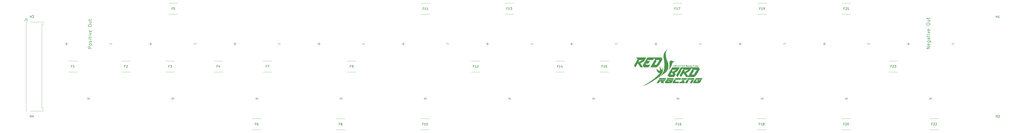
<source format=gbr>
%TF.GenerationSoftware,KiCad,Pcbnew,9.0.2*%
%TF.CreationDate,2025-07-25T15:15:28+08:00*%
%TF.ProjectId,accum_pcb_up,61636375-6d5f-4706-9362-5f75702e6b69,rev?*%
%TF.SameCoordinates,Original*%
%TF.FileFunction,Legend,Top*%
%TF.FilePolarity,Positive*%
%FSLAX46Y46*%
G04 Gerber Fmt 4.6, Leading zero omitted, Abs format (unit mm)*
G04 Created by KiCad (PCBNEW 9.0.2) date 2025-07-25 15:15:28*
%MOMM*%
%LPD*%
G01*
G04 APERTURE LIST*
%ADD10C,0.200000*%
%ADD11C,0.150000*%
%ADD12C,0.120000*%
%ADD13C,0.000000*%
G04 APERTURE END LIST*
D10*
X501259054Y-183920600D02*
X502401912Y-183920600D01*
X405119720Y-183917600D02*
X406262578Y-183917600D01*
X405691149Y-184489028D02*
X405691149Y-183346171D01*
X415064345Y-208510814D02*
X416207203Y-208510814D01*
X416207203Y-208939385D02*
X415064345Y-208939385D01*
X214886068Y-183910100D02*
X216028926Y-183910100D01*
X215457497Y-184481528D02*
X215457497Y-183338671D01*
X481213387Y-183920600D02*
X482356245Y-183920600D01*
X481784816Y-184492028D02*
X481784816Y-183349171D01*
X148737330Y-208502314D02*
X149880188Y-208502314D01*
X149880188Y-208930885D02*
X148737330Y-208930885D01*
X491157649Y-208510814D02*
X492300507Y-208510814D01*
X492300507Y-208939385D02*
X491157649Y-208939385D01*
X453110997Y-208512314D02*
X454253855Y-208512314D01*
X454253855Y-208940885D02*
X453110997Y-208940885D01*
X463212039Y-183919100D02*
X464354897Y-183919100D01*
X120792039Y-183908100D02*
X121934897Y-183908100D01*
X234931735Y-183910100D02*
X236074593Y-183910100D01*
X349072024Y-183914600D02*
X350214882Y-183914600D01*
X196884720Y-183908600D02*
X198027578Y-183908600D01*
X387118372Y-183916100D02*
X388261230Y-183916100D01*
X377017330Y-208511314D02*
X378160188Y-208511314D01*
X378160188Y-208939885D02*
X377017330Y-208939885D01*
X367072705Y-183916100D02*
X368215563Y-183916100D01*
X367644134Y-184487528D02*
X367644134Y-183344671D01*
X110690997Y-208503314D02*
X111833855Y-208503314D01*
X111833855Y-208931885D02*
X110690997Y-208931885D01*
X491426028Y-186066279D02*
X489926028Y-186066279D01*
X489926028Y-186066279D02*
X491426028Y-185209136D01*
X491426028Y-185209136D02*
X489926028Y-185209136D01*
X491354600Y-183923421D02*
X491426028Y-184066278D01*
X491426028Y-184066278D02*
X491426028Y-184351993D01*
X491426028Y-184351993D02*
X491354600Y-184494850D01*
X491354600Y-184494850D02*
X491211742Y-184566278D01*
X491211742Y-184566278D02*
X490640314Y-184566278D01*
X490640314Y-184566278D02*
X490497457Y-184494850D01*
X490497457Y-184494850D02*
X490426028Y-184351993D01*
X490426028Y-184351993D02*
X490426028Y-184066278D01*
X490426028Y-184066278D02*
X490497457Y-183923421D01*
X490497457Y-183923421D02*
X490640314Y-183851993D01*
X490640314Y-183851993D02*
X490783171Y-183851993D01*
X490783171Y-183851993D02*
X490926028Y-184566278D01*
X490426028Y-182566279D02*
X491640314Y-182566279D01*
X491640314Y-182566279D02*
X491783171Y-182637707D01*
X491783171Y-182637707D02*
X491854600Y-182709136D01*
X491854600Y-182709136D02*
X491926028Y-182851993D01*
X491926028Y-182851993D02*
X491926028Y-183066279D01*
X491926028Y-183066279D02*
X491854600Y-183209136D01*
X491354600Y-182566279D02*
X491426028Y-182709136D01*
X491426028Y-182709136D02*
X491426028Y-182994850D01*
X491426028Y-182994850D02*
X491354600Y-183137707D01*
X491354600Y-183137707D02*
X491283171Y-183209136D01*
X491283171Y-183209136D02*
X491140314Y-183280564D01*
X491140314Y-183280564D02*
X490711742Y-183280564D01*
X490711742Y-183280564D02*
X490568885Y-183209136D01*
X490568885Y-183209136D02*
X490497457Y-183137707D01*
X490497457Y-183137707D02*
X490426028Y-182994850D01*
X490426028Y-182994850D02*
X490426028Y-182709136D01*
X490426028Y-182709136D02*
X490497457Y-182566279D01*
X491426028Y-181209136D02*
X490640314Y-181209136D01*
X490640314Y-181209136D02*
X490497457Y-181280564D01*
X490497457Y-181280564D02*
X490426028Y-181423421D01*
X490426028Y-181423421D02*
X490426028Y-181709136D01*
X490426028Y-181709136D02*
X490497457Y-181851993D01*
X491354600Y-181209136D02*
X491426028Y-181351993D01*
X491426028Y-181351993D02*
X491426028Y-181709136D01*
X491426028Y-181709136D02*
X491354600Y-181851993D01*
X491354600Y-181851993D02*
X491211742Y-181923421D01*
X491211742Y-181923421D02*
X491068885Y-181923421D01*
X491068885Y-181923421D02*
X490926028Y-181851993D01*
X490926028Y-181851993D02*
X490854600Y-181709136D01*
X490854600Y-181709136D02*
X490854600Y-181351993D01*
X490854600Y-181351993D02*
X490783171Y-181209136D01*
X490426028Y-180709135D02*
X490426028Y-180137707D01*
X489926028Y-180494850D02*
X491211742Y-180494850D01*
X491211742Y-180494850D02*
X491354600Y-180423421D01*
X491354600Y-180423421D02*
X491426028Y-180280564D01*
X491426028Y-180280564D02*
X491426028Y-180137707D01*
X491426028Y-179637707D02*
X490426028Y-179637707D01*
X489926028Y-179637707D02*
X489997457Y-179709135D01*
X489997457Y-179709135D02*
X490068885Y-179637707D01*
X490068885Y-179637707D02*
X489997457Y-179566278D01*
X489997457Y-179566278D02*
X489926028Y-179637707D01*
X489926028Y-179637707D02*
X490068885Y-179637707D01*
X490426028Y-179066278D02*
X491426028Y-178709135D01*
X491426028Y-178709135D02*
X490426028Y-178351992D01*
X491354600Y-177209135D02*
X491426028Y-177351992D01*
X491426028Y-177351992D02*
X491426028Y-177637707D01*
X491426028Y-177637707D02*
X491354600Y-177780564D01*
X491354600Y-177780564D02*
X491211742Y-177851992D01*
X491211742Y-177851992D02*
X490640314Y-177851992D01*
X490640314Y-177851992D02*
X490497457Y-177780564D01*
X490497457Y-177780564D02*
X490426028Y-177637707D01*
X490426028Y-177637707D02*
X490426028Y-177351992D01*
X490426028Y-177351992D02*
X490497457Y-177209135D01*
X490497457Y-177209135D02*
X490640314Y-177137707D01*
X490640314Y-177137707D02*
X490783171Y-177137707D01*
X490783171Y-177137707D02*
X490926028Y-177851992D01*
X489926028Y-175066278D02*
X489926028Y-174780564D01*
X489926028Y-174780564D02*
X489997457Y-174637707D01*
X489997457Y-174637707D02*
X490140314Y-174494850D01*
X490140314Y-174494850D02*
X490426028Y-174423421D01*
X490426028Y-174423421D02*
X490926028Y-174423421D01*
X490926028Y-174423421D02*
X491211742Y-174494850D01*
X491211742Y-174494850D02*
X491354600Y-174637707D01*
X491354600Y-174637707D02*
X491426028Y-174780564D01*
X491426028Y-174780564D02*
X491426028Y-175066278D01*
X491426028Y-175066278D02*
X491354600Y-175209136D01*
X491354600Y-175209136D02*
X491211742Y-175351993D01*
X491211742Y-175351993D02*
X490926028Y-175423421D01*
X490926028Y-175423421D02*
X490426028Y-175423421D01*
X490426028Y-175423421D02*
X490140314Y-175351993D01*
X490140314Y-175351993D02*
X489997457Y-175209136D01*
X489997457Y-175209136D02*
X489926028Y-175066278D01*
X490426028Y-173137707D02*
X491426028Y-173137707D01*
X490426028Y-173780564D02*
X491211742Y-173780564D01*
X491211742Y-173780564D02*
X491354600Y-173709135D01*
X491354600Y-173709135D02*
X491426028Y-173566278D01*
X491426028Y-173566278D02*
X491426028Y-173351992D01*
X491426028Y-173351992D02*
X491354600Y-173209135D01*
X491354600Y-173209135D02*
X491283171Y-173137707D01*
X490426028Y-172637706D02*
X490426028Y-172066278D01*
X489926028Y-172423421D02*
X491211742Y-172423421D01*
X491211742Y-172423421D02*
X491354600Y-172351992D01*
X491354600Y-172351992D02*
X491426028Y-172209135D01*
X491426028Y-172209135D02*
X491426028Y-172066278D01*
X272978387Y-183911600D02*
X274121245Y-183911600D01*
X290979735Y-183913100D02*
X292122593Y-183913100D01*
X291551164Y-184484528D02*
X291551164Y-183341671D01*
X224823120Y-208503314D02*
X225965978Y-208503314D01*
X225965978Y-208931885D02*
X224823120Y-208931885D01*
X138792705Y-183907100D02*
X139935563Y-183907100D01*
X139364134Y-184478528D02*
X139364134Y-183335671D01*
X338970982Y-208509814D02*
X340113840Y-208509814D01*
X340113840Y-208938385D02*
X338970982Y-208938385D01*
X112619028Y-185971279D02*
X111119028Y-185971279D01*
X111119028Y-185971279D02*
X111119028Y-185399850D01*
X111119028Y-185399850D02*
X111190457Y-185256993D01*
X111190457Y-185256993D02*
X111261885Y-185185564D01*
X111261885Y-185185564D02*
X111404742Y-185114136D01*
X111404742Y-185114136D02*
X111619028Y-185114136D01*
X111619028Y-185114136D02*
X111761885Y-185185564D01*
X111761885Y-185185564D02*
X111833314Y-185256993D01*
X111833314Y-185256993D02*
X111904742Y-185399850D01*
X111904742Y-185399850D02*
X111904742Y-185971279D01*
X112619028Y-184256993D02*
X112547600Y-184399850D01*
X112547600Y-184399850D02*
X112476171Y-184471279D01*
X112476171Y-184471279D02*
X112333314Y-184542707D01*
X112333314Y-184542707D02*
X111904742Y-184542707D01*
X111904742Y-184542707D02*
X111761885Y-184471279D01*
X111761885Y-184471279D02*
X111690457Y-184399850D01*
X111690457Y-184399850D02*
X111619028Y-184256993D01*
X111619028Y-184256993D02*
X111619028Y-184042707D01*
X111619028Y-184042707D02*
X111690457Y-183899850D01*
X111690457Y-183899850D02*
X111761885Y-183828422D01*
X111761885Y-183828422D02*
X111904742Y-183756993D01*
X111904742Y-183756993D02*
X112333314Y-183756993D01*
X112333314Y-183756993D02*
X112476171Y-183828422D01*
X112476171Y-183828422D02*
X112547600Y-183899850D01*
X112547600Y-183899850D02*
X112619028Y-184042707D01*
X112619028Y-184042707D02*
X112619028Y-184256993D01*
X112547600Y-183185564D02*
X112619028Y-183042707D01*
X112619028Y-183042707D02*
X112619028Y-182756993D01*
X112619028Y-182756993D02*
X112547600Y-182614136D01*
X112547600Y-182614136D02*
X112404742Y-182542707D01*
X112404742Y-182542707D02*
X112333314Y-182542707D01*
X112333314Y-182542707D02*
X112190457Y-182614136D01*
X112190457Y-182614136D02*
X112119028Y-182756993D01*
X112119028Y-182756993D02*
X112119028Y-182971279D01*
X112119028Y-182971279D02*
X112047600Y-183114136D01*
X112047600Y-183114136D02*
X111904742Y-183185564D01*
X111904742Y-183185564D02*
X111833314Y-183185564D01*
X111833314Y-183185564D02*
X111690457Y-183114136D01*
X111690457Y-183114136D02*
X111619028Y-182971279D01*
X111619028Y-182971279D02*
X111619028Y-182756993D01*
X111619028Y-182756993D02*
X111690457Y-182614136D01*
X112619028Y-181899850D02*
X111619028Y-181899850D01*
X111119028Y-181899850D02*
X111190457Y-181971278D01*
X111190457Y-181971278D02*
X111261885Y-181899850D01*
X111261885Y-181899850D02*
X111190457Y-181828421D01*
X111190457Y-181828421D02*
X111119028Y-181899850D01*
X111119028Y-181899850D02*
X111261885Y-181899850D01*
X111619028Y-181399849D02*
X111619028Y-180828421D01*
X111119028Y-181185564D02*
X112404742Y-181185564D01*
X112404742Y-181185564D02*
X112547600Y-181114135D01*
X112547600Y-181114135D02*
X112619028Y-180971278D01*
X112619028Y-180971278D02*
X112619028Y-180828421D01*
X112619028Y-180328421D02*
X111619028Y-180328421D01*
X111119028Y-180328421D02*
X111190457Y-180399849D01*
X111190457Y-180399849D02*
X111261885Y-180328421D01*
X111261885Y-180328421D02*
X111190457Y-180256992D01*
X111190457Y-180256992D02*
X111119028Y-180328421D01*
X111119028Y-180328421D02*
X111261885Y-180328421D01*
X111619028Y-179756992D02*
X112619028Y-179399849D01*
X112619028Y-179399849D02*
X111619028Y-179042706D01*
X112547600Y-177899849D02*
X112619028Y-178042706D01*
X112619028Y-178042706D02*
X112619028Y-178328421D01*
X112619028Y-178328421D02*
X112547600Y-178471278D01*
X112547600Y-178471278D02*
X112404742Y-178542706D01*
X112404742Y-178542706D02*
X111833314Y-178542706D01*
X111833314Y-178542706D02*
X111690457Y-178471278D01*
X111690457Y-178471278D02*
X111619028Y-178328421D01*
X111619028Y-178328421D02*
X111619028Y-178042706D01*
X111619028Y-178042706D02*
X111690457Y-177899849D01*
X111690457Y-177899849D02*
X111833314Y-177828421D01*
X111833314Y-177828421D02*
X111976171Y-177828421D01*
X111976171Y-177828421D02*
X112119028Y-178542706D01*
X111119028Y-175756992D02*
X111119028Y-175471278D01*
X111119028Y-175471278D02*
X111190457Y-175328421D01*
X111190457Y-175328421D02*
X111333314Y-175185564D01*
X111333314Y-175185564D02*
X111619028Y-175114135D01*
X111619028Y-175114135D02*
X112119028Y-175114135D01*
X112119028Y-175114135D02*
X112404742Y-175185564D01*
X112404742Y-175185564D02*
X112547600Y-175328421D01*
X112547600Y-175328421D02*
X112619028Y-175471278D01*
X112619028Y-175471278D02*
X112619028Y-175756992D01*
X112619028Y-175756992D02*
X112547600Y-175899850D01*
X112547600Y-175899850D02*
X112404742Y-176042707D01*
X112404742Y-176042707D02*
X112119028Y-176114135D01*
X112119028Y-176114135D02*
X111619028Y-176114135D01*
X111619028Y-176114135D02*
X111333314Y-176042707D01*
X111333314Y-176042707D02*
X111190457Y-175899850D01*
X111190457Y-175899850D02*
X111119028Y-175756992D01*
X111619028Y-173828421D02*
X112619028Y-173828421D01*
X111619028Y-174471278D02*
X112404742Y-174471278D01*
X112404742Y-174471278D02*
X112547600Y-174399849D01*
X112547600Y-174399849D02*
X112619028Y-174256992D01*
X112619028Y-174256992D02*
X112619028Y-174042706D01*
X112619028Y-174042706D02*
X112547600Y-173899849D01*
X112547600Y-173899849D02*
X112476171Y-173828421D01*
X111619028Y-173328420D02*
X111619028Y-172756992D01*
X111119028Y-173114135D02*
X112404742Y-173114135D01*
X112404742Y-173114135D02*
X112547600Y-173042706D01*
X112547600Y-173042706D02*
X112619028Y-172899849D01*
X112619028Y-172899849D02*
X112619028Y-172756992D01*
X300923997Y-208503314D02*
X302066855Y-208503314D01*
X302066855Y-208931885D02*
X300923997Y-208931885D01*
X176839053Y-183908600D02*
X177981911Y-183908600D01*
X177410482Y-184480028D02*
X177410482Y-183337171D01*
X186783678Y-208503814D02*
X187926536Y-208503814D01*
X187926536Y-208932385D02*
X186783678Y-208932385D01*
X100746372Y-183908100D02*
X101889230Y-183908100D01*
X101317801Y-184479528D02*
X101317801Y-183336671D01*
X262877345Y-208504814D02*
X264020203Y-208504814D01*
X264020203Y-208933385D02*
X262877345Y-208933385D01*
X252932720Y-183911600D02*
X254075578Y-183911600D01*
X253504149Y-184483028D02*
X253504149Y-183340171D01*
X443166372Y-183919100D02*
X444309230Y-183919100D01*
X443737801Y-184490528D02*
X443737801Y-183347671D01*
X329026357Y-183914600D02*
X330169215Y-183914600D01*
X329597786Y-184486028D02*
X329597786Y-183343171D01*
X425165387Y-183917600D02*
X426308245Y-183917600D01*
X158838372Y-183907100D02*
X159981230Y-183907100D01*
X311025402Y-183913100D02*
X312168260Y-183913100D01*
D11*
X452731476Y-220311009D02*
X452398143Y-220311009D01*
X452398143Y-220834819D02*
X452398143Y-219834819D01*
X452398143Y-219834819D02*
X452874333Y-219834819D01*
X453207667Y-219930057D02*
X453255286Y-219882438D01*
X453255286Y-219882438D02*
X453350524Y-219834819D01*
X453350524Y-219834819D02*
X453588619Y-219834819D01*
X453588619Y-219834819D02*
X453683857Y-219882438D01*
X453683857Y-219882438D02*
X453731476Y-219930057D01*
X453731476Y-219930057D02*
X453779095Y-220025295D01*
X453779095Y-220025295D02*
X453779095Y-220120533D01*
X453779095Y-220120533D02*
X453731476Y-220263390D01*
X453731476Y-220263390D02*
X453160048Y-220834819D01*
X453160048Y-220834819D02*
X453779095Y-220834819D01*
X454398143Y-219834819D02*
X454493381Y-219834819D01*
X454493381Y-219834819D02*
X454588619Y-219882438D01*
X454588619Y-219882438D02*
X454636238Y-219930057D01*
X454636238Y-219930057D02*
X454683857Y-220025295D01*
X454683857Y-220025295D02*
X454731476Y-220215771D01*
X454731476Y-220215771D02*
X454731476Y-220453866D01*
X454731476Y-220453866D02*
X454683857Y-220644342D01*
X454683857Y-220644342D02*
X454636238Y-220739580D01*
X454636238Y-220739580D02*
X454588619Y-220787200D01*
X454588619Y-220787200D02*
X454493381Y-220834819D01*
X454493381Y-220834819D02*
X454398143Y-220834819D01*
X454398143Y-220834819D02*
X454302905Y-220787200D01*
X454302905Y-220787200D02*
X454255286Y-220739580D01*
X454255286Y-220739580D02*
X454207667Y-220644342D01*
X454207667Y-220644342D02*
X454160048Y-220453866D01*
X454160048Y-220453866D02*
X454160048Y-220215771D01*
X454160048Y-220215771D02*
X454207667Y-220025295D01*
X454207667Y-220025295D02*
X454255286Y-219930057D01*
X454255286Y-219930057D02*
X454302905Y-219882438D01*
X454302905Y-219882438D02*
X454398143Y-219834819D01*
X262662476Y-167878009D02*
X262329143Y-167878009D01*
X262329143Y-168401819D02*
X262329143Y-167401819D01*
X262329143Y-167401819D02*
X262805333Y-167401819D01*
X263710095Y-168401819D02*
X263138667Y-168401819D01*
X263424381Y-168401819D02*
X263424381Y-167401819D01*
X263424381Y-167401819D02*
X263329143Y-167544676D01*
X263329143Y-167544676D02*
X263233905Y-167639914D01*
X263233905Y-167639914D02*
X263138667Y-167687533D01*
X264662476Y-168401819D02*
X264091048Y-168401819D01*
X264376762Y-168401819D02*
X264376762Y-167401819D01*
X264376762Y-167401819D02*
X264281524Y-167544676D01*
X264281524Y-167544676D02*
X264186286Y-167639914D01*
X264186286Y-167639914D02*
X264091048Y-167687533D01*
X474116476Y-194083154D02*
X473783143Y-194083154D01*
X473783143Y-194606964D02*
X473783143Y-193606964D01*
X473783143Y-193606964D02*
X474259333Y-193606964D01*
X474592667Y-193702202D02*
X474640286Y-193654583D01*
X474640286Y-193654583D02*
X474735524Y-193606964D01*
X474735524Y-193606964D02*
X474973619Y-193606964D01*
X474973619Y-193606964D02*
X475068857Y-193654583D01*
X475068857Y-193654583D02*
X475116476Y-193702202D01*
X475116476Y-193702202D02*
X475164095Y-193797440D01*
X475164095Y-193797440D02*
X475164095Y-193892678D01*
X475164095Y-193892678D02*
X475116476Y-194035535D01*
X475116476Y-194035535D02*
X474545048Y-194606964D01*
X474545048Y-194606964D02*
X475164095Y-194606964D01*
X475497429Y-193606964D02*
X476116476Y-193606964D01*
X476116476Y-193606964D02*
X475783143Y-193987916D01*
X475783143Y-193987916D02*
X475926000Y-193987916D01*
X475926000Y-193987916D02*
X476021238Y-194035535D01*
X476021238Y-194035535D02*
X476068857Y-194083154D01*
X476068857Y-194083154D02*
X476116476Y-194178392D01*
X476116476Y-194178392D02*
X476116476Y-194416487D01*
X476116476Y-194416487D02*
X476068857Y-194511725D01*
X476068857Y-194511725D02*
X476021238Y-194559345D01*
X476021238Y-194559345D02*
X475926000Y-194606964D01*
X475926000Y-194606964D02*
X475640286Y-194606964D01*
X475640286Y-194606964D02*
X475545048Y-194559345D01*
X475545048Y-194559345D02*
X475497429Y-194511725D01*
X169586666Y-194083154D02*
X169253333Y-194083154D01*
X169253333Y-194606964D02*
X169253333Y-193606964D01*
X169253333Y-193606964D02*
X169729523Y-193606964D01*
X170539047Y-193940297D02*
X170539047Y-194606964D01*
X170300952Y-193559345D02*
X170062857Y-194273630D01*
X170062857Y-194273630D02*
X170681904Y-194273630D01*
X376512476Y-167878009D02*
X376179143Y-167878009D01*
X376179143Y-168401819D02*
X376179143Y-167401819D01*
X376179143Y-167401819D02*
X376655333Y-167401819D01*
X377560095Y-168401819D02*
X376988667Y-168401819D01*
X377274381Y-168401819D02*
X377274381Y-167401819D01*
X377274381Y-167401819D02*
X377179143Y-167544676D01*
X377179143Y-167544676D02*
X377083905Y-167639914D01*
X377083905Y-167639914D02*
X376988667Y-167687533D01*
X377893429Y-167401819D02*
X378560095Y-167401819D01*
X378560095Y-167401819D02*
X378131524Y-168401819D01*
X82736666Y-172357463D02*
X82736666Y-173071748D01*
X82736666Y-173071748D02*
X82689047Y-173214605D01*
X82689047Y-173214605D02*
X82593809Y-173309844D01*
X82593809Y-173309844D02*
X82450952Y-173357463D01*
X82450952Y-173357463D02*
X82355714Y-173357463D01*
X83736666Y-173357463D02*
X83165238Y-173357463D01*
X83450952Y-173357463D02*
X83450952Y-172357463D01*
X83450952Y-172357463D02*
X83355714Y-172500320D01*
X83355714Y-172500320D02*
X83260476Y-172595558D01*
X83260476Y-172595558D02*
X83165238Y-172643177D01*
X149224666Y-167878009D02*
X148891333Y-167878009D01*
X148891333Y-168401819D02*
X148891333Y-167401819D01*
X148891333Y-167401819D02*
X149367523Y-167401819D01*
X150224666Y-167401819D02*
X149748476Y-167401819D01*
X149748476Y-167401819D02*
X149700857Y-167878009D01*
X149700857Y-167878009D02*
X149748476Y-167830390D01*
X149748476Y-167830390D02*
X149843714Y-167782771D01*
X149843714Y-167782771D02*
X150081809Y-167782771D01*
X150081809Y-167782771D02*
X150177047Y-167830390D01*
X150177047Y-167830390D02*
X150224666Y-167878009D01*
X150224666Y-167878009D02*
X150272285Y-167973247D01*
X150272285Y-167973247D02*
X150272285Y-168211342D01*
X150272285Y-168211342D02*
X150224666Y-168306580D01*
X150224666Y-168306580D02*
X150177047Y-168354200D01*
X150177047Y-168354200D02*
X150081809Y-168401819D01*
X150081809Y-168401819D02*
X149843714Y-168401819D01*
X149843714Y-168401819D02*
X149748476Y-168354200D01*
X149748476Y-168354200D02*
X149700857Y-168306580D01*
X521349095Y-217273819D02*
X521349095Y-216273819D01*
X521349095Y-216750009D02*
X521920523Y-216750009D01*
X521920523Y-217273819D02*
X521920523Y-216273819D01*
X522349095Y-216369057D02*
X522396714Y-216321438D01*
X522396714Y-216321438D02*
X522491952Y-216273819D01*
X522491952Y-216273819D02*
X522730047Y-216273819D01*
X522730047Y-216273819D02*
X522825285Y-216321438D01*
X522825285Y-216321438D02*
X522872904Y-216369057D01*
X522872904Y-216369057D02*
X522920523Y-216464295D01*
X522920523Y-216464295D02*
X522920523Y-216559533D01*
X522920523Y-216559533D02*
X522872904Y-216702390D01*
X522872904Y-216702390D02*
X522301476Y-217273819D01*
X522301476Y-217273819D02*
X522920523Y-217273819D01*
X262485476Y-220311009D02*
X262152143Y-220311009D01*
X262152143Y-220834819D02*
X262152143Y-219834819D01*
X262152143Y-219834819D02*
X262628333Y-219834819D01*
X263533095Y-220834819D02*
X262961667Y-220834819D01*
X263247381Y-220834819D02*
X263247381Y-219834819D01*
X263247381Y-219834819D02*
X263152143Y-219977676D01*
X263152143Y-219977676D02*
X263056905Y-220072914D01*
X263056905Y-220072914D02*
X262961667Y-220120533D01*
X264152143Y-219834819D02*
X264247381Y-219834819D01*
X264247381Y-219834819D02*
X264342619Y-219882438D01*
X264342619Y-219882438D02*
X264390238Y-219930057D01*
X264390238Y-219930057D02*
X264437857Y-220025295D01*
X264437857Y-220025295D02*
X264485476Y-220215771D01*
X264485476Y-220215771D02*
X264485476Y-220453866D01*
X264485476Y-220453866D02*
X264437857Y-220644342D01*
X264437857Y-220644342D02*
X264390238Y-220739580D01*
X264390238Y-220739580D02*
X264342619Y-220787200D01*
X264342619Y-220787200D02*
X264247381Y-220834819D01*
X264247381Y-220834819D02*
X264152143Y-220834819D01*
X264152143Y-220834819D02*
X264056905Y-220787200D01*
X264056905Y-220787200D02*
X264009286Y-220739580D01*
X264009286Y-220739580D02*
X263961667Y-220644342D01*
X263961667Y-220644342D02*
X263914048Y-220453866D01*
X263914048Y-220453866D02*
X263914048Y-220215771D01*
X263914048Y-220215771D02*
X263961667Y-220025295D01*
X263961667Y-220025295D02*
X264009286Y-219930057D01*
X264009286Y-219930057D02*
X264056905Y-219882438D01*
X264056905Y-219882438D02*
X264152143Y-219834819D01*
X414804476Y-167878009D02*
X414471143Y-167878009D01*
X414471143Y-168401819D02*
X414471143Y-167401819D01*
X414471143Y-167401819D02*
X414947333Y-167401819D01*
X415852095Y-168401819D02*
X415280667Y-168401819D01*
X415566381Y-168401819D02*
X415566381Y-167401819D01*
X415566381Y-167401819D02*
X415471143Y-167544676D01*
X415471143Y-167544676D02*
X415375905Y-167639914D01*
X415375905Y-167639914D02*
X415280667Y-167687533D01*
X416328286Y-168401819D02*
X416518762Y-168401819D01*
X416518762Y-168401819D02*
X416614000Y-168354200D01*
X416614000Y-168354200D02*
X416661619Y-168306580D01*
X416661619Y-168306580D02*
X416756857Y-168163723D01*
X416756857Y-168163723D02*
X416804476Y-167973247D01*
X416804476Y-167973247D02*
X416804476Y-167592295D01*
X416804476Y-167592295D02*
X416756857Y-167497057D01*
X416756857Y-167497057D02*
X416709238Y-167449438D01*
X416709238Y-167449438D02*
X416614000Y-167401819D01*
X416614000Y-167401819D02*
X416423524Y-167401819D01*
X416423524Y-167401819D02*
X416328286Y-167449438D01*
X416328286Y-167449438D02*
X416280667Y-167497057D01*
X416280667Y-167497057D02*
X416233048Y-167592295D01*
X416233048Y-167592295D02*
X416233048Y-167830390D01*
X416233048Y-167830390D02*
X416280667Y-167925628D01*
X416280667Y-167925628D02*
X416328286Y-167973247D01*
X416328286Y-167973247D02*
X416423524Y-168020866D01*
X416423524Y-168020866D02*
X416614000Y-168020866D01*
X416614000Y-168020866D02*
X416709238Y-167973247D01*
X416709238Y-167973247D02*
X416756857Y-167925628D01*
X416756857Y-167925628D02*
X416804476Y-167830390D01*
X300544476Y-167878009D02*
X300211143Y-167878009D01*
X300211143Y-168401819D02*
X300211143Y-167401819D01*
X300211143Y-167401819D02*
X300687333Y-167401819D01*
X301592095Y-168401819D02*
X301020667Y-168401819D01*
X301306381Y-168401819D02*
X301306381Y-167401819D01*
X301306381Y-167401819D02*
X301211143Y-167544676D01*
X301211143Y-167544676D02*
X301115905Y-167639914D01*
X301115905Y-167639914D02*
X301020667Y-167687533D01*
X301925429Y-167401819D02*
X302544476Y-167401819D01*
X302544476Y-167401819D02*
X302211143Y-167782771D01*
X302211143Y-167782771D02*
X302354000Y-167782771D01*
X302354000Y-167782771D02*
X302449238Y-167830390D01*
X302449238Y-167830390D02*
X302496857Y-167878009D01*
X302496857Y-167878009D02*
X302544476Y-167973247D01*
X302544476Y-167973247D02*
X302544476Y-168211342D01*
X302544476Y-168211342D02*
X302496857Y-168306580D01*
X302496857Y-168306580D02*
X302449238Y-168354200D01*
X302449238Y-168354200D02*
X302354000Y-168401819D01*
X302354000Y-168401819D02*
X302068286Y-168401819D01*
X302068286Y-168401819D02*
X301973048Y-168354200D01*
X301973048Y-168354200D02*
X301925429Y-168306580D01*
X521347095Y-172074819D02*
X521347095Y-171074819D01*
X521347095Y-171551009D02*
X521918523Y-171551009D01*
X521918523Y-172074819D02*
X521918523Y-171074819D01*
X522918523Y-172074819D02*
X522347095Y-172074819D01*
X522632809Y-172074819D02*
X522632809Y-171074819D01*
X522632809Y-171074819D02*
X522537571Y-171217676D01*
X522537571Y-171217676D02*
X522442333Y-171312914D01*
X522442333Y-171312914D02*
X522347095Y-171360533D01*
X229847666Y-194083154D02*
X229514333Y-194083154D01*
X229514333Y-194606964D02*
X229514333Y-193606964D01*
X229514333Y-193606964D02*
X229990523Y-193606964D01*
X230419095Y-194606964D02*
X230609571Y-194606964D01*
X230609571Y-194606964D02*
X230704809Y-194559345D01*
X230704809Y-194559345D02*
X230752428Y-194511725D01*
X230752428Y-194511725D02*
X230847666Y-194368868D01*
X230847666Y-194368868D02*
X230895285Y-194178392D01*
X230895285Y-194178392D02*
X230895285Y-193797440D01*
X230895285Y-193797440D02*
X230847666Y-193702202D01*
X230847666Y-193702202D02*
X230800047Y-193654583D01*
X230800047Y-193654583D02*
X230704809Y-193606964D01*
X230704809Y-193606964D02*
X230514333Y-193606964D01*
X230514333Y-193606964D02*
X230419095Y-193654583D01*
X230419095Y-193654583D02*
X230371476Y-193702202D01*
X230371476Y-193702202D02*
X230323857Y-193797440D01*
X230323857Y-193797440D02*
X230323857Y-194035535D01*
X230323857Y-194035535D02*
X230371476Y-194130773D01*
X230371476Y-194130773D02*
X230419095Y-194178392D01*
X230419095Y-194178392D02*
X230514333Y-194226011D01*
X230514333Y-194226011D02*
X230704809Y-194226011D01*
X230704809Y-194226011D02*
X230800047Y-194178392D01*
X230800047Y-194178392D02*
X230847666Y-194130773D01*
X230847666Y-194130773D02*
X230895285Y-194035535D01*
X414583676Y-220311009D02*
X414250343Y-220311009D01*
X414250343Y-220834819D02*
X414250343Y-219834819D01*
X414250343Y-219834819D02*
X414726533Y-219834819D01*
X415631295Y-220834819D02*
X415059867Y-220834819D01*
X415345581Y-220834819D02*
X415345581Y-219834819D01*
X415345581Y-219834819D02*
X415250343Y-219977676D01*
X415250343Y-219977676D02*
X415155105Y-220072914D01*
X415155105Y-220072914D02*
X415059867Y-220120533D01*
X416202724Y-220263390D02*
X416107486Y-220215771D01*
X416107486Y-220215771D02*
X416059867Y-220168152D01*
X416059867Y-220168152D02*
X416012248Y-220072914D01*
X416012248Y-220072914D02*
X416012248Y-220025295D01*
X416012248Y-220025295D02*
X416059867Y-219930057D01*
X416059867Y-219930057D02*
X416107486Y-219882438D01*
X416107486Y-219882438D02*
X416202724Y-219834819D01*
X416202724Y-219834819D02*
X416393200Y-219834819D01*
X416393200Y-219834819D02*
X416488438Y-219882438D01*
X416488438Y-219882438D02*
X416536057Y-219930057D01*
X416536057Y-219930057D02*
X416583676Y-220025295D01*
X416583676Y-220025295D02*
X416583676Y-220072914D01*
X416583676Y-220072914D02*
X416536057Y-220168152D01*
X416536057Y-220168152D02*
X416488438Y-220215771D01*
X416488438Y-220215771D02*
X416393200Y-220263390D01*
X416393200Y-220263390D02*
X416202724Y-220263390D01*
X416202724Y-220263390D02*
X416107486Y-220311009D01*
X416107486Y-220311009D02*
X416059867Y-220358628D01*
X416059867Y-220358628D02*
X416012248Y-220453866D01*
X416012248Y-220453866D02*
X416012248Y-220644342D01*
X416012248Y-220644342D02*
X416059867Y-220739580D01*
X416059867Y-220739580D02*
X416107486Y-220787200D01*
X416107486Y-220787200D02*
X416202724Y-220834819D01*
X416202724Y-220834819D02*
X416393200Y-220834819D01*
X416393200Y-220834819D02*
X416488438Y-220787200D01*
X416488438Y-220787200D02*
X416536057Y-220739580D01*
X416536057Y-220739580D02*
X416583676Y-220644342D01*
X416583676Y-220644342D02*
X416583676Y-220453866D01*
X416583676Y-220453866D02*
X416536057Y-220358628D01*
X416536057Y-220358628D02*
X416488438Y-220311009D01*
X416488438Y-220311009D02*
X416393200Y-220263390D01*
X147783666Y-194083154D02*
X147450333Y-194083154D01*
X147450333Y-194606964D02*
X147450333Y-193606964D01*
X147450333Y-193606964D02*
X147926523Y-193606964D01*
X148212238Y-193606964D02*
X148831285Y-193606964D01*
X148831285Y-193606964D02*
X148497952Y-193987916D01*
X148497952Y-193987916D02*
X148640809Y-193987916D01*
X148640809Y-193987916D02*
X148736047Y-194035535D01*
X148736047Y-194035535D02*
X148783666Y-194083154D01*
X148783666Y-194083154D02*
X148831285Y-194178392D01*
X148831285Y-194178392D02*
X148831285Y-194416487D01*
X148831285Y-194416487D02*
X148783666Y-194511725D01*
X148783666Y-194511725D02*
X148736047Y-194559345D01*
X148736047Y-194559345D02*
X148640809Y-194606964D01*
X148640809Y-194606964D02*
X148355095Y-194606964D01*
X148355095Y-194606964D02*
X148259857Y-194559345D01*
X148259857Y-194559345D02*
X148212238Y-194511725D01*
X191787666Y-194083154D02*
X191454333Y-194083154D01*
X191454333Y-194606964D02*
X191454333Y-193606964D01*
X191454333Y-193606964D02*
X191930523Y-193606964D01*
X192216238Y-193606964D02*
X192882904Y-193606964D01*
X192882904Y-193606964D02*
X192454333Y-194606964D01*
X492534476Y-220311009D02*
X492201143Y-220311009D01*
X492201143Y-220834819D02*
X492201143Y-219834819D01*
X492201143Y-219834819D02*
X492677333Y-219834819D01*
X493010667Y-219930057D02*
X493058286Y-219882438D01*
X493058286Y-219882438D02*
X493153524Y-219834819D01*
X493153524Y-219834819D02*
X493391619Y-219834819D01*
X493391619Y-219834819D02*
X493486857Y-219882438D01*
X493486857Y-219882438D02*
X493534476Y-219930057D01*
X493534476Y-219930057D02*
X493582095Y-220025295D01*
X493582095Y-220025295D02*
X493582095Y-220120533D01*
X493582095Y-220120533D02*
X493534476Y-220263390D01*
X493534476Y-220263390D02*
X492963048Y-220834819D01*
X492963048Y-220834819D02*
X493582095Y-220834819D01*
X493963048Y-219930057D02*
X494010667Y-219882438D01*
X494010667Y-219882438D02*
X494105905Y-219834819D01*
X494105905Y-219834819D02*
X494344000Y-219834819D01*
X494344000Y-219834819D02*
X494439238Y-219882438D01*
X494439238Y-219882438D02*
X494486857Y-219930057D01*
X494486857Y-219930057D02*
X494534476Y-220025295D01*
X494534476Y-220025295D02*
X494534476Y-220120533D01*
X494534476Y-220120533D02*
X494486857Y-220263390D01*
X494486857Y-220263390D02*
X493915429Y-220834819D01*
X493915429Y-220834819D02*
X494534476Y-220834819D01*
X452872476Y-167878009D02*
X452539143Y-167878009D01*
X452539143Y-168401819D02*
X452539143Y-167401819D01*
X452539143Y-167401819D02*
X453015333Y-167401819D01*
X453348667Y-167497057D02*
X453396286Y-167449438D01*
X453396286Y-167449438D02*
X453491524Y-167401819D01*
X453491524Y-167401819D02*
X453729619Y-167401819D01*
X453729619Y-167401819D02*
X453824857Y-167449438D01*
X453824857Y-167449438D02*
X453872476Y-167497057D01*
X453872476Y-167497057D02*
X453920095Y-167592295D01*
X453920095Y-167592295D02*
X453920095Y-167687533D01*
X453920095Y-167687533D02*
X453872476Y-167830390D01*
X453872476Y-167830390D02*
X453301048Y-168401819D01*
X453301048Y-168401819D02*
X453920095Y-168401819D01*
X454872476Y-168401819D02*
X454301048Y-168401819D01*
X454586762Y-168401819D02*
X454586762Y-167401819D01*
X454586762Y-167401819D02*
X454491524Y-167544676D01*
X454491524Y-167544676D02*
X454396286Y-167639914D01*
X454396286Y-167639914D02*
X454301048Y-167687533D01*
X285413476Y-194083154D02*
X285080143Y-194083154D01*
X285080143Y-194606964D02*
X285080143Y-193606964D01*
X285080143Y-193606964D02*
X285556333Y-193606964D01*
X286461095Y-194606964D02*
X285889667Y-194606964D01*
X286175381Y-194606964D02*
X286175381Y-193606964D01*
X286175381Y-193606964D02*
X286080143Y-193749821D01*
X286080143Y-193749821D02*
X285984905Y-193845059D01*
X285984905Y-193845059D02*
X285889667Y-193892678D01*
X286842048Y-193702202D02*
X286889667Y-193654583D01*
X286889667Y-193654583D02*
X286984905Y-193606964D01*
X286984905Y-193606964D02*
X287223000Y-193606964D01*
X287223000Y-193606964D02*
X287318238Y-193654583D01*
X287318238Y-193654583D02*
X287365857Y-193702202D01*
X287365857Y-193702202D02*
X287413476Y-193797440D01*
X287413476Y-193797440D02*
X287413476Y-193892678D01*
X287413476Y-193892678D02*
X287365857Y-194035535D01*
X287365857Y-194035535D02*
X286794429Y-194606964D01*
X286794429Y-194606964D02*
X287413476Y-194606964D01*
X84867095Y-217272819D02*
X84867095Y-216272819D01*
X84867095Y-216749009D02*
X85438523Y-216749009D01*
X85438523Y-217272819D02*
X85438523Y-216272819D01*
X86343285Y-216606152D02*
X86343285Y-217272819D01*
X86105190Y-216225200D02*
X85867095Y-216939485D01*
X85867095Y-216939485D02*
X86486142Y-216939485D01*
X377049476Y-220311009D02*
X376716143Y-220311009D01*
X376716143Y-220834819D02*
X376716143Y-219834819D01*
X376716143Y-219834819D02*
X377192333Y-219834819D01*
X378097095Y-220834819D02*
X377525667Y-220834819D01*
X377811381Y-220834819D02*
X377811381Y-219834819D01*
X377811381Y-219834819D02*
X377716143Y-219977676D01*
X377716143Y-219977676D02*
X377620905Y-220072914D01*
X377620905Y-220072914D02*
X377525667Y-220120533D01*
X378954238Y-219834819D02*
X378763762Y-219834819D01*
X378763762Y-219834819D02*
X378668524Y-219882438D01*
X378668524Y-219882438D02*
X378620905Y-219930057D01*
X378620905Y-219930057D02*
X378525667Y-220072914D01*
X378525667Y-220072914D02*
X378478048Y-220263390D01*
X378478048Y-220263390D02*
X378478048Y-220644342D01*
X378478048Y-220644342D02*
X378525667Y-220739580D01*
X378525667Y-220739580D02*
X378573286Y-220787200D01*
X378573286Y-220787200D02*
X378668524Y-220834819D01*
X378668524Y-220834819D02*
X378859000Y-220834819D01*
X378859000Y-220834819D02*
X378954238Y-220787200D01*
X378954238Y-220787200D02*
X379001857Y-220739580D01*
X379001857Y-220739580D02*
X379049476Y-220644342D01*
X379049476Y-220644342D02*
X379049476Y-220406247D01*
X379049476Y-220406247D02*
X379001857Y-220311009D01*
X379001857Y-220311009D02*
X378954238Y-220263390D01*
X378954238Y-220263390D02*
X378859000Y-220215771D01*
X378859000Y-220215771D02*
X378668524Y-220215771D01*
X378668524Y-220215771D02*
X378573286Y-220263390D01*
X378573286Y-220263390D02*
X378525667Y-220311009D01*
X378525667Y-220311009D02*
X378478048Y-220406247D01*
X343508476Y-194083154D02*
X343175143Y-194083154D01*
X343175143Y-194606964D02*
X343175143Y-193606964D01*
X343175143Y-193606964D02*
X343651333Y-193606964D01*
X344556095Y-194606964D02*
X343984667Y-194606964D01*
X344270381Y-194606964D02*
X344270381Y-193606964D01*
X344270381Y-193606964D02*
X344175143Y-193749821D01*
X344175143Y-193749821D02*
X344079905Y-193845059D01*
X344079905Y-193845059D02*
X343984667Y-193892678D01*
X345460857Y-193606964D02*
X344984667Y-193606964D01*
X344984667Y-193606964D02*
X344937048Y-194083154D01*
X344937048Y-194083154D02*
X344984667Y-194035535D01*
X344984667Y-194035535D02*
X345079905Y-193987916D01*
X345079905Y-193987916D02*
X345318000Y-193987916D01*
X345318000Y-193987916D02*
X345413238Y-194035535D01*
X345413238Y-194035535D02*
X345460857Y-194083154D01*
X345460857Y-194083154D02*
X345508476Y-194178392D01*
X345508476Y-194178392D02*
X345508476Y-194416487D01*
X345508476Y-194416487D02*
X345460857Y-194511725D01*
X345460857Y-194511725D02*
X345413238Y-194559345D01*
X345413238Y-194559345D02*
X345318000Y-194606964D01*
X345318000Y-194606964D02*
X345079905Y-194606964D01*
X345079905Y-194606964D02*
X344984667Y-194559345D01*
X344984667Y-194559345D02*
X344937048Y-194511725D01*
X103866666Y-194083154D02*
X103533333Y-194083154D01*
X103533333Y-194606964D02*
X103533333Y-193606964D01*
X103533333Y-193606964D02*
X104009523Y-193606964D01*
X104914285Y-194606964D02*
X104342857Y-194606964D01*
X104628571Y-194606964D02*
X104628571Y-193606964D01*
X104628571Y-193606964D02*
X104533333Y-193749821D01*
X104533333Y-193749821D02*
X104438095Y-193845059D01*
X104438095Y-193845059D02*
X104342857Y-193892678D01*
X224819666Y-220311009D02*
X224486333Y-220311009D01*
X224486333Y-220834819D02*
X224486333Y-219834819D01*
X224486333Y-219834819D02*
X224962523Y-219834819D01*
X225486333Y-220263390D02*
X225391095Y-220215771D01*
X225391095Y-220215771D02*
X225343476Y-220168152D01*
X225343476Y-220168152D02*
X225295857Y-220072914D01*
X225295857Y-220072914D02*
X225295857Y-220025295D01*
X225295857Y-220025295D02*
X225343476Y-219930057D01*
X225343476Y-219930057D02*
X225391095Y-219882438D01*
X225391095Y-219882438D02*
X225486333Y-219834819D01*
X225486333Y-219834819D02*
X225676809Y-219834819D01*
X225676809Y-219834819D02*
X225772047Y-219882438D01*
X225772047Y-219882438D02*
X225819666Y-219930057D01*
X225819666Y-219930057D02*
X225867285Y-220025295D01*
X225867285Y-220025295D02*
X225867285Y-220072914D01*
X225867285Y-220072914D02*
X225819666Y-220168152D01*
X225819666Y-220168152D02*
X225772047Y-220215771D01*
X225772047Y-220215771D02*
X225676809Y-220263390D01*
X225676809Y-220263390D02*
X225486333Y-220263390D01*
X225486333Y-220263390D02*
X225391095Y-220311009D01*
X225391095Y-220311009D02*
X225343476Y-220358628D01*
X225343476Y-220358628D02*
X225295857Y-220453866D01*
X225295857Y-220453866D02*
X225295857Y-220644342D01*
X225295857Y-220644342D02*
X225343476Y-220739580D01*
X225343476Y-220739580D02*
X225391095Y-220787200D01*
X225391095Y-220787200D02*
X225486333Y-220834819D01*
X225486333Y-220834819D02*
X225676809Y-220834819D01*
X225676809Y-220834819D02*
X225772047Y-220787200D01*
X225772047Y-220787200D02*
X225819666Y-220739580D01*
X225819666Y-220739580D02*
X225867285Y-220644342D01*
X225867285Y-220644342D02*
X225867285Y-220453866D01*
X225867285Y-220453866D02*
X225819666Y-220358628D01*
X225819666Y-220358628D02*
X225772047Y-220311009D01*
X225772047Y-220311009D02*
X225676809Y-220263390D01*
X186905894Y-220311009D02*
X186572561Y-220311009D01*
X186572561Y-220834819D02*
X186572561Y-219834819D01*
X186572561Y-219834819D02*
X187048751Y-219834819D01*
X187858275Y-219834819D02*
X187667799Y-219834819D01*
X187667799Y-219834819D02*
X187572561Y-219882438D01*
X187572561Y-219882438D02*
X187524942Y-219930057D01*
X187524942Y-219930057D02*
X187429704Y-220072914D01*
X187429704Y-220072914D02*
X187382085Y-220263390D01*
X187382085Y-220263390D02*
X187382085Y-220644342D01*
X187382085Y-220644342D02*
X187429704Y-220739580D01*
X187429704Y-220739580D02*
X187477323Y-220787200D01*
X187477323Y-220787200D02*
X187572561Y-220834819D01*
X187572561Y-220834819D02*
X187763037Y-220834819D01*
X187763037Y-220834819D02*
X187858275Y-220787200D01*
X187858275Y-220787200D02*
X187905894Y-220739580D01*
X187905894Y-220739580D02*
X187953513Y-220644342D01*
X187953513Y-220644342D02*
X187953513Y-220406247D01*
X187953513Y-220406247D02*
X187905894Y-220311009D01*
X187905894Y-220311009D02*
X187858275Y-220263390D01*
X187858275Y-220263390D02*
X187763037Y-220215771D01*
X187763037Y-220215771D02*
X187572561Y-220215771D01*
X187572561Y-220215771D02*
X187477323Y-220263390D01*
X187477323Y-220263390D02*
X187429704Y-220311009D01*
X187429704Y-220311009D02*
X187382085Y-220406247D01*
X323461476Y-194083154D02*
X323128143Y-194083154D01*
X323128143Y-194606964D02*
X323128143Y-193606964D01*
X323128143Y-193606964D02*
X323604333Y-193606964D01*
X324509095Y-194606964D02*
X323937667Y-194606964D01*
X324223381Y-194606964D02*
X324223381Y-193606964D01*
X324223381Y-193606964D02*
X324128143Y-193749821D01*
X324128143Y-193749821D02*
X324032905Y-193845059D01*
X324032905Y-193845059D02*
X323937667Y-193892678D01*
X325366238Y-193940297D02*
X325366238Y-194606964D01*
X325128143Y-193559345D02*
X324890048Y-194273630D01*
X324890048Y-194273630D02*
X325509095Y-194273630D01*
X127832666Y-194083154D02*
X127499333Y-194083154D01*
X127499333Y-194606964D02*
X127499333Y-193606964D01*
X127499333Y-193606964D02*
X127975523Y-193606964D01*
X128308857Y-193702202D02*
X128356476Y-193654583D01*
X128356476Y-193654583D02*
X128451714Y-193606964D01*
X128451714Y-193606964D02*
X128689809Y-193606964D01*
X128689809Y-193606964D02*
X128785047Y-193654583D01*
X128785047Y-193654583D02*
X128832666Y-193702202D01*
X128832666Y-193702202D02*
X128880285Y-193797440D01*
X128880285Y-193797440D02*
X128880285Y-193892678D01*
X128880285Y-193892678D02*
X128832666Y-194035535D01*
X128832666Y-194035535D02*
X128261238Y-194606964D01*
X128261238Y-194606964D02*
X128880285Y-194606964D01*
X84903095Y-172019819D02*
X84903095Y-171019819D01*
X84903095Y-171496009D02*
X85474523Y-171496009D01*
X85474523Y-172019819D02*
X85474523Y-171019819D01*
X85855476Y-171019819D02*
X86474523Y-171019819D01*
X86474523Y-171019819D02*
X86141190Y-171400771D01*
X86141190Y-171400771D02*
X86284047Y-171400771D01*
X86284047Y-171400771D02*
X86379285Y-171448390D01*
X86379285Y-171448390D02*
X86426904Y-171496009D01*
X86426904Y-171496009D02*
X86474523Y-171591247D01*
X86474523Y-171591247D02*
X86474523Y-171829342D01*
X86474523Y-171829342D02*
X86426904Y-171924580D01*
X86426904Y-171924580D02*
X86379285Y-171972200D01*
X86379285Y-171972200D02*
X86284047Y-172019819D01*
X86284047Y-172019819D02*
X85998333Y-172019819D01*
X85998333Y-172019819D02*
X85903095Y-171972200D01*
X85903095Y-171972200D02*
X85855476Y-171924580D01*
D12*
%TO.C,F20*%
X451551000Y-217890000D02*
X455531000Y-217890000D01*
X451551000Y-222870000D02*
X455531000Y-222870000D01*
%TO.C,F11*%
X265462000Y-165457000D02*
X261482000Y-165457000D01*
X265462000Y-170437000D02*
X261482000Y-170437000D01*
%TO.C,F23*%
X472936000Y-191662146D02*
X476916000Y-191662146D01*
X472936000Y-196642144D02*
X476916000Y-196642144D01*
%TO.C,F4*%
X171910000Y-191662145D02*
X167930000Y-191662145D01*
X171910000Y-196642145D02*
X167930000Y-196642145D01*
%TO.C,F17*%
X379312000Y-165457000D02*
X375332000Y-165457000D01*
X379312000Y-170437000D02*
X375332000Y-170437000D01*
%TO.C,J1*%
X83060000Y-173967144D02*
X83060000Y-214337144D01*
X83060000Y-214337144D02*
X83360000Y-214337144D01*
X83360000Y-173967144D02*
X83060000Y-173967144D01*
X84900000Y-173967144D02*
X90650000Y-173967144D01*
X90150000Y-175387144D02*
X90150000Y-212917144D01*
X90150000Y-212917144D02*
X90650000Y-212917144D01*
X90650000Y-173967144D02*
X90650000Y-175387144D01*
X90650000Y-175387144D02*
X90150000Y-175387144D01*
X90650000Y-212917144D02*
X90650000Y-214337144D01*
X90650000Y-214337144D02*
X84900000Y-214337144D01*
%TO.C,F5*%
X151548000Y-165457000D02*
X147568000Y-165457000D01*
X151548000Y-170437000D02*
X147568000Y-170437000D01*
%TO.C,F10*%
X261305000Y-217890000D02*
X265285000Y-217890000D01*
X261305000Y-222870000D02*
X265285000Y-222870000D01*
%TO.C,F19*%
X417604000Y-165457000D02*
X413624000Y-165457000D01*
X417604000Y-170437000D02*
X413624000Y-170437000D01*
%TO.C,F13*%
X303344000Y-165457000D02*
X299364000Y-165457000D01*
X303344000Y-170437000D02*
X299364000Y-170437000D01*
%TO.C,F9*%
X232171000Y-191662145D02*
X228191000Y-191662145D01*
X232171000Y-196642145D02*
X228191000Y-196642145D01*
%TO.C,F18*%
X413403200Y-217890000D02*
X417383200Y-217890000D01*
X413403200Y-222870000D02*
X417383200Y-222870000D01*
%TO.C,F3*%
X150107000Y-191662145D02*
X146127000Y-191662145D01*
X150107000Y-196642145D02*
X146127000Y-196642145D01*
%TO.C,F7*%
X194111000Y-191662145D02*
X190131000Y-191662145D01*
X194111000Y-196642145D02*
X190131000Y-196642145D01*
%TO.C,F22*%
X495334000Y-217890001D02*
X491354000Y-217890001D01*
X495334000Y-222869999D02*
X491354000Y-222869999D01*
%TO.C,F21*%
X455672000Y-165457000D02*
X451692000Y-165457000D01*
X455672000Y-170437000D02*
X451692000Y-170437000D01*
D13*
%TO.C,G\u002A\u002A\u002A*%
G36*
X382947920Y-194021688D02*
G01*
X382947920Y-194273378D01*
X382877777Y-194273378D01*
X382807634Y-194273378D01*
X382807634Y-194021688D01*
X382807634Y-193769999D01*
X382877777Y-193769999D01*
X382947920Y-193769999D01*
X382947920Y-194021688D01*
G37*
G36*
X378986906Y-193588452D02*
G01*
X378986906Y-193654469D01*
X378863125Y-193654469D01*
X378739343Y-193654469D01*
X378739343Y-193963923D01*
X378739343Y-194273378D01*
X378665175Y-194273378D01*
X378591006Y-194273378D01*
X378588843Y-193965986D01*
X378586679Y-193658595D01*
X378460834Y-193656317D01*
X378334990Y-193654039D01*
X378334990Y-193588237D01*
X378334990Y-193522435D01*
X378660948Y-193522435D01*
X378986906Y-193522435D01*
X378986906Y-193588452D01*
G37*
G36*
X385043956Y-193588452D02*
G01*
X385043956Y-193654469D01*
X384920175Y-193654469D01*
X384796393Y-193654469D01*
X384796393Y-193963923D01*
X384796393Y-194273378D01*
X384722225Y-194273378D01*
X384648056Y-194273378D01*
X384645893Y-193965986D01*
X384643729Y-193658595D01*
X384517884Y-193656317D01*
X384392040Y-193654039D01*
X384392040Y-193588237D01*
X384392040Y-193522435D01*
X384717998Y-193522435D01*
X385043956Y-193522435D01*
X385043956Y-193588452D01*
G37*
G36*
X382918026Y-193592076D02*
G01*
X382928480Y-193599761D01*
X382946268Y-193624441D01*
X382951833Y-193653802D01*
X382944814Y-193682188D01*
X382934636Y-193696177D01*
X382911380Y-193710479D01*
X382882005Y-193717266D01*
X382854221Y-193715233D01*
X382844769Y-193711372D01*
X382820319Y-193691196D01*
X382809078Y-193664217D01*
X382807634Y-193645239D01*
X382814579Y-193615816D01*
X382832883Y-193594361D01*
X382858754Y-193582301D01*
X382888400Y-193581064D01*
X382918026Y-193592076D01*
G37*
G36*
X375677810Y-193670973D02*
G01*
X375677810Y-193819511D01*
X375855230Y-193819511D01*
X376032650Y-193819511D01*
X376032650Y-193670973D01*
X376032650Y-193522435D01*
X376106919Y-193522435D01*
X376181188Y-193522435D01*
X376181188Y-193897906D01*
X376181188Y-194273378D01*
X376106919Y-194273378D01*
X376032650Y-194273378D01*
X376032650Y-194116587D01*
X376032650Y-193959797D01*
X375855230Y-193959797D01*
X375677810Y-193959797D01*
X375677810Y-194116587D01*
X375677810Y-194273378D01*
X375603541Y-194273378D01*
X375529272Y-194273378D01*
X375529272Y-193897906D01*
X375529272Y-193522435D01*
X375603541Y-193522435D01*
X375677810Y-193522435D01*
X375677810Y-193670973D01*
G37*
G36*
X379919395Y-193588306D02*
G01*
X379919395Y-193654176D01*
X379719281Y-193656385D01*
X379519168Y-193658595D01*
X379516806Y-193739053D01*
X379514444Y-193819511D01*
X379667407Y-193819511D01*
X379820370Y-193819511D01*
X379820370Y-193889654D01*
X379820370Y-193959797D01*
X379667706Y-193959797D01*
X379515042Y-193959797D01*
X379515042Y-194046444D01*
X379515042Y-194133092D01*
X379717218Y-194133092D01*
X379919395Y-194133092D01*
X379919395Y-194203235D01*
X379919395Y-194273378D01*
X379642949Y-194273378D01*
X379366504Y-194273378D01*
X379366504Y-193897906D01*
X379366504Y-193522435D01*
X379642949Y-193522435D01*
X379919395Y-193522435D01*
X379919395Y-193588306D01*
G37*
G36*
X376453508Y-193671762D02*
G01*
X376453508Y-193821089D01*
X376577987Y-193671762D01*
X376702467Y-193522435D01*
X376784777Y-193522435D01*
X376818797Y-193523069D01*
X376845087Y-193524780D01*
X376860389Y-193527280D01*
X376862835Y-193529317D01*
X376856587Y-193537255D01*
X376841164Y-193556094D01*
X376818003Y-193584099D01*
X376788545Y-193619535D01*
X376754229Y-193660665D01*
X376718419Y-193703459D01*
X376578256Y-193870718D01*
X376732500Y-194044174D01*
X376773868Y-194090755D01*
X376812759Y-194134660D01*
X376847492Y-194173980D01*
X376876382Y-194206808D01*
X376897747Y-194231233D01*
X376909904Y-194245348D01*
X376910260Y-194245773D01*
X376933776Y-194273916D01*
X376836267Y-194271584D01*
X376738759Y-194269251D01*
X376598197Y-194109772D01*
X376457634Y-193950293D01*
X376455397Y-194111835D01*
X376453159Y-194273378D01*
X376379065Y-194273378D01*
X376304970Y-194273378D01*
X376304970Y-193897906D01*
X376304970Y-193522435D01*
X376379239Y-193522435D01*
X376453508Y-193522435D01*
X376453508Y-193671762D01*
G37*
G36*
X370612318Y-199507133D02*
G01*
X371943729Y-199509342D01*
X371992582Y-199527948D01*
X372061998Y-199559786D01*
X372116724Y-199597267D01*
X372157940Y-199641494D01*
X372186823Y-199693568D01*
X372195460Y-199717724D01*
X372206541Y-199762390D01*
X372210471Y-199804685D01*
X372206658Y-199847484D01*
X372194510Y-199893660D01*
X372173433Y-199946090D01*
X372142836Y-200007646D01*
X372131268Y-200029135D01*
X372084015Y-200115698D01*
X370506606Y-200115785D01*
X368929197Y-200115873D01*
X368920429Y-200090721D01*
X368918491Y-200083389D01*
X368918314Y-200075093D01*
X368920653Y-200064306D01*
X368926265Y-200049503D01*
X368935908Y-200029158D01*
X368950338Y-200001745D01*
X368970312Y-199965737D01*
X368996587Y-199919610D01*
X369029920Y-199861837D01*
X369057844Y-199813672D01*
X369097631Y-199745340D01*
X369130316Y-199689838D01*
X369156913Y-199645626D01*
X369178436Y-199611164D01*
X369195901Y-199584910D01*
X369210322Y-199565325D01*
X369222713Y-199550869D01*
X369234089Y-199540000D01*
X369242468Y-199533349D01*
X369280907Y-199504924D01*
X370612318Y-199507133D01*
G37*
G36*
X374094957Y-199507133D02*
G01*
X375426120Y-199509342D01*
X375474973Y-199527948D01*
X375544389Y-199559786D01*
X375599115Y-199597267D01*
X375640331Y-199641494D01*
X375669214Y-199693568D01*
X375677852Y-199717724D01*
X375688932Y-199762390D01*
X375692862Y-199804685D01*
X375689049Y-199847484D01*
X375676901Y-199893660D01*
X375655824Y-199946090D01*
X375625227Y-200007646D01*
X375613660Y-200029135D01*
X375566406Y-200115698D01*
X373988564Y-200115785D01*
X372410721Y-200115873D01*
X372405353Y-200087258D01*
X372404440Y-200078201D01*
X372405585Y-200067760D01*
X372409600Y-200054280D01*
X372417296Y-200036109D01*
X372429484Y-200011594D01*
X372446975Y-199979082D01*
X372470581Y-199936920D01*
X372501111Y-199883455D01*
X372529873Y-199833505D01*
X372562519Y-199776948D01*
X372593125Y-199723978D01*
X372620550Y-199676566D01*
X372643655Y-199636682D01*
X372661299Y-199606294D01*
X372672341Y-199587371D01*
X372674809Y-199583195D01*
X372690461Y-199563612D01*
X372713501Y-199541883D01*
X372726825Y-199531473D01*
X372763794Y-199504924D01*
X374094957Y-199507133D01*
G37*
G36*
X383419843Y-199507133D02*
G01*
X384751007Y-199509342D01*
X384799860Y-199527948D01*
X384869275Y-199559786D01*
X384924002Y-199597267D01*
X384965217Y-199641494D01*
X384994100Y-199693568D01*
X385002738Y-199717724D01*
X385013818Y-199762390D01*
X385017749Y-199804685D01*
X385013936Y-199847484D01*
X385001787Y-199893660D01*
X384980710Y-199946090D01*
X384950113Y-200007646D01*
X384938546Y-200029135D01*
X384891292Y-200115698D01*
X383313450Y-200115785D01*
X381735608Y-200115873D01*
X381730239Y-200087258D01*
X381729326Y-200078201D01*
X381730471Y-200067760D01*
X381734486Y-200054280D01*
X381742182Y-200036109D01*
X381754370Y-200011594D01*
X381771861Y-199979082D01*
X381795467Y-199936920D01*
X381825998Y-199883455D01*
X381854759Y-199833505D01*
X381887405Y-199776948D01*
X381918011Y-199723978D01*
X381945437Y-199676566D01*
X381968541Y-199636682D01*
X381986185Y-199606294D01*
X381997227Y-199587371D01*
X381999695Y-199583195D01*
X382015348Y-199563612D01*
X382038387Y-199541883D01*
X382051711Y-199531473D01*
X382088680Y-199504924D01*
X383419843Y-199507133D01*
G37*
G36*
X381724431Y-199532036D02*
G01*
X381727722Y-199552706D01*
X381727956Y-199566140D01*
X381727861Y-199566515D01*
X381723194Y-199575751D01*
X381711533Y-199596898D01*
X381694201Y-199627612D01*
X381672523Y-199665548D01*
X381647820Y-199708363D01*
X381646334Y-199710927D01*
X381616302Y-199762802D01*
X381584242Y-199818317D01*
X381552973Y-199872581D01*
X381525318Y-199920698D01*
X381510419Y-199946704D01*
X381475326Y-200004422D01*
X381443515Y-200049308D01*
X381415967Y-200079983D01*
X381415071Y-200080801D01*
X381376345Y-200115873D01*
X380248016Y-200115873D01*
X379119688Y-200115873D01*
X379114320Y-200087258D01*
X379113406Y-200078201D01*
X379114552Y-200067760D01*
X379118567Y-200054280D01*
X379126263Y-200036109D01*
X379138451Y-200011594D01*
X379155942Y-199979082D01*
X379179548Y-199936920D01*
X379210078Y-199883455D01*
X379238840Y-199833505D01*
X379271486Y-199776948D01*
X379302092Y-199723978D01*
X379329517Y-199676566D01*
X379352622Y-199636682D01*
X379370265Y-199606294D01*
X379381308Y-199587371D01*
X379383775Y-199583195D01*
X379399455Y-199563571D01*
X379422488Y-199541850D01*
X379435588Y-199531619D01*
X379472353Y-199505216D01*
X380595561Y-199505216D01*
X381718768Y-199505216D01*
X381724431Y-199532036D01*
G37*
G36*
X383168689Y-193774886D02*
G01*
X383170709Y-193787071D01*
X383170727Y-193789904D01*
X383171256Y-193804330D01*
X383175192Y-193809638D01*
X383186061Y-193806080D01*
X383207390Y-193793911D01*
X383209453Y-193792692D01*
X383232921Y-193781616D01*
X383259567Y-193775871D01*
X383295739Y-193774134D01*
X383298635Y-193774128D01*
X383354640Y-193780172D01*
X383400931Y-193798902D01*
X383439355Y-193831228D01*
X383455059Y-193851144D01*
X383480181Y-193886902D01*
X383482668Y-194080140D01*
X383485155Y-194273378D01*
X383418714Y-194273378D01*
X383352274Y-194273378D01*
X383352261Y-194122777D01*
X383351798Y-194060088D01*
X383350017Y-194011620D01*
X383346306Y-193975102D01*
X383340056Y-193948265D01*
X383330657Y-193928840D01*
X383317499Y-193914557D01*
X383299971Y-193903148D01*
X383292151Y-193899149D01*
X383258722Y-193888747D01*
X383229074Y-193893358D01*
X383200405Y-193913577D01*
X383194227Y-193919882D01*
X383170727Y-193945038D01*
X383170727Y-194109208D01*
X383170727Y-194273378D01*
X383100584Y-194273378D01*
X383030441Y-194273378D01*
X383030441Y-194030446D01*
X383030441Y-193787514D01*
X383069639Y-193782445D01*
X383101291Y-193778259D01*
X383132235Y-193774027D01*
X383139782Y-193772962D01*
X383159962Y-193771049D01*
X383168689Y-193774886D01*
G37*
G36*
X380728955Y-193561334D02*
G01*
X380722629Y-193577287D01*
X380710931Y-193606778D01*
X380694576Y-193648002D01*
X380674279Y-193699157D01*
X380650755Y-193758439D01*
X380624721Y-193824047D01*
X380596891Y-193894175D01*
X380579854Y-193937104D01*
X380446401Y-194273378D01*
X380372275Y-194273378D01*
X380298150Y-194273378D01*
X380287017Y-194246558D01*
X380281682Y-194233492D01*
X380270856Y-194206796D01*
X380255217Y-194168148D01*
X380235442Y-194119226D01*
X380212209Y-194061708D01*
X380186198Y-193997271D01*
X380158084Y-193927594D01*
X380135295Y-193871087D01*
X379994706Y-193522435D01*
X380074643Y-193522462D01*
X380154580Y-193522488D01*
X380257121Y-193788592D01*
X380281355Y-193851256D01*
X380303872Y-193909051D01*
X380323954Y-193960162D01*
X380340878Y-194002774D01*
X380353926Y-194035071D01*
X380362377Y-194055237D01*
X380365355Y-194061429D01*
X380369684Y-194055797D01*
X380379167Y-194036597D01*
X380393011Y-194005660D01*
X380410427Y-193964816D01*
X380430623Y-193915893D01*
X380452807Y-193860721D01*
X380459920Y-193842748D01*
X380483526Y-193782880D01*
X380506039Y-193725787D01*
X380526498Y-193673912D01*
X380543940Y-193629694D01*
X380557403Y-193595575D01*
X380565922Y-193573995D01*
X380566731Y-193571948D01*
X380584669Y-193526561D01*
X380664635Y-193524200D01*
X380744601Y-193521838D01*
X380728955Y-193561334D01*
G37*
G36*
X388687775Y-199533921D02*
G01*
X388688655Y-199542545D01*
X388687604Y-199552525D01*
X388683848Y-199565407D01*
X388676610Y-199582738D01*
X388665117Y-199606063D01*
X388648594Y-199636928D01*
X388626265Y-199676879D01*
X388597355Y-199727462D01*
X388561090Y-199790222D01*
X388547773Y-199813184D01*
X388505228Y-199886055D01*
X388469790Y-199945683D01*
X388440660Y-199993315D01*
X388417037Y-200030195D01*
X388398121Y-200057567D01*
X388383113Y-200076676D01*
X388371211Y-200088768D01*
X388369951Y-200089808D01*
X388337517Y-200115873D01*
X386756008Y-200115873D01*
X385174499Y-200115873D01*
X385209322Y-200051919D01*
X385251623Y-199979893D01*
X385295022Y-199918624D01*
X385343671Y-199862648D01*
X385382418Y-199824306D01*
X385476136Y-199745909D01*
X385580932Y-199675629D01*
X385693405Y-199615183D01*
X385810150Y-199566288D01*
X385927764Y-199530661D01*
X385990557Y-199517523D01*
X386001777Y-199515876D01*
X386016173Y-199514379D01*
X386034512Y-199513024D01*
X386057562Y-199511806D01*
X386086090Y-199510717D01*
X386120863Y-199509751D01*
X386162648Y-199508900D01*
X386212212Y-199508158D01*
X386270323Y-199507518D01*
X386337748Y-199506973D01*
X386415253Y-199506517D01*
X386503607Y-199506142D01*
X386603576Y-199505841D01*
X386715927Y-199505608D01*
X386841429Y-199505437D01*
X386980847Y-199505319D01*
X387134949Y-199505249D01*
X387304502Y-199505219D01*
X387371759Y-199505216D01*
X388682390Y-199505216D01*
X388687775Y-199533921D01*
G37*
G36*
X379110740Y-199534255D02*
G01*
X379113095Y-199542271D01*
X379114049Y-199550355D01*
X379112845Y-199560063D01*
X379108729Y-199572951D01*
X379100944Y-199590573D01*
X379088737Y-199614485D01*
X379071351Y-199646243D01*
X379048032Y-199687400D01*
X379018024Y-199739514D01*
X378980572Y-199804139D01*
X378975155Y-199813474D01*
X378935370Y-199881794D01*
X378902686Y-199937253D01*
X378876102Y-199981373D01*
X378854621Y-200015673D01*
X378837244Y-200041673D01*
X378822972Y-200060895D01*
X378810805Y-200074857D01*
X378799746Y-200085081D01*
X378793631Y-200089764D01*
X378757275Y-200115873D01*
X377299318Y-200115873D01*
X375841360Y-200115873D01*
X375876183Y-200051919D01*
X375918485Y-199979893D01*
X375961883Y-199918624D01*
X376010532Y-199862648D01*
X376049280Y-199824306D01*
X376142997Y-199745909D01*
X376247794Y-199675629D01*
X376360266Y-199615183D01*
X376477011Y-199566288D01*
X376594626Y-199530661D01*
X376657418Y-199517523D01*
X376669168Y-199515794D01*
X376684142Y-199514230D01*
X376703152Y-199512823D01*
X376727008Y-199511566D01*
X376756518Y-199510450D01*
X376792493Y-199509468D01*
X376835743Y-199508612D01*
X376887078Y-199507873D01*
X376947307Y-199507245D01*
X377017241Y-199506718D01*
X377097689Y-199506285D01*
X377189460Y-199505939D01*
X377293366Y-199505670D01*
X377410216Y-199505472D01*
X377540819Y-199505336D01*
X377685986Y-199505254D01*
X377846527Y-199505219D01*
X377914573Y-199505216D01*
X379101156Y-199505216D01*
X379110740Y-199534255D01*
G37*
G36*
X377122126Y-193747305D02*
G01*
X377122451Y-193808390D01*
X377123265Y-193865598D01*
X377124493Y-193916388D01*
X377126059Y-193958218D01*
X377127886Y-193988544D01*
X377129830Y-194004545D01*
X377147918Y-194049427D01*
X377178398Y-194083991D01*
X377220255Y-194107542D01*
X377272473Y-194119385D01*
X377299570Y-194120710D01*
X377358154Y-194114786D01*
X377405356Y-194097040D01*
X377441073Y-194067521D01*
X377457644Y-194042881D01*
X377463140Y-194032022D01*
X377467468Y-194021261D01*
X377470766Y-194008567D01*
X377473176Y-193991912D01*
X377474836Y-193969265D01*
X377475886Y-193938596D01*
X377476465Y-193897875D01*
X377476713Y-193845072D01*
X377476769Y-193778157D01*
X377476770Y-193764575D01*
X377476770Y-193522435D01*
X377551039Y-193522435D01*
X377625308Y-193522435D01*
X377625308Y-193789908D01*
X377625308Y-194057381D01*
X377598489Y-194109183D01*
X377561372Y-194163465D01*
X377511935Y-194208719D01*
X377452997Y-194242491D01*
X377438704Y-194248261D01*
X377389042Y-194261559D01*
X377331092Y-194268901D01*
X377272125Y-194269832D01*
X377219415Y-194263896D01*
X377212702Y-194262434D01*
X377146163Y-194239527D01*
X377087200Y-194204705D01*
X377038271Y-194159861D01*
X377001835Y-194106890D01*
X376996479Y-194095957D01*
X376991242Y-194083999D01*
X376987045Y-194072078D01*
X376983752Y-194058242D01*
X376981225Y-194040542D01*
X376979327Y-194017026D01*
X376977924Y-193985745D01*
X376976876Y-193944749D01*
X376976049Y-193892086D01*
X376975305Y-193825806D01*
X376974937Y-193788566D01*
X376972356Y-193522435D01*
X377047143Y-193522435D01*
X377121929Y-193522435D01*
X377122126Y-193747305D01*
G37*
G36*
X382587146Y-193775832D02*
G01*
X382621574Y-193780280D01*
X382642592Y-193785927D01*
X382666980Y-193797657D01*
X382693160Y-193812928D01*
X382717048Y-193828987D01*
X382734559Y-193843082D01*
X382741610Y-193852461D01*
X382741617Y-193852649D01*
X382735493Y-193861112D01*
X382719450Y-193875953D01*
X382697342Y-193893666D01*
X382653066Y-193927094D01*
X382616884Y-193906411D01*
X382572242Y-193888826D01*
X382529600Y-193887206D01*
X382490761Y-193901012D01*
X382457529Y-193929706D01*
X382437784Y-193959864D01*
X382423843Y-194002272D01*
X382423754Y-194044641D01*
X382435895Y-194084095D01*
X382458647Y-194117760D01*
X382490388Y-194142761D01*
X382529498Y-194156222D01*
X382549346Y-194157749D01*
X382578729Y-194152824D01*
X382610847Y-194140226D01*
X382616884Y-194136966D01*
X382653066Y-194116282D01*
X382697342Y-194149711D01*
X382719740Y-194167671D01*
X382735663Y-194182443D01*
X382741617Y-194190727D01*
X382734555Y-194201678D01*
X382715992Y-194216177D01*
X382689864Y-194231936D01*
X382660109Y-194246665D01*
X382630663Y-194258076D01*
X382620910Y-194260927D01*
X382567098Y-194270956D01*
X382518097Y-194270536D01*
X382483611Y-194264399D01*
X382428343Y-194244640D01*
X382379777Y-194214169D01*
X382340802Y-194175448D01*
X382314305Y-194130933D01*
X382308836Y-194115544D01*
X382298519Y-194060875D01*
X382296994Y-194001344D01*
X382304292Y-193945135D01*
X382308144Y-193930350D01*
X382329655Y-193882053D01*
X382363554Y-193842151D01*
X382411377Y-193808962D01*
X382425876Y-193801424D01*
X382457184Y-193787098D01*
X382483154Y-193778884D01*
X382511110Y-193775142D01*
X382547301Y-193774232D01*
X382587146Y-193775832D01*
G37*
G36*
X381422593Y-193522751D02*
G01*
X381481321Y-193523907D01*
X381528091Y-193526219D01*
X381565173Y-193530002D01*
X381594835Y-193535571D01*
X381619346Y-193543240D01*
X381640976Y-193553324D01*
X381661320Y-193565691D01*
X381692797Y-193595810D01*
X381716574Y-193637660D01*
X381731050Y-193687638D01*
X381734860Y-193731324D01*
X381733458Y-193766031D01*
X381729809Y-193798984D01*
X381725440Y-193820153D01*
X381705915Y-193860956D01*
X381675017Y-193898131D01*
X381637719Y-193925789D01*
X381635036Y-193927196D01*
X381615507Y-193938031D01*
X381604068Y-193946063D01*
X381602826Y-193947857D01*
X381606738Y-193955987D01*
X381617648Y-193976184D01*
X381634313Y-194006215D01*
X381655493Y-194043846D01*
X381679946Y-194086843D01*
X381684133Y-194094165D01*
X381709762Y-194139026D01*
X381733089Y-194179995D01*
X381752670Y-194214530D01*
X381767067Y-194240090D01*
X381774837Y-194254133D01*
X381775196Y-194254810D01*
X381784953Y-194273378D01*
X381700079Y-194273245D01*
X381615204Y-194273112D01*
X381524916Y-194116454D01*
X381434627Y-193959797D01*
X381366062Y-193959797D01*
X381297498Y-193959797D01*
X381297498Y-194116587D01*
X381297498Y-194273378D01*
X381223229Y-194273378D01*
X381148960Y-194273378D01*
X381148960Y-193897906D01*
X381148960Y-193820647D01*
X381297498Y-193820647D01*
X381429325Y-193818016D01*
X381479250Y-193816863D01*
X381515386Y-193815465D01*
X381540443Y-193813459D01*
X381557137Y-193810481D01*
X381568179Y-193806168D01*
X381576284Y-193800156D01*
X381578486Y-193798029D01*
X381591058Y-193778310D01*
X381599494Y-193752333D01*
X381600209Y-193747944D01*
X381600946Y-193722219D01*
X381592964Y-193702690D01*
X381585145Y-193692663D01*
X381569441Y-193678500D01*
X381548675Y-193668161D01*
X381520330Y-193661130D01*
X381481888Y-193656896D01*
X381430832Y-193654947D01*
X381398586Y-193654666D01*
X381297498Y-193654469D01*
X381297498Y-193737558D01*
X381297498Y-193820647D01*
X381148960Y-193820647D01*
X381148960Y-193737558D01*
X381148960Y-193522435D01*
X381349639Y-193522435D01*
X381422593Y-193522751D01*
G37*
G36*
X384725749Y-200359542D02*
G01*
X384726905Y-200364015D01*
X384728112Y-200367637D01*
X384728898Y-200371279D01*
X384728791Y-200375810D01*
X384727318Y-200382099D01*
X384724007Y-200391018D01*
X384718386Y-200403435D01*
X384709983Y-200420221D01*
X384698326Y-200442245D01*
X384682942Y-200470377D01*
X384663360Y-200505487D01*
X384639107Y-200548444D01*
X384609711Y-200600120D01*
X384574700Y-200661382D01*
X384533602Y-200733102D01*
X384485944Y-200816149D01*
X384431255Y-200911393D01*
X384369062Y-201019704D01*
X384338398Y-201073118D01*
X384297871Y-201143739D01*
X384255934Y-201216852D01*
X384214227Y-201289593D01*
X384174394Y-201359097D01*
X384138077Y-201422499D01*
X384106916Y-201476933D01*
X384085371Y-201514606D01*
X384048661Y-201577598D01*
X384018254Y-201626946D01*
X383993323Y-201663891D01*
X383973044Y-201689675D01*
X383960780Y-201702095D01*
X383925795Y-201732794D01*
X383442359Y-201733040D01*
X383354539Y-201732994D01*
X383271673Y-201732772D01*
X383195226Y-201732393D01*
X383126664Y-201731870D01*
X383067453Y-201731220D01*
X383019057Y-201730459D01*
X382982942Y-201729602D01*
X382960573Y-201728665D01*
X382953422Y-201727785D01*
X382948675Y-201721149D01*
X382946564Y-201712227D01*
X382947647Y-201699857D01*
X382952480Y-201682880D01*
X382961618Y-201660135D01*
X382975618Y-201630460D01*
X382995037Y-201592696D01*
X383020430Y-201545682D01*
X383052355Y-201488257D01*
X383091367Y-201419260D01*
X383138023Y-201337531D01*
X383153060Y-201311286D01*
X383200852Y-201227910D01*
X383252343Y-201138058D01*
X383305691Y-201044943D01*
X383359055Y-200951782D01*
X383410593Y-200861790D01*
X383458464Y-200778181D01*
X383500826Y-200704171D01*
X383518216Y-200673780D01*
X383559795Y-200601311D01*
X383594273Y-200541784D01*
X383622592Y-200493728D01*
X383645696Y-200455675D01*
X383664528Y-200426156D01*
X383680030Y-200403700D01*
X383693147Y-200386839D01*
X383704822Y-200374103D01*
X383715997Y-200364022D01*
X383718171Y-200362263D01*
X383758109Y-200330428D01*
X384239198Y-200330428D01*
X384720287Y-200330428D01*
X384725749Y-200359542D01*
G37*
G36*
X382584827Y-200360270D02*
G01*
X382583004Y-200372808D01*
X382577014Y-200390566D01*
X382566079Y-200415104D01*
X382549419Y-200447986D01*
X382526254Y-200490773D01*
X382495806Y-200545026D01*
X382470542Y-200589266D01*
X382438270Y-200645500D01*
X382399757Y-200712600D01*
X382356982Y-200787123D01*
X382311922Y-200865622D01*
X382266555Y-200944652D01*
X382222857Y-201020769D01*
X382197541Y-201064866D01*
X382157052Y-201135401D01*
X382114712Y-201209187D01*
X382072281Y-201283153D01*
X382031521Y-201354229D01*
X381994192Y-201419344D01*
X381962055Y-201475427D01*
X381943141Y-201508455D01*
X381910118Y-201565557D01*
X381883512Y-201610041D01*
X381862001Y-201643863D01*
X381844257Y-201668980D01*
X381828957Y-201687350D01*
X381814776Y-201700928D01*
X381810434Y-201704443D01*
X381773412Y-201733287D01*
X381292504Y-201733287D01*
X381204993Y-201733183D01*
X381122497Y-201732886D01*
X381046477Y-201732413D01*
X380978396Y-201731784D01*
X380919713Y-201731016D01*
X380871890Y-201730129D01*
X380836388Y-201729142D01*
X380814668Y-201728072D01*
X380808125Y-201727097D01*
X380803783Y-201715106D01*
X380799303Y-201698511D01*
X380798312Y-201694723D01*
X380797648Y-201691039D01*
X380797802Y-201686558D01*
X380799267Y-201680378D01*
X380802537Y-201671595D01*
X380808103Y-201659310D01*
X380816460Y-201642619D01*
X380828100Y-201620621D01*
X380843516Y-201592414D01*
X380863200Y-201557096D01*
X380887646Y-201513765D01*
X380917346Y-201461519D01*
X380952793Y-201399456D01*
X380994480Y-201326675D01*
X381042900Y-201242273D01*
X381098546Y-201145348D01*
X381161346Y-201035983D01*
X381197183Y-200973562D01*
X381238669Y-200901292D01*
X381283238Y-200823641D01*
X381328326Y-200745077D01*
X381371370Y-200670067D01*
X381403874Y-200613417D01*
X381440462Y-200549846D01*
X381470102Y-200498978D01*
X381493926Y-200459124D01*
X381513065Y-200428596D01*
X381528651Y-200405706D01*
X381541816Y-200388764D01*
X381553691Y-200376082D01*
X381565407Y-200365972D01*
X381573917Y-200359664D01*
X381615151Y-200330428D01*
X382099989Y-200330428D01*
X382584827Y-200330428D01*
X382584827Y-200360270D01*
G37*
G36*
X385397165Y-193781575D02*
G01*
X385450331Y-193803393D01*
X385495681Y-193836325D01*
X385523655Y-193869257D01*
X385540892Y-193898697D01*
X385553088Y-193929990D01*
X385561750Y-193968086D01*
X385568121Y-194015499D01*
X385573712Y-194067075D01*
X385399608Y-194067075D01*
X385341750Y-194067151D01*
X385298333Y-194067501D01*
X385267295Y-194068307D01*
X385246573Y-194069751D01*
X385234104Y-194072017D01*
X385227826Y-194075285D01*
X385225675Y-194079740D01*
X385225503Y-194082466D01*
X385232472Y-194104504D01*
X385250416Y-194127259D01*
X385274889Y-194145565D01*
X385283284Y-194149603D01*
X385313692Y-194155944D01*
X385351841Y-194155370D01*
X385390842Y-194148603D01*
X385423808Y-194136369D01*
X385427194Y-194134472D01*
X385454692Y-194118248D01*
X385494267Y-194158427D01*
X385514910Y-194179884D01*
X385525425Y-194193376D01*
X385527433Y-194202531D01*
X385522555Y-194210974D01*
X385519370Y-194214599D01*
X385493138Y-194234036D01*
X385454901Y-194250257D01*
X385408989Y-194262408D01*
X385359733Y-194269632D01*
X385311463Y-194271075D01*
X385268508Y-194265881D01*
X385264572Y-194264938D01*
X385207328Y-194242675D01*
X385156990Y-194207804D01*
X385116762Y-194162949D01*
X385096364Y-194127086D01*
X385086239Y-194091700D01*
X385081480Y-194046738D01*
X385081967Y-193998192D01*
X385087579Y-193952052D01*
X385087764Y-193951395D01*
X385226725Y-193951395D01*
X385227378Y-193962724D01*
X385237491Y-193970055D01*
X385258950Y-193974208D01*
X385293641Y-193976005D01*
X385327908Y-193976302D01*
X385365795Y-193975679D01*
X385397319Y-193973990D01*
X385419000Y-193971498D01*
X385427252Y-193968742D01*
X385428417Y-193952828D01*
X385419096Y-193932344D01*
X385402212Y-193912342D01*
X385388688Y-193902067D01*
X385353910Y-193888924D01*
X385315983Y-193887403D01*
X385279606Y-193896499D01*
X385249479Y-193915205D01*
X385233646Y-193935244D01*
X385226725Y-193951395D01*
X385087764Y-193951395D01*
X385098196Y-193914308D01*
X385100760Y-193908598D01*
X385125051Y-193870873D01*
X385158531Y-193834636D01*
X385195845Y-193805086D01*
X385221982Y-193790908D01*
X385279869Y-193774522D01*
X385339304Y-193771681D01*
X385397165Y-193781575D01*
G37*
G36*
X386287994Y-193774886D02*
G01*
X386290009Y-193787001D01*
X386290025Y-193789625D01*
X386290025Y-193810703D01*
X386320971Y-193792414D01*
X386342142Y-193782197D01*
X386365873Y-193776578D01*
X386397897Y-193774456D01*
X386414883Y-193774341D01*
X386449657Y-193775277D01*
X386474334Y-193778832D01*
X386495288Y-193786561D01*
X386518035Y-193799483D01*
X386558219Y-193824409D01*
X386585547Y-193805935D01*
X386627425Y-193786081D01*
X386677975Y-193774952D01*
X386731728Y-193772764D01*
X386783217Y-193779729D01*
X386826972Y-193796064D01*
X386827649Y-193796442D01*
X386862095Y-193823753D01*
X386890885Y-193861497D01*
X386909124Y-193902696D01*
X386911574Y-193919376D01*
X386913725Y-193949575D01*
X386915455Y-193990308D01*
X386916643Y-194038592D01*
X386917170Y-194091440D01*
X386917186Y-194102092D01*
X386917186Y-194273378D01*
X386847515Y-194273378D01*
X386777844Y-194273378D01*
X386775309Y-194105055D01*
X386774206Y-194043561D01*
X386772551Y-193996411D01*
X386769689Y-193961447D01*
X386764963Y-193936510D01*
X386757718Y-193919440D01*
X386747300Y-193908078D01*
X386733052Y-193900265D01*
X386714320Y-193893842D01*
X386710879Y-193892804D01*
X386686030Y-193887973D01*
X386665249Y-193892158D01*
X386654598Y-193897141D01*
X386638212Y-193906901D01*
X386625737Y-193918529D01*
X386616649Y-193934280D01*
X386610424Y-193956405D01*
X386606536Y-193987156D01*
X386604462Y-194028786D01*
X386603678Y-194083546D01*
X386603606Y-194116178D01*
X386603606Y-194273378D01*
X386538567Y-194273378D01*
X386473528Y-194273378D01*
X386470246Y-194113794D01*
X386468669Y-194052023D01*
X386466374Y-194004521D01*
X386462720Y-193969055D01*
X386457064Y-193943389D01*
X386448766Y-193925290D01*
X386437183Y-193912522D01*
X386421673Y-193902852D01*
X386407867Y-193896617D01*
X386374122Y-193888641D01*
X386343768Y-193895609D01*
X386313848Y-193918201D01*
X386313724Y-193918325D01*
X386290025Y-193942024D01*
X386290025Y-194107701D01*
X386290025Y-194273378D01*
X386219882Y-194273378D01*
X386149739Y-194273378D01*
X386149739Y-194030446D01*
X386149739Y-193787514D01*
X386188937Y-193782445D01*
X386220589Y-193778259D01*
X386251534Y-193774027D01*
X386259080Y-193772962D01*
X386279264Y-193771057D01*
X386287994Y-193774886D01*
G37*
G36*
X382107337Y-193780412D02*
G01*
X382155688Y-193800938D01*
X382193365Y-193833618D01*
X382214663Y-193866659D01*
X382221030Y-193880437D01*
X382225888Y-193894170D01*
X382229486Y-193910350D01*
X382232070Y-193931468D01*
X382233890Y-193960016D01*
X382235192Y-193998484D01*
X382236225Y-194049363D01*
X382236862Y-194089768D01*
X382239611Y-194273378D01*
X382168782Y-194273378D01*
X382134612Y-194273184D01*
X382113696Y-194271982D01*
X382102781Y-194268844D01*
X382098617Y-194262839D01*
X382097953Y-194253127D01*
X382097953Y-194232876D01*
X382054629Y-194253046D01*
X382009869Y-194268416D01*
X381964321Y-194271783D01*
X381912732Y-194263446D01*
X381905410Y-194261545D01*
X381861695Y-194245211D01*
X381829745Y-194221460D01*
X381805359Y-194187047D01*
X381802940Y-194182436D01*
X381787990Y-194136198D01*
X381787585Y-194097580D01*
X381908460Y-194097580D01*
X381915708Y-194123385D01*
X381935324Y-194144953D01*
X381961122Y-194157228D01*
X381983446Y-194163163D01*
X382000116Y-194164956D01*
X382019903Y-194163051D01*
X382033518Y-194160882D01*
X382068161Y-194149379D01*
X382089460Y-194128299D01*
X382097796Y-194097233D01*
X382097953Y-194091388D01*
X382095735Y-194067891D01*
X382086254Y-194052759D01*
X382071133Y-194041738D01*
X382039448Y-194030059D01*
X382001250Y-194027609D01*
X381963492Y-194034069D01*
X381934631Y-194047968D01*
X381914471Y-194071216D01*
X381908460Y-194097580D01*
X381787585Y-194097580D01*
X381787485Y-194088075D01*
X381800217Y-194041405D01*
X381824974Y-193999528D01*
X381860547Y-193965781D01*
X381886940Y-193950661D01*
X381922779Y-193940301D01*
X381967205Y-193935884D01*
X382013361Y-193937540D01*
X382054388Y-193945397D01*
X382060502Y-193947410D01*
X382081532Y-193953759D01*
X382095136Y-193955743D01*
X382097110Y-193955138D01*
X382098500Y-193943574D01*
X382091494Y-193926037D01*
X382079267Y-193908325D01*
X382064992Y-193896235D01*
X382064807Y-193896140D01*
X382036388Y-193888187D01*
X381998045Y-193886172D01*
X381955218Y-193890009D01*
X381917090Y-193898468D01*
X381892838Y-193905136D01*
X381876143Y-193908718D01*
X381871478Y-193908783D01*
X381859727Y-193892217D01*
X381846240Y-193871261D01*
X381834172Y-193851087D01*
X381826679Y-193836866D01*
X381825633Y-193833643D01*
X381833099Y-193824866D01*
X381853086Y-193813966D01*
X381881977Y-193802276D01*
X381916155Y-193791130D01*
X381952002Y-193781862D01*
X381980485Y-193776543D01*
X382048779Y-193772220D01*
X382107337Y-193780412D01*
G37*
G36*
X385936317Y-193780412D02*
G01*
X385984668Y-193800938D01*
X386022345Y-193833618D01*
X386043643Y-193866659D01*
X386050010Y-193880437D01*
X386054868Y-193894170D01*
X386058465Y-193910350D01*
X386061050Y-193931468D01*
X386062869Y-193960016D01*
X386064172Y-193998484D01*
X386065205Y-194049363D01*
X386065842Y-194089768D01*
X386068591Y-194273378D01*
X385997762Y-194273378D01*
X385963592Y-194273184D01*
X385942675Y-194271982D01*
X385931761Y-194268844D01*
X385927597Y-194262839D01*
X385926932Y-194253127D01*
X385926932Y-194232876D01*
X385883609Y-194253046D01*
X385838849Y-194268416D01*
X385793301Y-194271783D01*
X385741712Y-194263446D01*
X385734390Y-194261545D01*
X385690674Y-194245211D01*
X385658725Y-194221460D01*
X385634339Y-194187047D01*
X385631919Y-194182436D01*
X385616969Y-194136198D01*
X385616565Y-194097580D01*
X385737440Y-194097580D01*
X385744688Y-194123385D01*
X385764304Y-194144953D01*
X385790101Y-194157228D01*
X385812426Y-194163163D01*
X385829096Y-194164956D01*
X385848882Y-194163051D01*
X385862498Y-194160882D01*
X385897141Y-194149379D01*
X385918440Y-194128299D01*
X385926776Y-194097233D01*
X385926932Y-194091388D01*
X385924715Y-194067891D01*
X385915234Y-194052759D01*
X385900113Y-194041738D01*
X385868428Y-194030059D01*
X385830230Y-194027609D01*
X385792472Y-194034069D01*
X385763611Y-194047968D01*
X385743450Y-194071216D01*
X385737440Y-194097580D01*
X385616565Y-194097580D01*
X385616465Y-194088075D01*
X385629197Y-194041405D01*
X385653954Y-193999528D01*
X385689527Y-193965781D01*
X385715920Y-193950661D01*
X385751759Y-193940301D01*
X385796185Y-193935884D01*
X385842341Y-193937540D01*
X385883368Y-193945397D01*
X385889482Y-193947410D01*
X385910512Y-193953759D01*
X385924115Y-193955743D01*
X385926090Y-193955138D01*
X385927480Y-193943574D01*
X385920474Y-193926037D01*
X385908247Y-193908325D01*
X385893972Y-193896235D01*
X385893787Y-193896140D01*
X385865368Y-193888187D01*
X385827025Y-193886172D01*
X385784198Y-193890009D01*
X385746070Y-193898468D01*
X385721818Y-193905136D01*
X385705123Y-193908718D01*
X385700458Y-193908783D01*
X385688707Y-193892217D01*
X385675220Y-193871261D01*
X385663152Y-193851087D01*
X385655659Y-193836866D01*
X385654613Y-193833643D01*
X385662079Y-193824866D01*
X385682066Y-193813966D01*
X385710957Y-193802276D01*
X385745134Y-193791130D01*
X385780981Y-193781862D01*
X385809465Y-193776543D01*
X385877759Y-193772220D01*
X385936317Y-193780412D01*
G37*
G36*
X378065535Y-193526826D02*
G01*
X378097229Y-193528029D01*
X378120564Y-193530781D01*
X378139608Y-193535696D01*
X378158434Y-193543387D01*
X378169947Y-193548912D01*
X378200140Y-193565447D01*
X378228741Y-193583807D01*
X378242602Y-193594299D01*
X378269871Y-193617335D01*
X378220186Y-193666314D01*
X378195716Y-193689950D01*
X378179720Y-193703404D01*
X378169198Y-193708357D01*
X378161149Y-193706490D01*
X378155784Y-193702381D01*
X378120270Y-193678087D01*
X378079303Y-193664363D01*
X378028494Y-193659801D01*
X378023092Y-193659792D01*
X377978662Y-193662937D01*
X377946216Y-193673052D01*
X377922085Y-193691870D01*
X377905880Y-193715099D01*
X377898092Y-193732695D01*
X377899966Y-193747516D01*
X377905996Y-193759684D01*
X377924018Y-193780998D01*
X377953413Y-193798504D01*
X377995990Y-193813052D01*
X378040930Y-193823166D01*
X378115450Y-193842230D01*
X378175302Y-193868332D01*
X378220945Y-193901912D01*
X378252839Y-193943411D01*
X378271442Y-193993269D01*
X378277225Y-194049435D01*
X378269463Y-194102951D01*
X378247231Y-194151309D01*
X378212112Y-194193189D01*
X378165686Y-194227272D01*
X378109536Y-194252241D01*
X378045242Y-194266776D01*
X378013157Y-194269605D01*
X377974644Y-194269935D01*
X377935169Y-194267952D01*
X377905880Y-194264471D01*
X377860467Y-194252356D01*
X377811827Y-194232756D01*
X377766701Y-194208769D01*
X377734200Y-194185590D01*
X377706931Y-194161974D01*
X377755662Y-194113938D01*
X377804393Y-194065901D01*
X377835716Y-194087158D01*
X377878789Y-194110345D01*
X377925351Y-194125234D01*
X377972487Y-194131976D01*
X378017283Y-194130724D01*
X378056825Y-194121631D01*
X378088199Y-194104848D01*
X378108490Y-194080530D01*
X378111682Y-194072718D01*
X378116997Y-194046962D01*
X378112448Y-194023150D01*
X378109478Y-194015566D01*
X378096801Y-193994969D01*
X378076468Y-193978620D01*
X378046060Y-193965358D01*
X378003160Y-193954019D01*
X377966901Y-193947037D01*
X377899681Y-193931270D01*
X377842989Y-193909631D01*
X377798687Y-193883021D01*
X377768641Y-193852339D01*
X377767625Y-193850834D01*
X377753924Y-193825760D01*
X377746096Y-193798188D01*
X377742212Y-193761259D01*
X377742150Y-193760162D01*
X377744264Y-193703945D01*
X377758294Y-193656182D01*
X377785416Y-193615000D01*
X377826808Y-193578529D01*
X377874638Y-193549544D01*
X377894025Y-193539884D01*
X377911378Y-193533387D01*
X377930676Y-193529431D01*
X377955900Y-193527392D01*
X377991032Y-193526647D01*
X378021409Y-193526561D01*
X378065535Y-193526826D01*
G37*
G36*
X376734080Y-200360754D02*
G01*
X376731838Y-200376579D01*
X376724489Y-200398077D01*
X376711096Y-200427281D01*
X376690722Y-200466224D01*
X376662431Y-200516941D01*
X376660915Y-200519607D01*
X376603096Y-200621163D01*
X376552896Y-200709363D01*
X376509793Y-200785206D01*
X376473265Y-200849691D01*
X376442791Y-200903818D01*
X376417847Y-200948587D01*
X376397912Y-200984997D01*
X376382463Y-201014048D01*
X376370979Y-201036740D01*
X376362937Y-201054071D01*
X376357815Y-201067043D01*
X376355092Y-201076654D01*
X376354244Y-201083904D01*
X376354751Y-201089792D01*
X376356089Y-201095319D01*
X376357497Y-201100509D01*
X376363031Y-201122558D01*
X377272598Y-201124657D01*
X378182164Y-201126756D01*
X378186691Y-201151513D01*
X378187449Y-201159757D01*
X378186268Y-201169467D01*
X378182368Y-201182180D01*
X378174967Y-201199435D01*
X378163286Y-201222768D01*
X378146541Y-201253717D01*
X378123954Y-201293820D01*
X378094742Y-201344614D01*
X378058125Y-201407636D01*
X378046279Y-201427958D01*
X378029879Y-201456074D01*
X378007952Y-201493662D01*
X377983285Y-201535939D01*
X377958671Y-201578125D01*
X377957196Y-201580652D01*
X377929700Y-201626254D01*
X377907179Y-201659744D01*
X377887522Y-201683916D01*
X377868616Y-201701563D01*
X377862092Y-201706496D01*
X377824787Y-201733287D01*
X376629580Y-201732631D01*
X376459582Y-201732512D01*
X376305348Y-201732349D01*
X376166134Y-201732133D01*
X376041200Y-201731858D01*
X375929804Y-201731516D01*
X375831205Y-201731101D01*
X375744660Y-201730606D01*
X375669428Y-201730023D01*
X375604768Y-201729346D01*
X375549939Y-201728568D01*
X375504198Y-201727681D01*
X375466804Y-201726679D01*
X375437015Y-201725555D01*
X375414090Y-201724301D01*
X375397288Y-201722912D01*
X375385867Y-201721379D01*
X375383351Y-201720884D01*
X375310077Y-201698335D01*
X375248676Y-201665464D01*
X375199774Y-201622918D01*
X375163991Y-201571339D01*
X375141952Y-201511375D01*
X375134972Y-201463795D01*
X375133913Y-201442948D01*
X375133963Y-201423251D01*
X375135670Y-201403521D01*
X375139580Y-201382574D01*
X375146243Y-201359229D01*
X375156205Y-201332302D01*
X375170015Y-201300612D01*
X375188219Y-201262975D01*
X375211366Y-201218208D01*
X375240003Y-201165130D01*
X375274678Y-201102557D01*
X375315938Y-201029306D01*
X375364331Y-200944195D01*
X375420405Y-200846042D01*
X375423679Y-200840317D01*
X375476303Y-200748379D01*
X375521461Y-200669676D01*
X375559846Y-200603094D01*
X375592150Y-200547522D01*
X375619068Y-200501848D01*
X375641292Y-200464959D01*
X375659514Y-200435744D01*
X375674429Y-200413089D01*
X375686728Y-200395884D01*
X375697105Y-200383015D01*
X375706253Y-200373370D01*
X375714865Y-200365837D01*
X375723170Y-200359632D01*
X375764404Y-200330428D01*
X376249242Y-200330428D01*
X376734080Y-200330428D01*
X376734080Y-200360754D01*
G37*
G36*
X383927858Y-193772955D02*
G01*
X383948806Y-193776253D01*
X383978305Y-193780152D01*
X383998792Y-193782555D01*
X384047032Y-193787888D01*
X384043450Y-194040948D01*
X384042282Y-194114964D01*
X384041019Y-194174427D01*
X384039540Y-194221289D01*
X384037726Y-194257502D01*
X384035457Y-194285017D01*
X384032613Y-194305786D01*
X384029075Y-194321761D01*
X384025536Y-194332748D01*
X384001692Y-194378271D01*
X383967269Y-194419397D01*
X383926762Y-194451255D01*
X383906327Y-194461889D01*
X383865482Y-194474409D01*
X383816104Y-194482161D01*
X383765657Y-194484435D01*
X383721606Y-194480518D01*
X383718204Y-194479836D01*
X383680165Y-194469174D01*
X383641998Y-194454167D01*
X383608974Y-194437213D01*
X383586365Y-194420712D01*
X383584886Y-194419186D01*
X383568311Y-194401285D01*
X383598664Y-194366302D01*
X383629017Y-194331319D01*
X383666003Y-194349633D01*
X383705277Y-194363520D01*
X383750090Y-194370786D01*
X383794397Y-194371070D01*
X383832153Y-194364010D01*
X383841885Y-194360131D01*
X383867594Y-194340272D01*
X383889006Y-194310072D01*
X383902446Y-194275680D01*
X383905165Y-194254268D01*
X383904724Y-194239861D01*
X383901071Y-194233951D01*
X383890708Y-194236247D01*
X383870138Y-194246458D01*
X383862096Y-194250684D01*
X383834218Y-194262247D01*
X383802853Y-194267962D01*
X383769005Y-194269251D01*
X383707427Y-194263690D01*
X383656568Y-194246580D01*
X383614763Y-194217285D01*
X383603686Y-194205967D01*
X383579699Y-194176721D01*
X383563372Y-194148681D01*
X383553325Y-194117497D01*
X383548178Y-194078824D01*
X383546575Y-194028967D01*
X383660332Y-194028967D01*
X383665313Y-194056816D01*
X383684304Y-194100517D01*
X383713171Y-194132492D01*
X383749500Y-194151632D01*
X383790877Y-194156828D01*
X383834888Y-194146971D01*
X383848353Y-194140858D01*
X383876767Y-194120483D01*
X383894752Y-194092414D01*
X383903304Y-194054255D01*
X383903688Y-194007982D01*
X383900616Y-193974724D01*
X383894882Y-193952497D01*
X383884834Y-193935861D01*
X383880162Y-193930533D01*
X383844709Y-193902428D01*
X383806753Y-193888679D01*
X383768684Y-193887881D01*
X383732894Y-193898629D01*
X383701772Y-193919517D01*
X383677711Y-193949139D01*
X383663100Y-193986091D01*
X383660332Y-194028967D01*
X383546575Y-194028967D01*
X383546554Y-194028313D01*
X383546542Y-194025814D01*
X383546885Y-193984224D01*
X383548770Y-193954465D01*
X383552902Y-193931884D01*
X383559984Y-193911830D01*
X383565597Y-193899773D01*
X383598347Y-193848257D01*
X383639366Y-193810703D01*
X383689455Y-193786626D01*
X383749418Y-193775542D01*
X383773263Y-193774641D01*
X383810145Y-193775623D01*
X383836510Y-193779755D01*
X383858223Y-193788180D01*
X383866571Y-193792801D01*
X383888756Y-193805537D01*
X383900228Y-193809682D01*
X383904520Y-193804978D01*
X383905165Y-193791167D01*
X383905165Y-193789973D01*
X383907241Y-193775052D01*
X383916891Y-193771423D01*
X383927858Y-193772955D01*
G37*
G36*
X380606637Y-200357247D02*
G01*
X380606825Y-200365540D01*
X380604611Y-200376529D01*
X380599300Y-200391591D01*
X380590196Y-200412106D01*
X380576603Y-200439449D01*
X380557825Y-200475000D01*
X380533167Y-200520136D01*
X380501932Y-200576235D01*
X380463425Y-200644674D01*
X380445150Y-200677016D01*
X380398065Y-200760241D01*
X380358432Y-200830304D01*
X380325622Y-200888432D01*
X380299003Y-200935851D01*
X380277945Y-200973791D01*
X380261820Y-201003477D01*
X380249997Y-201026139D01*
X380241846Y-201043002D01*
X380236736Y-201055294D01*
X380234038Y-201064243D01*
X380233123Y-201071076D01*
X380233359Y-201077021D01*
X380234117Y-201083304D01*
X380234528Y-201087356D01*
X380237101Y-201118504D01*
X380513130Y-201120681D01*
X380589710Y-201121311D01*
X380651398Y-201122020D01*
X380699807Y-201123035D01*
X380736547Y-201124582D01*
X380763231Y-201126888D01*
X380781470Y-201130181D01*
X380792876Y-201134686D01*
X380799062Y-201140631D01*
X380801638Y-201148243D01*
X380802217Y-201157748D01*
X380802245Y-201161369D01*
X380798248Y-201172626D01*
X380786841Y-201196302D01*
X380768992Y-201230599D01*
X380745671Y-201273719D01*
X380717845Y-201323863D01*
X380686485Y-201379230D01*
X380662265Y-201421311D01*
X380621085Y-201491965D01*
X380586876Y-201549618D01*
X380558682Y-201595748D01*
X380535548Y-201631829D01*
X380516519Y-201659338D01*
X380500639Y-201679750D01*
X380486953Y-201694542D01*
X380483008Y-201698215D01*
X380443856Y-201733287D01*
X379319767Y-201733287D01*
X379184915Y-201733242D01*
X379054633Y-201733112D01*
X378929871Y-201732901D01*
X378811579Y-201732615D01*
X378700709Y-201732259D01*
X378598210Y-201731838D01*
X378505033Y-201731357D01*
X378422129Y-201730822D01*
X378350448Y-201730238D01*
X378290941Y-201729609D01*
X378244558Y-201728943D01*
X378212249Y-201728242D01*
X378194966Y-201727513D01*
X378192206Y-201727097D01*
X378185462Y-201712576D01*
X378182810Y-201697810D01*
X378185044Y-201680402D01*
X378192958Y-201657956D01*
X378207345Y-201628077D01*
X378228998Y-201588369D01*
X378250821Y-201550110D01*
X378298823Y-201466831D01*
X378339411Y-201396654D01*
X378373362Y-201338352D01*
X378401451Y-201290697D01*
X378424453Y-201252461D01*
X378443143Y-201222417D01*
X378458297Y-201199336D01*
X378470690Y-201181993D01*
X378481097Y-201169158D01*
X378490294Y-201159605D01*
X378499057Y-201152105D01*
X378504977Y-201147685D01*
X378539864Y-201122630D01*
X378814890Y-201122630D01*
X379089915Y-201122630D01*
X379131247Y-201094129D01*
X379151443Y-201078535D01*
X379169319Y-201060161D01*
X379187524Y-201035616D01*
X379208706Y-201001510D01*
X379223101Y-200976537D01*
X379241435Y-200944182D01*
X379266090Y-200900633D01*
X379295270Y-200849066D01*
X379327178Y-200792657D01*
X379360017Y-200734582D01*
X379383228Y-200693520D01*
X379424958Y-200619670D01*
X379459419Y-200558777D01*
X379487510Y-200509460D01*
X379510128Y-200470332D01*
X379528171Y-200440010D01*
X379542534Y-200417109D01*
X379554117Y-200400246D01*
X379563816Y-200388036D01*
X379572528Y-200379095D01*
X379581151Y-200372038D01*
X379590582Y-200365481D01*
X379599905Y-200359267D01*
X379642729Y-200330428D01*
X380122588Y-200330428D01*
X380602447Y-200330428D01*
X380606637Y-200357247D01*
G37*
G36*
X375405490Y-200360016D02*
G01*
X375403725Y-200372505D01*
X375397903Y-200390011D01*
X375387236Y-200414117D01*
X375370933Y-200446405D01*
X375348206Y-200488460D01*
X375318265Y-200541865D01*
X375291205Y-200589266D01*
X375258933Y-200645500D01*
X375220420Y-200712600D01*
X375177645Y-200787123D01*
X375132585Y-200865622D01*
X375087217Y-200944652D01*
X375043520Y-201020769D01*
X375018203Y-201064866D01*
X374977715Y-201135401D01*
X374935375Y-201209187D01*
X374892944Y-201283153D01*
X374852184Y-201354229D01*
X374814854Y-201419344D01*
X374782718Y-201475427D01*
X374763804Y-201508455D01*
X374730780Y-201565557D01*
X374704175Y-201610041D01*
X374682663Y-201643863D01*
X374664920Y-201668980D01*
X374649620Y-201687350D01*
X374635438Y-201700928D01*
X374631097Y-201704443D01*
X374594074Y-201733287D01*
X373277154Y-201732631D01*
X373098628Y-201732520D01*
X372935901Y-201732369D01*
X372788266Y-201732172D01*
X372655017Y-201731923D01*
X372535449Y-201731616D01*
X372428854Y-201731244D01*
X372334528Y-201730803D01*
X372251765Y-201730285D01*
X372179858Y-201729685D01*
X372118101Y-201728996D01*
X372065789Y-201728213D01*
X372022216Y-201727329D01*
X371986674Y-201726339D01*
X371958460Y-201725236D01*
X371936866Y-201724014D01*
X371921187Y-201722667D01*
X371910716Y-201721190D01*
X371909212Y-201720884D01*
X371835937Y-201698335D01*
X371774537Y-201665464D01*
X371725635Y-201622918D01*
X371689852Y-201571339D01*
X371667813Y-201511375D01*
X371660833Y-201463795D01*
X371659896Y-201433821D01*
X371661693Y-201405098D01*
X371666983Y-201375694D01*
X371676527Y-201343676D01*
X371691084Y-201307111D01*
X371711416Y-201264065D01*
X371738283Y-201212606D01*
X371772444Y-201150801D01*
X371807848Y-201088605D01*
X372880079Y-201088605D01*
X372880088Y-201096088D01*
X372881576Y-201102391D01*
X372885749Y-201107612D01*
X372893813Y-201111854D01*
X372906973Y-201115218D01*
X372926435Y-201117804D01*
X372953404Y-201119715D01*
X372989086Y-201121050D01*
X373034686Y-201121911D01*
X373091411Y-201122399D01*
X373160465Y-201122616D01*
X373243055Y-201122661D01*
X373340385Y-201122637D01*
X373390723Y-201122630D01*
X373891085Y-201122630D01*
X373932579Y-201094052D01*
X373961186Y-201069202D01*
X373987803Y-201037029D01*
X374010091Y-201001541D01*
X374025710Y-200966746D01*
X374032324Y-200936655D01*
X374031492Y-200924482D01*
X374026076Y-200899823D01*
X373518880Y-200899823D01*
X373011684Y-200899823D01*
X372975236Y-200926643D01*
X372953065Y-200947584D01*
X372929800Y-200976936D01*
X372908254Y-201010161D01*
X372891236Y-201042722D01*
X372881558Y-201070081D01*
X372880344Y-201079839D01*
X372880079Y-201088605D01*
X371807848Y-201088605D01*
X371809703Y-201085347D01*
X371843721Y-201026088D01*
X371878311Y-200965823D01*
X371911679Y-200907683D01*
X371942026Y-200854797D01*
X371967558Y-200810295D01*
X371984838Y-200780168D01*
X372026008Y-200710805D01*
X372063308Y-200654009D01*
X372099112Y-200607068D01*
X372135792Y-200567273D01*
X372175722Y-200531911D01*
X372221276Y-200498271D01*
X372245981Y-200481846D01*
X372323409Y-200437492D01*
X372407275Y-200401027D01*
X372500905Y-200371183D01*
X372591520Y-200349894D01*
X372601499Y-200348045D01*
X372612988Y-200346356D01*
X372626760Y-200344819D01*
X372643587Y-200343424D01*
X372664240Y-200342161D01*
X372689494Y-200341022D01*
X372720120Y-200339997D01*
X372756890Y-200339078D01*
X372800577Y-200338255D01*
X372851954Y-200337519D01*
X372911792Y-200336860D01*
X372980864Y-200336270D01*
X373059944Y-200335739D01*
X373149802Y-200335259D01*
X373251212Y-200334819D01*
X373364945Y-200334412D01*
X373491775Y-200334027D01*
X373632474Y-200333656D01*
X373787814Y-200333288D01*
X373958567Y-200332916D01*
X374033576Y-200332760D01*
X375405490Y-200329919D01*
X375405490Y-200360016D01*
G37*
G36*
X370541875Y-200330448D02*
G01*
X370697293Y-200330509D01*
X370847443Y-200330608D01*
X370991525Y-200330743D01*
X371128740Y-200330912D01*
X371258288Y-200331113D01*
X371379369Y-200331344D01*
X371491183Y-200331603D01*
X371592930Y-200331888D01*
X371683810Y-200332196D01*
X371763023Y-200332526D01*
X371829769Y-200332876D01*
X371883249Y-200333243D01*
X371922662Y-200333627D01*
X371947209Y-200334023D01*
X371956089Y-200334431D01*
X371956107Y-200334451D01*
X371951824Y-200344655D01*
X371940201Y-200365642D01*
X371923080Y-200394482D01*
X371902302Y-200428244D01*
X371879708Y-200463996D01*
X371857140Y-200498806D01*
X371836438Y-200529744D01*
X371819444Y-200553879D01*
X371812753Y-200562679D01*
X371751622Y-200629200D01*
X371676982Y-200693485D01*
X371591820Y-200753859D01*
X371499123Y-200808650D01*
X371401875Y-200856181D01*
X371303064Y-200894779D01*
X371205676Y-200922771D01*
X371151526Y-200933405D01*
X371120123Y-200938871D01*
X371095321Y-200944029D01*
X371081400Y-200947963D01*
X371080053Y-200948705D01*
X371078262Y-200958823D01*
X371079386Y-200979903D01*
X371081883Y-200998849D01*
X371084880Y-201018666D01*
X371089759Y-201052299D01*
X371096161Y-201097212D01*
X371103727Y-201150868D01*
X371112098Y-201210732D01*
X371120914Y-201274269D01*
X371122766Y-201287673D01*
X371131888Y-201353532D01*
X371140871Y-201417936D01*
X371149303Y-201477976D01*
X371156774Y-201530744D01*
X371162875Y-201573331D01*
X371167195Y-201602828D01*
X371167579Y-201605379D01*
X371172366Y-201637960D01*
X371175844Y-201663345D01*
X371177526Y-201677897D01*
X371177539Y-201679974D01*
X371171121Y-201684993D01*
X371156122Y-201697449D01*
X371145050Y-201706793D01*
X371113818Y-201733287D01*
X370608663Y-201733230D01*
X370103508Y-201733174D01*
X370085854Y-201706411D01*
X370078456Y-201694058D01*
X370072035Y-201679902D01*
X370065951Y-201661465D01*
X370059563Y-201636266D01*
X370052232Y-201601825D01*
X370043316Y-201555663D01*
X370034196Y-201506353D01*
X370026494Y-201464507D01*
X370016815Y-201412265D01*
X370006242Y-201355449D01*
X369995855Y-201299881D01*
X369992791Y-201283546D01*
X369983057Y-201231573D01*
X369973143Y-201178428D01*
X369964006Y-201129249D01*
X369956601Y-201089172D01*
X369954411Y-201077244D01*
X369946425Y-201039781D01*
X369937005Y-201004758D01*
X369927807Y-200978109D01*
X369925035Y-200972029D01*
X369909248Y-200941084D01*
X369710871Y-200941084D01*
X369512493Y-200941084D01*
X369468618Y-200972029D01*
X369454401Y-200982666D01*
X369441513Y-200994247D01*
X369428591Y-201008737D01*
X369414267Y-201028100D01*
X369397177Y-201054297D01*
X369375954Y-201089293D01*
X369349233Y-201135052D01*
X369320807Y-201184521D01*
X369265774Y-201280624D01*
X369218285Y-201363454D01*
X369177695Y-201434065D01*
X369143359Y-201493512D01*
X369114630Y-201542851D01*
X369090863Y-201583137D01*
X369071413Y-201615424D01*
X369055634Y-201640768D01*
X369042880Y-201660224D01*
X369032505Y-201674847D01*
X369023865Y-201685691D01*
X369016314Y-201693813D01*
X369009205Y-201700267D01*
X369001894Y-201706108D01*
X369001428Y-201706467D01*
X368966603Y-201733287D01*
X368485265Y-201733287D01*
X368384066Y-201733271D01*
X368298103Y-201733198D01*
X368226105Y-201733025D01*
X368166805Y-201732711D01*
X368118933Y-201732215D01*
X368081219Y-201731496D01*
X368052395Y-201730512D01*
X368031192Y-201729221D01*
X368016341Y-201727583D01*
X368006572Y-201725556D01*
X368000616Y-201723099D01*
X367997206Y-201720170D01*
X367995384Y-201717325D01*
X367989708Y-201703968D01*
X367988321Y-201690129D01*
X367992131Y-201673015D01*
X368002047Y-201649833D01*
X368018977Y-201617790D01*
X368039570Y-201581486D01*
X368102255Y-201472547D01*
X368157672Y-201376237D01*
X368206785Y-201290884D01*
X368250557Y-201214810D01*
X368289951Y-201146342D01*
X368325932Y-201083805D01*
X368359463Y-201025523D01*
X368391508Y-200969823D01*
X368423031Y-200915029D01*
X368454994Y-200859466D01*
X368488362Y-200801460D01*
X368488743Y-200800798D01*
X368524892Y-200737946D01*
X368560518Y-200675988D01*
X368594255Y-200617298D01*
X368624736Y-200564255D01*
X368650597Y-200519234D01*
X368670472Y-200484611D01*
X368679465Y-200468928D01*
X368704052Y-200428050D01*
X368725019Y-200398537D01*
X368745361Y-200376632D01*
X368766640Y-200359588D01*
X368807874Y-200330428D01*
X370381991Y-200330428D01*
X370541875Y-200330448D01*
G37*
G36*
X386067218Y-200360754D02*
G01*
X386064977Y-200376579D01*
X386057628Y-200398077D01*
X386044235Y-200427281D01*
X386023861Y-200466224D01*
X385995570Y-200516941D01*
X385994054Y-200519607D01*
X385936234Y-200621163D01*
X385886034Y-200709363D01*
X385842931Y-200785206D01*
X385806403Y-200849692D01*
X385775928Y-200903819D01*
X385750984Y-200948589D01*
X385731049Y-200985000D01*
X385715600Y-201014052D01*
X385704116Y-201036745D01*
X385696075Y-201054078D01*
X385690954Y-201067052D01*
X385688231Y-201076665D01*
X385687385Y-201083918D01*
X385687892Y-201089810D01*
X385689232Y-201095341D01*
X385690645Y-201100545D01*
X385696188Y-201122630D01*
X386197275Y-201122630D01*
X386698362Y-201122630D01*
X386739856Y-201094052D01*
X386768464Y-201069202D01*
X386795081Y-201037029D01*
X386817368Y-201001541D01*
X386832988Y-200966746D01*
X386839602Y-200936655D01*
X386838769Y-200924482D01*
X386833353Y-200899823D01*
X386504807Y-200899823D01*
X386421130Y-200899847D01*
X386352474Y-200899784D01*
X386297359Y-200899435D01*
X386254303Y-200898599D01*
X386221825Y-200897077D01*
X386198443Y-200894667D01*
X386182676Y-200891170D01*
X386173041Y-200886386D01*
X386168058Y-200880115D01*
X386166245Y-200872155D01*
X386166120Y-200862308D01*
X386166244Y-200854078D01*
X386170232Y-200842201D01*
X386181524Y-200817996D01*
X386199108Y-200783389D01*
X386221971Y-200740308D01*
X386249102Y-200690680D01*
X386279490Y-200636434D01*
X386292088Y-200614298D01*
X386329020Y-200550006D01*
X386359116Y-200498464D01*
X386383502Y-200457965D01*
X386403301Y-200426800D01*
X386419637Y-200403261D01*
X386433633Y-200385640D01*
X386446414Y-200372228D01*
X386457872Y-200362293D01*
X386497810Y-200330428D01*
X387350244Y-200330428D01*
X388202679Y-200330428D01*
X388208117Y-200359419D01*
X388208793Y-200366217D01*
X388207996Y-200374409D01*
X388205135Y-200385123D01*
X388199620Y-200399485D01*
X388190858Y-200418623D01*
X388178260Y-200443662D01*
X388161234Y-200475729D01*
X388139189Y-200515951D01*
X388111534Y-200565454D01*
X388077677Y-200625366D01*
X388037028Y-200696813D01*
X387988996Y-200780921D01*
X387964640Y-200823507D01*
X387919469Y-200902356D01*
X387876110Y-200977830D01*
X387835363Y-201048555D01*
X387798027Y-201113152D01*
X387764899Y-201170246D01*
X387736778Y-201218461D01*
X387714463Y-201256419D01*
X387698753Y-201282744D01*
X387690602Y-201295831D01*
X387664867Y-201328859D01*
X387628864Y-201368061D01*
X387585930Y-201410265D01*
X387539398Y-201452298D01*
X387492604Y-201490987D01*
X387459093Y-201516078D01*
X387391557Y-201559955D01*
X387315252Y-201602925D01*
X387236310Y-201641828D01*
X387160864Y-201673509D01*
X387135867Y-201682494D01*
X387115119Y-201689598D01*
X387096094Y-201696008D01*
X387077885Y-201701759D01*
X387059583Y-201706886D01*
X387040281Y-201711424D01*
X387019071Y-201715408D01*
X386995046Y-201718874D01*
X386967298Y-201721856D01*
X386934919Y-201724391D01*
X386897002Y-201726512D01*
X386852638Y-201728255D01*
X386800920Y-201729656D01*
X386740940Y-201730749D01*
X386671791Y-201731570D01*
X386592565Y-201732153D01*
X386502354Y-201732534D01*
X386400251Y-201732748D01*
X386285347Y-201732831D01*
X386156735Y-201732817D01*
X386013508Y-201732741D01*
X385854757Y-201732639D01*
X385841267Y-201732631D01*
X385680194Y-201732504D01*
X385534842Y-201732324D01*
X385404428Y-201732085D01*
X385288170Y-201731776D01*
X385185285Y-201731390D01*
X385094989Y-201730920D01*
X385016500Y-201730356D01*
X384949035Y-201729690D01*
X384891811Y-201728915D01*
X384844045Y-201728022D01*
X384804955Y-201727003D01*
X384773757Y-201725850D01*
X384749669Y-201724554D01*
X384731907Y-201723108D01*
X384719689Y-201721503D01*
X384716489Y-201720884D01*
X384643215Y-201698335D01*
X384581815Y-201665464D01*
X384532912Y-201622918D01*
X384497130Y-201571339D01*
X384475091Y-201511375D01*
X384468110Y-201463795D01*
X384467051Y-201442948D01*
X384467101Y-201423251D01*
X384468808Y-201403521D01*
X384472719Y-201382574D01*
X384479382Y-201359229D01*
X384489344Y-201332302D01*
X384503153Y-201300612D01*
X384521358Y-201262975D01*
X384544504Y-201218208D01*
X384573141Y-201165130D01*
X384607816Y-201102557D01*
X384649076Y-201029306D01*
X384697469Y-200944195D01*
X384753543Y-200846042D01*
X384756818Y-200840317D01*
X384809441Y-200748379D01*
X384854599Y-200669676D01*
X384892984Y-200603094D01*
X384925289Y-200547522D01*
X384952207Y-200501848D01*
X384974430Y-200464959D01*
X384992653Y-200435744D01*
X385007567Y-200413089D01*
X385019867Y-200395884D01*
X385030244Y-200383015D01*
X385039391Y-200373370D01*
X385048003Y-200365837D01*
X385056308Y-200359632D01*
X385097542Y-200330428D01*
X385582380Y-200330428D01*
X386067218Y-200330428D01*
X386067218Y-200360754D01*
G37*
G36*
X376881849Y-194554169D02*
G01*
X377043748Y-194554226D01*
X377200441Y-194554332D01*
X377351158Y-194554485D01*
X377495131Y-194554682D01*
X377631590Y-194554921D01*
X377759765Y-194555199D01*
X377878888Y-194555515D01*
X377988189Y-194555865D01*
X378086899Y-194556248D01*
X378174248Y-194556661D01*
X378249468Y-194557101D01*
X378311789Y-194557567D01*
X378360441Y-194558055D01*
X378394656Y-194558564D01*
X378413664Y-194559090D01*
X378417511Y-194559461D01*
X378413422Y-194567148D01*
X378401496Y-194588196D01*
X378382241Y-194621729D01*
X378356169Y-194666870D01*
X378323789Y-194722742D01*
X378285611Y-194788470D01*
X378242144Y-194863176D01*
X378193899Y-194945985D01*
X378141385Y-195036019D01*
X378085113Y-195132403D01*
X378025591Y-195234259D01*
X377963331Y-195340712D01*
X377916195Y-195421247D01*
X377414879Y-196277521D01*
X376800097Y-196609209D01*
X376706903Y-196659501D01*
X376617934Y-196707538D01*
X376534251Y-196752743D01*
X376456921Y-196794540D01*
X376387006Y-196832355D01*
X376325570Y-196865610D01*
X376273679Y-196893730D01*
X376232396Y-196916139D01*
X376202785Y-196932261D01*
X376185910Y-196941521D01*
X376182251Y-196943605D01*
X376185372Y-196951212D01*
X376195489Y-196972010D01*
X376211886Y-197004599D01*
X376233842Y-197047581D01*
X376260638Y-197099557D01*
X376291557Y-197159127D01*
X376325878Y-197224894D01*
X376362884Y-197295457D01*
X376369986Y-197308962D01*
X376407539Y-197380513D01*
X376442643Y-197447735D01*
X376474561Y-197509196D01*
X376502561Y-197563466D01*
X376525907Y-197609114D01*
X376543864Y-197644709D01*
X376555698Y-197668820D01*
X376560675Y-197680017D01*
X376560786Y-197680533D01*
X376559234Y-197685091D01*
X376554319Y-197694964D01*
X376545648Y-197710807D01*
X376532832Y-197733271D01*
X376515479Y-197763009D01*
X376493197Y-197800672D01*
X376465595Y-197846914D01*
X376432283Y-197902386D01*
X376392870Y-197967740D01*
X376346963Y-198043630D01*
X376294173Y-198130707D01*
X376234107Y-198229624D01*
X376166375Y-198341033D01*
X376090586Y-198465586D01*
X376055502Y-198523215D01*
X375771627Y-198989459D01*
X374662218Y-198991552D01*
X373552808Y-198993645D01*
X373239269Y-198575781D01*
X373184296Y-198502478D01*
X373132183Y-198432913D01*
X373083789Y-198368239D01*
X373039971Y-198309605D01*
X373001589Y-198258161D01*
X372969499Y-198215058D01*
X372944561Y-198181447D01*
X372927633Y-198158478D01*
X372919572Y-198147301D01*
X372919075Y-198146541D01*
X372920266Y-198133583D01*
X372931265Y-198107825D01*
X372951912Y-198069618D01*
X372965443Y-198046555D01*
X372976004Y-198028765D01*
X372994375Y-197997649D01*
X373020022Y-197954119D01*
X373052408Y-197899087D01*
X373090998Y-197833465D01*
X373095631Y-197825583D01*
X374236800Y-197825583D01*
X374237151Y-197828004D01*
X374240909Y-197830101D01*
X374249152Y-197831895D01*
X374262955Y-197833412D01*
X374283395Y-197834672D01*
X374311548Y-197835699D01*
X374348492Y-197836517D01*
X374395302Y-197837147D01*
X374453055Y-197837613D01*
X374522828Y-197837937D01*
X374605696Y-197838143D01*
X374702737Y-197838252D01*
X374815027Y-197838289D01*
X374835211Y-197838290D01*
X374933361Y-197838237D01*
X375026550Y-197838086D01*
X375113488Y-197837843D01*
X375192882Y-197837518D01*
X375263440Y-197837120D01*
X375323869Y-197836655D01*
X375372879Y-197836134D01*
X375409175Y-197835564D01*
X375431467Y-197834954D01*
X375438498Y-197834354D01*
X375434388Y-197826618D01*
X375422603Y-197806127D01*
X375403966Y-197774254D01*
X375379299Y-197732376D01*
X375349422Y-197681868D01*
X375315158Y-197624103D01*
X375277327Y-197560458D01*
X375236752Y-197492307D01*
X375194255Y-197421025D01*
X375150656Y-197347987D01*
X375106777Y-197274569D01*
X375063439Y-197202144D01*
X375021465Y-197132088D01*
X374981676Y-197065776D01*
X374944893Y-197004583D01*
X374911938Y-196949884D01*
X374883633Y-196903054D01*
X374860799Y-196865468D01*
X374844257Y-196838500D01*
X374834830Y-196823526D01*
X374832931Y-196820871D01*
X374828260Y-196827507D01*
X374816042Y-196846991D01*
X374797094Y-196877946D01*
X374772234Y-196918992D01*
X374742280Y-196968751D01*
X374708050Y-197025844D01*
X374670361Y-197088894D01*
X374630032Y-197156522D01*
X374587881Y-197227348D01*
X374544725Y-197299996D01*
X374501382Y-197373086D01*
X374458671Y-197445240D01*
X374417408Y-197515079D01*
X374378413Y-197581226D01*
X374342502Y-197642300D01*
X374310494Y-197696925D01*
X374283207Y-197743722D01*
X374261458Y-197781311D01*
X374246066Y-197808315D01*
X374237848Y-197823356D01*
X374236800Y-197825583D01*
X373095631Y-197825583D01*
X373135255Y-197758165D01*
X373184645Y-197674100D01*
X373238631Y-197582180D01*
X373296677Y-197483319D01*
X373358249Y-197378428D01*
X373422809Y-197268419D01*
X373489822Y-197154204D01*
X373558753Y-197036696D01*
X373594384Y-196975944D01*
X373668644Y-196849327D01*
X373744173Y-196720554D01*
X373761959Y-196690231D01*
X374906796Y-196690231D01*
X374908568Y-196690332D01*
X374916860Y-196686086D01*
X374938797Y-196674484D01*
X374973494Y-196656000D01*
X375020069Y-196631107D01*
X375077638Y-196600281D01*
X375145316Y-196563995D01*
X375222220Y-196522724D01*
X375307467Y-196476942D01*
X375400173Y-196427122D01*
X375499454Y-196373740D01*
X375604427Y-196317269D01*
X375714207Y-196258185D01*
X375821809Y-196200246D01*
X375935174Y-196139143D01*
X376044436Y-196080156D01*
X376148720Y-196023762D01*
X376247155Y-195970437D01*
X376338867Y-195920657D01*
X376422984Y-195874897D01*
X376498633Y-195833635D01*
X376564940Y-195797345D01*
X376621034Y-195766505D01*
X376666041Y-195741590D01*
X376699089Y-195723076D01*
X376719304Y-195711439D01*
X376725828Y-195707183D01*
X376717754Y-195706345D01*
X376694247Y-195705541D01*
X376656376Y-195704778D01*
X376605213Y-195704063D01*
X376541828Y-195703404D01*
X376467292Y-195702808D01*
X376382675Y-195702284D01*
X376289047Y-195701839D01*
X376187480Y-195701479D01*
X376079043Y-195701213D01*
X375964808Y-195701049D01*
X375846978Y-195700993D01*
X375688586Y-195701063D01*
X375546497Y-195701274D01*
X375420513Y-195701629D01*
X375310433Y-195702128D01*
X375216057Y-195702775D01*
X375137186Y-195703571D01*
X375073620Y-195704518D01*
X375025159Y-195705617D01*
X374991604Y-195706872D01*
X374972754Y-195708283D01*
X374968128Y-195709529D01*
X374972404Y-195718406D01*
X374984497Y-195739371D01*
X375003307Y-195770622D01*
X375027736Y-195810359D01*
X375056682Y-195856782D01*
X375089045Y-195908090D01*
X375099437Y-195924451D01*
X375230746Y-196130836D01*
X375082281Y-196384222D01*
X375047127Y-196444180D01*
X375013966Y-196500662D01*
X374983883Y-196551826D01*
X374957964Y-196595830D01*
X374937293Y-196630830D01*
X374922955Y-196654984D01*
X374916581Y-196665576D01*
X374907946Y-196682087D01*
X374906796Y-196690231D01*
X373761959Y-196690231D01*
X373820166Y-196590998D01*
X373895818Y-196462030D01*
X373970325Y-196335021D01*
X374042883Y-196211342D01*
X374112686Y-196092365D01*
X374178931Y-195979460D01*
X374240813Y-195874000D01*
X374297528Y-195777354D01*
X374348270Y-195690896D01*
X374392236Y-195615995D01*
X374427118Y-195556581D01*
X374479177Y-195467892D01*
X374533850Y-195374689D01*
X374589660Y-195279495D01*
X374645129Y-195184832D01*
X374698781Y-195093221D01*
X374749138Y-195007185D01*
X374794723Y-194929245D01*
X374834059Y-194861924D01*
X374848725Y-194836799D01*
X375013515Y-194554378D01*
X376715513Y-194554164D01*
X376881849Y-194554169D01*
G37*
G36*
X361214611Y-190106085D02*
G01*
X361401923Y-190106156D01*
X361584213Y-190106273D01*
X361760814Y-190106432D01*
X361931058Y-190106632D01*
X362094278Y-190106872D01*
X362249806Y-190107149D01*
X362396975Y-190107460D01*
X362535117Y-190107805D01*
X362663565Y-190108181D01*
X362781651Y-190108586D01*
X362888708Y-190109019D01*
X362984069Y-190109476D01*
X363067065Y-190109957D01*
X363137030Y-190110459D01*
X363193295Y-190110980D01*
X363235194Y-190111519D01*
X363262058Y-190112072D01*
X363273221Y-190112639D01*
X363273510Y-190112756D01*
X363268920Y-190120611D01*
X363256339Y-190141592D01*
X363236357Y-190174723D01*
X363209565Y-190219034D01*
X363176552Y-190273549D01*
X363137908Y-190337295D01*
X363094225Y-190409300D01*
X363046091Y-190488590D01*
X362994097Y-190574192D01*
X362938833Y-190665132D01*
X362880890Y-190760437D01*
X362856984Y-190799744D01*
X362795194Y-190901342D01*
X362733780Y-191002338D01*
X362673557Y-191101389D01*
X362615340Y-191197154D01*
X362559945Y-191288294D01*
X362508185Y-191373466D01*
X362460877Y-191451329D01*
X362418834Y-191520543D01*
X362382873Y-191579766D01*
X362353808Y-191627658D01*
X362332453Y-191662876D01*
X362331367Y-191664670D01*
X362219525Y-191849302D01*
X361622855Y-192174954D01*
X361525051Y-192228331D01*
X361426975Y-192281855D01*
X361330242Y-192334642D01*
X361236468Y-192385812D01*
X361147268Y-192434483D01*
X361064257Y-192479774D01*
X360989052Y-192520803D01*
X360923266Y-192556689D01*
X360868517Y-192586550D01*
X360826420Y-192609505D01*
X360821759Y-192612046D01*
X360617332Y-192723488D01*
X360653486Y-192774310D01*
X360678285Y-192809245D01*
X360710300Y-192854465D01*
X360748859Y-192909015D01*
X360793291Y-192971939D01*
X360842922Y-193042283D01*
X360897083Y-193119092D01*
X360955100Y-193201410D01*
X361016303Y-193288281D01*
X361080019Y-193378752D01*
X361145576Y-193471867D01*
X361212303Y-193566671D01*
X361279527Y-193662208D01*
X361346578Y-193757523D01*
X361412782Y-193851663D01*
X361477470Y-193943670D01*
X361539967Y-194032590D01*
X361599604Y-194117469D01*
X361655707Y-194197350D01*
X361707606Y-194271279D01*
X361754628Y-194338301D01*
X361796101Y-194397460D01*
X361831354Y-194447802D01*
X361859716Y-194488371D01*
X361880513Y-194518212D01*
X361893074Y-194536370D01*
X361896783Y-194541932D01*
X361888746Y-194542543D01*
X361865493Y-194543123D01*
X361828314Y-194543665D01*
X361778498Y-194544160D01*
X361717333Y-194544600D01*
X361646109Y-194544977D01*
X361566115Y-194545283D01*
X361478638Y-194545511D01*
X361384970Y-194545651D01*
X361290519Y-194545697D01*
X360684254Y-194545697D01*
X360628287Y-194464761D01*
X360616415Y-194447550D01*
X360595845Y-194417674D01*
X360567222Y-194376075D01*
X360531193Y-194323693D01*
X360488405Y-194261467D01*
X360439502Y-194190338D01*
X360385133Y-194111245D01*
X360325942Y-194025130D01*
X360262576Y-193932931D01*
X360195682Y-193835590D01*
X360125905Y-193734046D01*
X360053892Y-193629239D01*
X360007049Y-193561060D01*
X359921714Y-193436896D01*
X359845206Y-193325688D01*
X359777048Y-193226763D01*
X359716759Y-193139447D01*
X359663861Y-193063068D01*
X359617875Y-192996952D01*
X359578320Y-192940426D01*
X359544718Y-192892816D01*
X359516589Y-192853450D01*
X359493454Y-192821655D01*
X359474834Y-192796756D01*
X359460249Y-192778081D01*
X359449221Y-192764957D01*
X359441269Y-192756710D01*
X359435915Y-192752668D01*
X359432679Y-192752156D01*
X359431730Y-192752978D01*
X359426300Y-192761786D01*
X359412917Y-192783889D01*
X359392102Y-192818419D01*
X359364377Y-192864508D01*
X359330262Y-192921287D01*
X359290277Y-192987890D01*
X359244945Y-193063447D01*
X359194785Y-193147091D01*
X359140318Y-193237954D01*
X359082065Y-193335167D01*
X359020547Y-193437862D01*
X358956285Y-193545172D01*
X358893235Y-193650490D01*
X358826966Y-193761098D01*
X358762977Y-193867706D01*
X358701781Y-193969465D01*
X358643896Y-194065524D01*
X358589838Y-194155033D01*
X358540124Y-194237142D01*
X358495268Y-194311002D01*
X358455788Y-194375762D01*
X358422200Y-194430571D01*
X358395020Y-194474581D01*
X358374764Y-194506942D01*
X358361948Y-194526802D01*
X358357115Y-194533319D01*
X358350955Y-194526890D01*
X358335780Y-194508344D01*
X358312443Y-194478791D01*
X358281797Y-194439343D01*
X358244697Y-194391111D01*
X358201996Y-194335205D01*
X358154547Y-194272737D01*
X358103204Y-194204816D01*
X358048822Y-194132556D01*
X358034226Y-194113110D01*
X357967978Y-194024651D01*
X357911179Y-193948468D01*
X357863242Y-193883736D01*
X357823583Y-193829628D01*
X357791614Y-193785318D01*
X357766750Y-193749978D01*
X357748405Y-193722784D01*
X357735993Y-193702907D01*
X357728928Y-193689523D01*
X357726625Y-193681804D01*
X357727035Y-193679874D01*
X357732201Y-193671153D01*
X357745175Y-193649119D01*
X357765415Y-193614695D01*
X357792379Y-193568805D01*
X357825524Y-193512371D01*
X357864308Y-193446317D01*
X357908190Y-193371567D01*
X357956628Y-193289043D01*
X358009079Y-193199668D01*
X358065001Y-193104367D01*
X358123853Y-193004062D01*
X358185092Y-192899676D01*
X358199776Y-192874645D01*
X358271041Y-192753161D01*
X358346586Y-192624386D01*
X358425166Y-192490437D01*
X358505540Y-192353435D01*
X358541331Y-192292428D01*
X359703920Y-192292428D01*
X359704921Y-192293030D01*
X359706653Y-192292882D01*
X359707012Y-192292871D01*
X359714828Y-192288961D01*
X359736234Y-192277545D01*
X359770371Y-192259093D01*
X359816380Y-192234077D01*
X359873402Y-192202965D01*
X359940579Y-192166230D01*
X360017052Y-192124341D01*
X360101962Y-192077768D01*
X360194451Y-192026983D01*
X360293658Y-191972456D01*
X360398727Y-191914657D01*
X360508797Y-191854057D01*
X360623010Y-191791126D01*
X360644686Y-191779177D01*
X361576489Y-191265483D01*
X361125346Y-191263349D01*
X361019996Y-191262946D01*
X360902851Y-191262666D01*
X360778202Y-191262508D01*
X360650340Y-191262471D01*
X360523559Y-191262557D01*
X360402148Y-191262765D01*
X360290400Y-191263095D01*
X360230346Y-191263349D01*
X359786489Y-191265483D01*
X359921163Y-191471786D01*
X359955048Y-191523822D01*
X359985832Y-191571342D01*
X360012399Y-191612606D01*
X360033636Y-191645873D01*
X360048428Y-191669404D01*
X360055661Y-191681460D01*
X360056200Y-191682632D01*
X360052227Y-191690495D01*
X360040737Y-191711042D01*
X360022610Y-191742747D01*
X359998728Y-191784087D01*
X359969973Y-191833537D01*
X359937227Y-191889574D01*
X359901371Y-191950674D01*
X359886713Y-191975582D01*
X359842250Y-192051077D01*
X359805455Y-192113568D01*
X359775636Y-192164282D01*
X359752098Y-192204444D01*
X359734148Y-192235278D01*
X359721091Y-192258011D01*
X359712234Y-192273867D01*
X359706882Y-192284071D01*
X359704342Y-192289850D01*
X359703920Y-192292428D01*
X358541331Y-192292428D01*
X358586463Y-192215498D01*
X358666694Y-192078744D01*
X358744987Y-191945293D01*
X358820102Y-191817264D01*
X358890794Y-191696776D01*
X358955819Y-191585948D01*
X359013936Y-191486898D01*
X359022489Y-191472322D01*
X359076381Y-191380280D01*
X359127722Y-191292216D01*
X359175911Y-191209181D01*
X359220351Y-191132224D01*
X359260440Y-191062396D01*
X359295582Y-191000747D01*
X359325176Y-190948326D01*
X359348623Y-190906184D01*
X359365324Y-190875371D01*
X359374680Y-190856936D01*
X359376519Y-190851871D01*
X359370690Y-190843755D01*
X359355319Y-190824058D01*
X359331348Y-190793945D01*
X359299717Y-190754584D01*
X359261370Y-190707139D01*
X359217247Y-190652776D01*
X359168290Y-190592662D01*
X359115442Y-190527961D01*
X359071092Y-190473801D01*
X358769629Y-190106061D01*
X361022945Y-190106061D01*
X361214611Y-190106085D01*
G37*
G36*
X370368770Y-190524856D02*
G01*
X370413717Y-190600163D01*
X370456279Y-190671463D01*
X370495679Y-190737455D01*
X370531139Y-190796837D01*
X370561882Y-190848308D01*
X370587132Y-190890566D01*
X370606110Y-190922310D01*
X370618039Y-190942239D01*
X370622003Y-190948829D01*
X370621450Y-190953095D01*
X370617461Y-190962747D01*
X370609738Y-190978286D01*
X370597983Y-191000213D01*
X370581897Y-191029029D01*
X370561182Y-191065236D01*
X370535539Y-191109335D01*
X370504671Y-191161826D01*
X370468278Y-191223212D01*
X370426062Y-191293993D01*
X370377726Y-191374670D01*
X370322970Y-191465745D01*
X370261496Y-191567719D01*
X370193006Y-191681092D01*
X370117202Y-191806367D01*
X370033785Y-191944044D01*
X369942456Y-192094624D01*
X369842918Y-192258609D01*
X369806439Y-192318680D01*
X369722919Y-192456171D01*
X369641593Y-192589988D01*
X369562883Y-192719439D01*
X369487212Y-192843833D01*
X369415001Y-192962479D01*
X369346672Y-193074685D01*
X369282647Y-193179758D01*
X369223348Y-193277009D01*
X369169197Y-193365744D01*
X369120615Y-193445272D01*
X369078025Y-193514903D01*
X369041849Y-193573943D01*
X369012507Y-193621702D01*
X368990423Y-193657487D01*
X368976018Y-193680609D01*
X368969714Y-193690373D01*
X368969559Y-193690574D01*
X368961092Y-193698331D01*
X368940703Y-193715874D01*
X368909224Y-193742515D01*
X368867485Y-193777562D01*
X368816317Y-193820327D01*
X368756552Y-193870119D01*
X368689020Y-193926249D01*
X368614553Y-193988027D01*
X368533981Y-194054763D01*
X368448136Y-194125767D01*
X368357848Y-194200349D01*
X368263950Y-194277821D01*
X368167271Y-194357491D01*
X368068642Y-194438671D01*
X368025719Y-194473969D01*
X367928437Y-194553949D01*
X366517646Y-194553949D01*
X366366395Y-194553923D01*
X366219657Y-194553844D01*
X366078276Y-194553717D01*
X365943098Y-194553544D01*
X365814967Y-194553327D01*
X365694728Y-194553070D01*
X365583227Y-194552776D01*
X365481308Y-194552446D01*
X365389817Y-194552084D01*
X365309598Y-194551693D01*
X365241495Y-194551275D01*
X365186355Y-194550834D01*
X365145023Y-194550372D01*
X365118342Y-194549891D01*
X365107158Y-194549395D01*
X365106854Y-194549298D01*
X365111031Y-194541242D01*
X365123516Y-194519078D01*
X365144244Y-194482921D01*
X365173148Y-194432885D01*
X365210160Y-194369084D01*
X365255216Y-194291632D01*
X365308248Y-194200642D01*
X365369189Y-194096230D01*
X365437974Y-193978508D01*
X365514535Y-193847591D01*
X365598806Y-193703594D01*
X365690722Y-193546629D01*
X365783460Y-193388339D01*
X366916298Y-193388339D01*
X366918521Y-193390509D01*
X366927665Y-193392372D01*
X366944736Y-193393948D01*
X366970738Y-193395257D01*
X367006676Y-193396320D01*
X367053555Y-193397156D01*
X367112380Y-193397785D01*
X367184155Y-193398229D01*
X367269886Y-193398506D01*
X367370576Y-193398637D01*
X367431087Y-193398654D01*
X367949873Y-193398654D01*
X368594692Y-192336194D01*
X369239511Y-191273735D01*
X368817416Y-191268724D01*
X368662762Y-191266987D01*
X368516428Y-191265543D01*
X368379086Y-191264389D01*
X368251413Y-191263527D01*
X368134082Y-191262956D01*
X368027767Y-191262677D01*
X367933142Y-191262687D01*
X367850883Y-191262989D01*
X367781662Y-191263580D01*
X367726155Y-191264462D01*
X367685035Y-191265633D01*
X367658978Y-191267094D01*
X367648656Y-191268844D01*
X367648505Y-191269104D01*
X367652748Y-191277792D01*
X367664750Y-191298621D01*
X367683424Y-191329797D01*
X367707682Y-191369528D01*
X367736434Y-191416022D01*
X367768594Y-191467487D01*
X367779548Y-191484907D01*
X367910591Y-191692962D01*
X367881211Y-191743290D01*
X367873142Y-191757061D01*
X367857284Y-191784079D01*
X367834213Y-191823362D01*
X367804506Y-191873931D01*
X367768737Y-191934805D01*
X367727485Y-192005004D01*
X367681324Y-192083547D01*
X367630831Y-192169454D01*
X367576582Y-192261744D01*
X367519154Y-192359436D01*
X367459123Y-192461551D01*
X367397064Y-192567108D01*
X367386062Y-192585821D01*
X367324287Y-192690923D01*
X367264840Y-192792123D01*
X367208260Y-192888503D01*
X367155084Y-192979145D01*
X367105848Y-193063131D01*
X367061091Y-193139544D01*
X367021349Y-193207465D01*
X366987161Y-193265977D01*
X366959062Y-193314162D01*
X366937591Y-193351101D01*
X366923284Y-193375877D01*
X366916680Y-193387573D01*
X366916298Y-193388339D01*
X365783460Y-193388339D01*
X365790214Y-193376811D01*
X365897217Y-193194254D01*
X365934618Y-193130460D01*
X365981437Y-193050580D01*
X366034688Y-192959675D01*
X366093558Y-192859135D01*
X366157236Y-192750350D01*
X366224908Y-192634708D01*
X366295763Y-192513600D01*
X366368988Y-192388415D01*
X366443771Y-192260542D01*
X366519299Y-192131371D01*
X366594762Y-192002291D01*
X366669345Y-191874693D01*
X366742237Y-191749964D01*
X366812626Y-191629495D01*
X366879698Y-191514675D01*
X366942643Y-191406894D01*
X367000647Y-191307541D01*
X367052899Y-191218005D01*
X367098586Y-191139677D01*
X367136895Y-191073945D01*
X367143092Y-191063306D01*
X367172318Y-191012931D01*
X367198752Y-190967006D01*
X367221261Y-190927530D01*
X367238712Y-190896501D01*
X367249972Y-190875916D01*
X367253874Y-190867975D01*
X367249645Y-190859143D01*
X367236270Y-190839641D01*
X367215136Y-190811167D01*
X367187628Y-190775417D01*
X367155135Y-190734089D01*
X367119041Y-190688879D01*
X367080734Y-190641485D01*
X367041601Y-190593603D01*
X367003027Y-190546931D01*
X366966399Y-190503165D01*
X366933103Y-190464002D01*
X366904527Y-190431140D01*
X366882056Y-190406275D01*
X366867078Y-190391104D01*
X366861067Y-190387201D01*
X366855541Y-190395376D01*
X366842242Y-190416441D01*
X366821929Y-190449159D01*
X366795359Y-190492293D01*
X366763292Y-190544606D01*
X366726485Y-190604860D01*
X366685696Y-190671817D01*
X366641686Y-190744240D01*
X366595211Y-190820893D01*
X366592220Y-190825832D01*
X366330987Y-191257231D01*
X365013365Y-191259319D01*
X364867265Y-191259580D01*
X364725707Y-191259890D01*
X364589565Y-191260245D01*
X364459714Y-191260640D01*
X364337028Y-191261071D01*
X364222380Y-191261532D01*
X364116647Y-191262021D01*
X364020701Y-191262531D01*
X363935418Y-191263059D01*
X363861670Y-191263600D01*
X363800334Y-191264149D01*
X363752283Y-191264702D01*
X363718391Y-191265254D01*
X363699533Y-191265801D01*
X363695743Y-191266168D01*
X363700184Y-191273941D01*
X363712760Y-191293676D01*
X363732350Y-191323674D01*
X363757833Y-191362232D01*
X363788087Y-191407651D01*
X363821992Y-191458229D01*
X363837117Y-191480698D01*
X363978490Y-191690467D01*
X364464277Y-191690467D01*
X364552116Y-191690569D01*
X364634847Y-191690863D01*
X364711030Y-191691330D01*
X364779226Y-191691953D01*
X364837994Y-191692713D01*
X364885895Y-191693591D01*
X364921488Y-191694569D01*
X364943335Y-191695630D01*
X364950054Y-191696656D01*
X364945834Y-191704476D01*
X364933603Y-191725304D01*
X364913996Y-191758091D01*
X364887652Y-191801788D01*
X364855208Y-191855345D01*
X364817300Y-191917714D01*
X364774566Y-191987846D01*
X364727643Y-192064691D01*
X364677168Y-192147202D01*
X364623779Y-192234329D01*
X364592923Y-192284619D01*
X364235801Y-192866392D01*
X363573797Y-192868505D01*
X363470875Y-192868874D01*
X363372854Y-192869305D01*
X363280968Y-192869789D01*
X363196449Y-192870314D01*
X363120533Y-192870870D01*
X363054451Y-192871448D01*
X362999438Y-192872037D01*
X362956727Y-192872626D01*
X362927551Y-192873207D01*
X362913144Y-192873767D01*
X362911793Y-192873987D01*
X362916061Y-192881476D01*
X362928214Y-192901334D01*
X362947279Y-192932003D01*
X362972280Y-192971928D01*
X363002243Y-193019553D01*
X363036193Y-193073322D01*
X363073156Y-193131678D01*
X363075862Y-193135943D01*
X363239931Y-193394528D01*
X364135949Y-193396627D01*
X365031967Y-193398727D01*
X364964772Y-193508031D01*
X364948598Y-193534455D01*
X364924830Y-193573446D01*
X364894413Y-193623449D01*
X364858292Y-193682907D01*
X364817411Y-193750262D01*
X364772715Y-193823960D01*
X364725148Y-193902444D01*
X364675655Y-193984156D01*
X364625180Y-194067541D01*
X364615476Y-194083579D01*
X364333376Y-194549823D01*
X363297642Y-194551918D01*
X362261908Y-194554013D01*
X361948507Y-194135186D01*
X361893635Y-194061818D01*
X361841648Y-193992235D01*
X361793400Y-193927582D01*
X361749742Y-193869006D01*
X361711526Y-193817650D01*
X361679604Y-193774661D01*
X361654827Y-193741182D01*
X361638048Y-193718359D01*
X361630118Y-193707337D01*
X361629637Y-193706594D01*
X361632485Y-193697461D01*
X361643085Y-193676032D01*
X361660469Y-193644023D01*
X361683669Y-193603149D01*
X361711715Y-193555127D01*
X361743641Y-193501672D01*
X361767034Y-193463156D01*
X361785123Y-193433508D01*
X361811297Y-193390514D01*
X361845091Y-193334945D01*
X361886036Y-193267569D01*
X361933667Y-193189156D01*
X361987515Y-193100476D01*
X362047114Y-193002298D01*
X362111996Y-192895393D01*
X362181696Y-192780529D01*
X362255745Y-192658477D01*
X362333677Y-192530006D01*
X362415025Y-192395885D01*
X362499322Y-192256884D01*
X362586101Y-192113773D01*
X362674894Y-191967322D01*
X362765235Y-191818299D01*
X362853976Y-191671899D01*
X363798051Y-190114313D01*
X366960905Y-190114313D01*
X370123760Y-190114313D01*
X370368770Y-190524856D01*
G37*
G36*
X374667890Y-191478083D02*
G01*
X374732792Y-191482669D01*
X374792492Y-191490139D01*
X374840220Y-191499862D01*
X374908874Y-191521366D01*
X374982618Y-191550238D01*
X375053815Y-191583339D01*
X375088544Y-191601885D01*
X375115510Y-191616752D01*
X375138202Y-191628629D01*
X375150999Y-191634639D01*
X375163242Y-191641328D01*
X375184396Y-191654645D01*
X375210407Y-191671838D01*
X375237221Y-191690153D01*
X375260783Y-191706838D01*
X375277040Y-191719139D01*
X375281708Y-191723402D01*
X375292613Y-191732036D01*
X375314393Y-191745915D01*
X375343193Y-191762842D01*
X375375158Y-191780620D01*
X375406434Y-191797050D01*
X375433164Y-191809934D01*
X375434626Y-191810584D01*
X375475823Y-191824771D01*
X375530613Y-191837498D01*
X375596116Y-191848388D01*
X375669455Y-191857064D01*
X375747753Y-191863147D01*
X375828133Y-191866261D01*
X375861419Y-191866593D01*
X375913591Y-191866877D01*
X375951331Y-191867725D01*
X375976705Y-191869310D01*
X375991781Y-191871805D01*
X375998625Y-191875385D01*
X375999642Y-191878219D01*
X375995304Y-191892422D01*
X375984075Y-191915360D01*
X375968630Y-191942318D01*
X375951647Y-191968583D01*
X375937884Y-191986983D01*
X375895130Y-192036166D01*
X375854902Y-192076296D01*
X375814112Y-192109275D01*
X375769670Y-192137005D01*
X375718487Y-192161388D01*
X375657474Y-192184326D01*
X375583542Y-192207721D01*
X375575573Y-192210084D01*
X375509271Y-192229756D01*
X375456483Y-192245725D01*
X375414851Y-192258806D01*
X375382018Y-192269819D01*
X375355624Y-192279579D01*
X375333313Y-192288905D01*
X375312725Y-192298615D01*
X375296908Y-192306687D01*
X375251540Y-192333864D01*
X375218123Y-192363455D01*
X375192320Y-192400250D01*
X375171194Y-192445535D01*
X375158261Y-192476877D01*
X375146227Y-192504709D01*
X375137584Y-192523269D01*
X375137245Y-192523930D01*
X375124091Y-192552240D01*
X375107645Y-192591977D01*
X375089524Y-192638809D01*
X375071343Y-192688405D01*
X375054718Y-192736434D01*
X375041266Y-192778564D01*
X375037791Y-192790460D01*
X375023985Y-192839272D01*
X375013909Y-192875006D01*
X375006794Y-192900463D01*
X375001871Y-192918445D01*
X374998373Y-192931751D01*
X374995529Y-192943185D01*
X374993168Y-192953040D01*
X374987491Y-192978273D01*
X374980705Y-193010285D01*
X374977244Y-193027309D01*
X374970854Y-193055814D01*
X374964286Y-193079699D01*
X374960890Y-193089200D01*
X374955000Y-193104868D01*
X374946149Y-193131097D01*
X374936099Y-193162635D01*
X374934568Y-193167595D01*
X374924855Y-193198023D01*
X374916373Y-193222511D01*
X374910693Y-193236568D01*
X374910028Y-193237738D01*
X374904926Y-193248943D01*
X374896168Y-193271560D01*
X374885370Y-193301359D01*
X374881649Y-193312007D01*
X374869648Y-193345358D01*
X374858205Y-193374950D01*
X374849379Y-193395502D01*
X374847800Y-193398654D01*
X374839598Y-193416737D01*
X374828539Y-193444550D01*
X374816976Y-193476164D01*
X374816667Y-193477049D01*
X374804356Y-193511909D01*
X374793870Y-193540174D01*
X374782293Y-193569492D01*
X374769465Y-193600830D01*
X374763052Y-193618223D01*
X374754371Y-193643961D01*
X374749675Y-193658595D01*
X374740746Y-193685753D01*
X374732596Y-193708545D01*
X374729462Y-193716360D01*
X374721816Y-193735509D01*
X374712983Y-193759803D01*
X374712313Y-193761747D01*
X374703788Y-193785968D01*
X374696421Y-193805950D01*
X374695963Y-193807133D01*
X374689122Y-193824752D01*
X374679404Y-193849844D01*
X374675178Y-193860772D01*
X374665162Y-193886642D01*
X374656717Y-193908386D01*
X374654366Y-193914411D01*
X374647757Y-193930069D01*
X374636637Y-193955261D01*
X374623411Y-193984533D01*
X374623402Y-193984554D01*
X374608560Y-194017349D01*
X374594276Y-194049418D01*
X374584774Y-194071201D01*
X374574253Y-194094726D01*
X374565251Y-194113102D01*
X374563316Y-194116587D01*
X374554871Y-194131969D01*
X374543568Y-194153830D01*
X374541550Y-194157848D01*
X374531711Y-194176706D01*
X374516067Y-194205756D01*
X374496894Y-194240799D01*
X374479431Y-194272330D01*
X374460806Y-194306337D01*
X374445587Y-194335226D01*
X374435368Y-194355894D01*
X374431741Y-194365166D01*
X374425432Y-194372199D01*
X374423489Y-194372403D01*
X374415559Y-194378751D01*
X374415237Y-194381173D01*
X374410870Y-194390668D01*
X374399039Y-194410851D01*
X374381650Y-194438825D01*
X374360607Y-194471689D01*
X374337815Y-194506545D01*
X374315179Y-194540495D01*
X374294603Y-194570638D01*
X374277994Y-194594078D01*
X374267254Y-194607914D01*
X374264650Y-194610339D01*
X374258975Y-194619838D01*
X374258446Y-194624780D01*
X374254758Y-194635326D01*
X374251974Y-194636470D01*
X374244025Y-194642918D01*
X374232564Y-194658865D01*
X374229902Y-194663290D01*
X374218430Y-194681855D01*
X374210099Y-194693320D01*
X374209158Y-194694235D01*
X374201608Y-194703083D01*
X374188903Y-194720266D01*
X374184003Y-194727244D01*
X374169981Y-194747231D01*
X374159400Y-194761868D01*
X374157489Y-194764378D01*
X374149940Y-194774138D01*
X374134859Y-194793764D01*
X374114738Y-194820010D01*
X374100470Y-194838647D01*
X374078135Y-194867474D01*
X374058841Y-194891716D01*
X374045214Y-194908105D01*
X374040735Y-194912916D01*
X374030595Y-194924131D01*
X374015312Y-194943242D01*
X374007044Y-194954177D01*
X373989167Y-194977447D01*
X373965632Y-195006974D01*
X373941475Y-195036444D01*
X373941027Y-195036981D01*
X373916039Y-195067132D01*
X373890653Y-195098088D01*
X373870597Y-195122859D01*
X373840883Y-195158355D01*
X373803748Y-195200214D01*
X373761480Y-195246089D01*
X373716364Y-195293633D01*
X373670689Y-195340500D01*
X373626742Y-195384341D01*
X373586810Y-195422811D01*
X373553180Y-195453563D01*
X373528140Y-195474249D01*
X373528135Y-195474253D01*
X373506569Y-195490710D01*
X373489528Y-195504430D01*
X373484606Y-195508747D01*
X373473391Y-195518468D01*
X373453767Y-195534783D01*
X373430241Y-195554008D01*
X373407321Y-195572465D01*
X373389514Y-195586472D01*
X373387935Y-195587679D01*
X373375871Y-195597243D01*
X373359767Y-195610373D01*
X373344258Y-195621861D01*
X373334565Y-195626723D01*
X373334503Y-195626724D01*
X373324879Y-195631606D01*
X373312622Y-195641165D01*
X373293217Y-195656657D01*
X373280121Y-195665785D01*
X373209185Y-195710564D01*
X373151982Y-195746243D01*
X373108489Y-195772838D01*
X373078680Y-195790364D01*
X373062529Y-195798836D01*
X373059827Y-195799697D01*
X373054466Y-195793531D01*
X373054241Y-195789703D01*
X373059333Y-195775966D01*
X373072104Y-195752750D01*
X373090163Y-195723651D01*
X373111119Y-195692267D01*
X373132583Y-195662194D01*
X373152164Y-195637031D01*
X373165588Y-195622143D01*
X373181137Y-195605090D01*
X373190551Y-195592085D01*
X373199034Y-195580679D01*
X373215937Y-195560355D01*
X373238518Y-195534352D01*
X373255815Y-195514973D01*
X373281663Y-195486255D01*
X373304783Y-195460438D01*
X373322016Y-195441053D01*
X373328521Y-195433628D01*
X373345633Y-195413755D01*
X373359927Y-195397136D01*
X373377666Y-195374792D01*
X373397533Y-195347178D01*
X373417101Y-195318028D01*
X373433940Y-195291076D01*
X373445625Y-195270056D01*
X373449739Y-195258983D01*
X373453626Y-195248330D01*
X373456652Y-195247127D01*
X373462499Y-195240017D01*
X373473388Y-195220645D01*
X373487922Y-195191943D01*
X373504705Y-195156844D01*
X373522340Y-195118281D01*
X373539429Y-195079188D01*
X373554576Y-195042498D01*
X373556863Y-195036698D01*
X373575880Y-194986867D01*
X373590946Y-194944952D01*
X373601312Y-194913155D01*
X373606229Y-194893680D01*
X373606530Y-194890506D01*
X373610912Y-194875663D01*
X373614782Y-194871656D01*
X373621374Y-194860181D01*
X373623034Y-194848063D01*
X373625872Y-194829857D01*
X373629891Y-194821730D01*
X373633181Y-194816406D01*
X373637302Y-194806039D01*
X373642918Y-194788413D01*
X373650696Y-194761311D01*
X373661301Y-194722519D01*
X373674392Y-194673605D01*
X373683090Y-194642301D01*
X373692513Y-194610251D01*
X373693327Y-194607588D01*
X373700215Y-194582361D01*
X373709368Y-194544794D01*
X373719912Y-194498752D01*
X373730974Y-194448097D01*
X373741679Y-194396695D01*
X373746529Y-194372403D01*
X373753967Y-194324457D01*
X373760478Y-194262003D01*
X373765956Y-194187019D01*
X373770290Y-194101481D01*
X373773375Y-194007365D01*
X373775100Y-193906648D01*
X373775438Y-193844268D01*
X373775129Y-193770682D01*
X373774108Y-193688304D01*
X373772458Y-193599691D01*
X373770264Y-193507402D01*
X373767608Y-193413996D01*
X373764575Y-193322031D01*
X373761249Y-193234065D01*
X373757712Y-193152658D01*
X373754050Y-193080366D01*
X373750344Y-193019750D01*
X373747088Y-192977796D01*
X373745076Y-192947060D01*
X373743230Y-192902808D01*
X373741619Y-192848026D01*
X373740316Y-192785701D01*
X373739393Y-192718821D01*
X373738921Y-192650372D01*
X373738885Y-192635333D01*
X373739072Y-192548458D01*
X373740048Y-192475827D01*
X373741990Y-192415193D01*
X373745076Y-192364307D01*
X373749485Y-192320920D01*
X373755393Y-192282785D01*
X373762980Y-192247653D01*
X373772238Y-192213890D01*
X373777744Y-192190005D01*
X373779824Y-192171058D01*
X373782950Y-192152716D01*
X373791439Y-192124074D01*
X373803956Y-192088361D01*
X373819169Y-192048807D01*
X373835743Y-192008642D01*
X373852344Y-191971096D01*
X373867639Y-191939398D01*
X373880294Y-191916778D01*
X373888974Y-191906467D01*
X373889124Y-191906397D01*
X373894823Y-191896898D01*
X373895353Y-191891956D01*
X373900036Y-191881423D01*
X373903606Y-191880265D01*
X373911618Y-191874031D01*
X373911858Y-191872076D01*
X373916740Y-191860725D01*
X373928671Y-191843846D01*
X373930425Y-191841716D01*
X373965651Y-191800750D01*
X373995843Y-191768636D01*
X374025615Y-191740833D01*
X374059579Y-191712802D01*
X374068648Y-191705707D01*
X374096716Y-191683848D01*
X374120478Y-191665231D01*
X374136456Y-191652585D01*
X374140506Y-191649299D01*
X374153833Y-191641767D01*
X374158062Y-191640954D01*
X374168994Y-191635278D01*
X374176639Y-191627716D01*
X374193555Y-191613241D01*
X374204469Y-191607105D01*
X374225913Y-191596244D01*
X374237504Y-191589398D01*
X374315131Y-191545840D01*
X374396043Y-191511356D01*
X374474935Y-191488115D01*
X374495096Y-191484067D01*
X374543730Y-191478540D01*
X374603099Y-191476626D01*
X374667890Y-191478083D01*
G37*
G36*
X381198466Y-194545967D02*
G01*
X381453418Y-194546049D01*
X381721855Y-194546210D01*
X382003546Y-194546450D01*
X382298259Y-194546770D01*
X382605761Y-194547168D01*
X382925820Y-194547646D01*
X383258204Y-194548203D01*
X383602681Y-194548839D01*
X383959019Y-194549554D01*
X384326986Y-194550348D01*
X384695935Y-194551197D01*
X387017471Y-194556693D01*
X387261663Y-194965864D01*
X387306533Y-195041044D01*
X387349018Y-195112216D01*
X387388340Y-195178076D01*
X387423718Y-195237322D01*
X387454375Y-195288647D01*
X387479532Y-195330750D01*
X387498410Y-195362326D01*
X387510230Y-195382072D01*
X387514076Y-195388466D01*
X387513523Y-195392731D01*
X387509534Y-195402383D01*
X387501811Y-195417922D01*
X387490056Y-195439849D01*
X387473970Y-195468665D01*
X387453255Y-195504872D01*
X387427612Y-195548971D01*
X387396743Y-195601462D01*
X387360351Y-195662848D01*
X387318135Y-195733629D01*
X387269799Y-195814306D01*
X387215043Y-195905381D01*
X387153569Y-196007355D01*
X387085079Y-196120729D01*
X387009275Y-196246003D01*
X386925858Y-196383680D01*
X386834529Y-196534260D01*
X386734991Y-196698245D01*
X386698512Y-196758316D01*
X386614991Y-196895807D01*
X386533666Y-197029624D01*
X386454956Y-197159075D01*
X386379285Y-197283470D01*
X386307074Y-197402115D01*
X386238745Y-197514321D01*
X386174720Y-197619395D01*
X386115421Y-197716645D01*
X386061270Y-197805380D01*
X386012688Y-197884908D01*
X385970098Y-197954539D01*
X385933921Y-198013579D01*
X385904580Y-198061338D01*
X385882496Y-198097124D01*
X385868091Y-198120245D01*
X385861787Y-198130009D01*
X385861631Y-198130210D01*
X385853165Y-198137967D01*
X385832776Y-198155511D01*
X385801297Y-198182151D01*
X385759558Y-198217199D01*
X385708390Y-198259963D01*
X385648625Y-198309755D01*
X385581093Y-198365885D01*
X385506626Y-198427663D01*
X385426054Y-198494399D01*
X385340209Y-198565403D01*
X385249921Y-198639985D01*
X385156022Y-198717457D01*
X385059343Y-198797127D01*
X384960715Y-198878307D01*
X384917792Y-198913605D01*
X384820510Y-198993585D01*
X383411782Y-198991660D01*
X383254378Y-198991422D01*
X383097760Y-198991140D01*
X382943070Y-198990819D01*
X382791449Y-198990463D01*
X382644040Y-198990075D01*
X382501983Y-198989660D01*
X382366422Y-198989221D01*
X382238497Y-198988763D01*
X382119351Y-198988290D01*
X382010125Y-198987806D01*
X381911962Y-198987315D01*
X381826003Y-198986821D01*
X381753390Y-198986328D01*
X381695264Y-198985839D01*
X381661252Y-198985471D01*
X381319450Y-198981207D01*
X380699881Y-198079586D01*
X380610314Y-197949285D01*
X380529601Y-197831966D01*
X380457287Y-197726986D01*
X380392913Y-197633699D01*
X380336024Y-197551463D01*
X380286160Y-197479634D01*
X380242867Y-197417567D01*
X380205685Y-197364618D01*
X380174159Y-197320144D01*
X380147831Y-197283501D01*
X380126244Y-197254044D01*
X380108941Y-197231129D01*
X380095465Y-197214114D01*
X380085358Y-197202353D01*
X380078163Y-197195203D01*
X380073424Y-197192019D01*
X380070684Y-197192159D01*
X380070262Y-197192631D01*
X380064831Y-197201437D01*
X380051448Y-197223538D01*
X380030634Y-197258066D01*
X380002909Y-197304153D01*
X379968794Y-197360930D01*
X379928809Y-197427531D01*
X379883477Y-197503087D01*
X379833317Y-197586729D01*
X379778850Y-197677590D01*
X379720597Y-197774802D01*
X379659080Y-197877497D01*
X379594818Y-197984807D01*
X379531766Y-198090127D01*
X379465498Y-198200734D01*
X379401508Y-198307343D01*
X379340313Y-198409101D01*
X379282428Y-198505160D01*
X379228370Y-198594669D01*
X379178655Y-198676778D01*
X379133800Y-198750638D01*
X379094320Y-198815398D01*
X379060732Y-198870208D01*
X379033551Y-198914218D01*
X379013295Y-198946578D01*
X379000479Y-198966438D01*
X378995647Y-198972955D01*
X378989487Y-198966526D01*
X378974312Y-198947980D01*
X378950974Y-198918427D01*
X378920329Y-198878979D01*
X378883228Y-198830747D01*
X378840527Y-198774841D01*
X378793078Y-198712373D01*
X378741736Y-198644453D01*
X378687353Y-198572192D01*
X378672758Y-198552746D01*
X378606510Y-198464287D01*
X378549710Y-198388104D01*
X378501774Y-198323372D01*
X378462114Y-198269264D01*
X378430146Y-198224954D01*
X378405282Y-198189614D01*
X378386937Y-198162420D01*
X378374525Y-198142544D01*
X378367460Y-198129159D01*
X378365156Y-198121440D01*
X378365566Y-198119510D01*
X378370733Y-198110789D01*
X378383707Y-198088755D01*
X378403947Y-198054331D01*
X378430910Y-198008441D01*
X378464055Y-197952007D01*
X378502840Y-197885953D01*
X378546722Y-197811203D01*
X378595159Y-197728679D01*
X378647610Y-197639304D01*
X378703533Y-197544003D01*
X378762385Y-197443698D01*
X378823624Y-197339312D01*
X378838308Y-197314281D01*
X378909563Y-197192813D01*
X378927051Y-197163002D01*
X381256088Y-197163002D01*
X381295360Y-197218643D01*
X381305753Y-197233381D01*
X381324920Y-197260579D01*
X381352135Y-197299204D01*
X381386668Y-197348221D01*
X381427792Y-197406597D01*
X381474779Y-197473298D01*
X381526900Y-197547291D01*
X381583428Y-197627543D01*
X381643634Y-197713018D01*
X381706790Y-197802685D01*
X381772168Y-197895508D01*
X381788498Y-197918695D01*
X381853321Y-198010601D01*
X381915480Y-198098480D01*
X381974320Y-198181414D01*
X382029181Y-198258490D01*
X382079406Y-198328789D01*
X382124337Y-198391398D01*
X382163318Y-198445401D01*
X382195688Y-198489881D01*
X382220792Y-198523923D01*
X382237971Y-198546611D01*
X382246568Y-198557029D01*
X382247434Y-198557602D01*
X382252248Y-198549831D01*
X382264801Y-198528814D01*
X382284503Y-198495551D01*
X382310767Y-198451045D01*
X382343002Y-198396297D01*
X382380620Y-198332310D01*
X382423031Y-198260085D01*
X382469648Y-198180625D01*
X382519880Y-198094931D01*
X382573139Y-198004006D01*
X382628836Y-197908851D01*
X382638737Y-197891929D01*
X382676153Y-197827975D01*
X383808370Y-197827975D01*
X383810593Y-197830145D01*
X383819738Y-197832008D01*
X383836809Y-197833584D01*
X383862811Y-197834894D01*
X383898749Y-197835956D01*
X383945628Y-197836792D01*
X384004453Y-197837422D01*
X384076228Y-197837865D01*
X384161958Y-197838142D01*
X384262649Y-197838273D01*
X384323160Y-197838290D01*
X384841946Y-197838290D01*
X385486765Y-196775830D01*
X386131584Y-195713371D01*
X385709489Y-195708360D01*
X385554835Y-195706624D01*
X385408500Y-195705179D01*
X385271159Y-195704025D01*
X385143486Y-195703163D01*
X385026155Y-195702593D01*
X384919840Y-195702313D01*
X384825215Y-195702323D01*
X384742956Y-195702625D01*
X384673735Y-195703216D01*
X384618228Y-195704098D01*
X384577108Y-195705269D01*
X384551050Y-195706730D01*
X384540729Y-195708481D01*
X384540578Y-195708740D01*
X384544820Y-195717429D01*
X384556823Y-195738257D01*
X384575497Y-195769433D01*
X384599755Y-195809164D01*
X384628507Y-195855658D01*
X384660666Y-195907123D01*
X384671621Y-195924543D01*
X384802664Y-196132599D01*
X384773284Y-196182926D01*
X384765215Y-196196697D01*
X384749357Y-196223715D01*
X384726286Y-196262998D01*
X384696578Y-196313567D01*
X384660810Y-196374441D01*
X384619557Y-196444640D01*
X384573396Y-196523183D01*
X384522904Y-196609090D01*
X384468655Y-196701380D01*
X384411227Y-196799072D01*
X384351196Y-196901187D01*
X384289137Y-197006744D01*
X384278135Y-197025457D01*
X384216359Y-197130559D01*
X384156913Y-197231759D01*
X384100333Y-197328139D01*
X384047156Y-197418781D01*
X383997921Y-197502767D01*
X383953164Y-197579180D01*
X383913422Y-197647101D01*
X383879233Y-197705613D01*
X383851135Y-197753798D01*
X383829664Y-197790737D01*
X383815357Y-197815513D01*
X383808753Y-197827209D01*
X383808370Y-197827975D01*
X382676153Y-197827975D01*
X382774740Y-197659461D01*
X382902636Y-197440837D01*
X383022658Y-197235657D01*
X383135039Y-197043522D01*
X383240011Y-196864034D01*
X383337807Y-196696794D01*
X383428660Y-196541402D01*
X383512803Y-196397460D01*
X383590467Y-196264568D01*
X383661887Y-196142328D01*
X383727294Y-196030341D01*
X383786921Y-195928207D01*
X383841000Y-195835528D01*
X383889766Y-195751905D01*
X383933450Y-195676938D01*
X383972284Y-195610230D01*
X384006502Y-195551380D01*
X384036337Y-195499990D01*
X384062020Y-195455661D01*
X384083785Y-195417994D01*
X384101865Y-195386590D01*
X384116491Y-195361050D01*
X384127897Y-195340974D01*
X384136316Y-195325965D01*
X384141979Y-195315624D01*
X384145121Y-195309550D01*
X384145947Y-195307611D01*
X384141457Y-195299677D01*
X384127901Y-195280703D01*
X384106660Y-195252422D01*
X384079119Y-195216569D01*
X384046658Y-195174879D01*
X384010662Y-195129087D01*
X383972512Y-195080925D01*
X383933591Y-195032129D01*
X383895283Y-194984433D01*
X383858970Y-194939572D01*
X383826034Y-194899279D01*
X383797859Y-194865289D01*
X383775826Y-194839337D01*
X383761319Y-194823157D01*
X383755913Y-194818380D01*
X383753555Y-194820841D01*
X383747983Y-194828734D01*
X383738850Y-194842625D01*
X383725809Y-194863082D01*
X383708511Y-194890671D01*
X383686611Y-194925960D01*
X383659761Y-194969515D01*
X383627613Y-195021905D01*
X383589821Y-195083696D01*
X383546037Y-195155455D01*
X383495914Y-195237749D01*
X383439104Y-195331146D01*
X383375262Y-195436212D01*
X383304038Y-195553516D01*
X383225087Y-195683623D01*
X383138061Y-195827101D01*
X383107566Y-195877390D01*
X382857994Y-196288972D01*
X382261356Y-196614607D01*
X382163558Y-196667981D01*
X382065490Y-196721500D01*
X381968768Y-196774281D01*
X381875006Y-196825445D01*
X381785820Y-196874108D01*
X381702825Y-196919390D01*
X381627636Y-196960410D01*
X381561869Y-196996286D01*
X381507138Y-197026138D01*
X381465059Y-197049083D01*
X381460403Y-197051621D01*
X381256088Y-197163002D01*
X378927051Y-197163002D01*
X378985092Y-197064065D01*
X379063650Y-196930154D01*
X379143997Y-196793198D01*
X379179862Y-196732064D01*
X380342452Y-196732064D01*
X380343453Y-196732666D01*
X380345184Y-196732519D01*
X380345544Y-196732507D01*
X380353360Y-196728597D01*
X380374765Y-196717181D01*
X380408902Y-196698729D01*
X380454911Y-196673713D01*
X380511934Y-196642601D01*
X380579111Y-196605866D01*
X380655584Y-196563977D01*
X380740494Y-196517404D01*
X380832982Y-196466619D01*
X380932190Y-196412092D01*
X381037258Y-196354293D01*
X381147328Y-196293693D01*
X381261541Y-196230762D01*
X381283218Y-196218813D01*
X382215021Y-195705119D01*
X381763878Y-195702985D01*
X381658528Y-195702583D01*
X381541382Y-195702302D01*
X381416733Y-195702144D01*
X381288872Y-195702107D01*
X381162090Y-195702193D01*
X381040679Y-195702401D01*
X380928931Y-195702731D01*
X380868878Y-195702985D01*
X380425020Y-195705119D01*
X380559694Y-195911422D01*
X380593580Y-195963458D01*
X380624363Y-196010978D01*
X380650931Y-196052242D01*
X380672167Y-196085509D01*
X380686959Y-196109041D01*
X380694192Y-196121096D01*
X380694731Y-196122268D01*
X380690759Y-196130132D01*
X380679269Y-196150678D01*
X380661142Y-196182383D01*
X380637260Y-196223723D01*
X380608505Y-196273173D01*
X380575758Y-196329210D01*
X380539902Y-196390310D01*
X380525245Y-196415218D01*
X380480781Y-196490713D01*
X380443987Y-196553204D01*
X380414167Y-196603918D01*
X380390630Y-196644080D01*
X380372679Y-196674914D01*
X380359623Y-196697647D01*
X380350765Y-196713503D01*
X380345414Y-196723708D01*
X380342874Y-196729486D01*
X380342452Y-196732064D01*
X379179862Y-196732064D01*
X379224889Y-196655314D01*
X379305084Y-196518620D01*
X379383341Y-196385233D01*
X379458415Y-196257272D01*
X379529066Y-196136853D01*
X379594051Y-196026095D01*
X379652127Y-195927116D01*
X379660723Y-195912465D01*
X379714625Y-195820531D01*
X379766062Y-195732666D01*
X379814428Y-195649910D01*
X379859118Y-195573307D01*
X379899527Y-195503899D01*
X379935048Y-195442730D01*
X379965076Y-195390840D01*
X379989005Y-195349273D01*
X380006230Y-195319072D01*
X380016145Y-195301279D01*
X380018420Y-195296710D01*
X380013374Y-195288135D01*
X379999439Y-195269314D01*
X379978421Y-195242422D01*
X379952125Y-195209637D01*
X379922356Y-195173134D01*
X379890920Y-195135090D01*
X379859621Y-195097680D01*
X379830266Y-195063082D01*
X379804660Y-195033472D01*
X379784607Y-195011025D01*
X379771914Y-194997919D01*
X379768504Y-194995437D01*
X379762811Y-195002343D01*
X379749646Y-195022156D01*
X379729838Y-195053517D01*
X379704216Y-195095070D01*
X379673609Y-195145455D01*
X379638848Y-195203317D01*
X379600760Y-195267297D01*
X379560176Y-195336037D01*
X379553028Y-195348201D01*
X379345873Y-195700964D01*
X379087995Y-195700978D01*
X379004992Y-195701242D01*
X378938294Y-195702026D01*
X378887710Y-195703337D01*
X378853047Y-195705183D01*
X378834115Y-195707568D01*
X378830116Y-195709621D01*
X378834372Y-195718534D01*
X378846411Y-195739558D01*
X378865137Y-195770887D01*
X378889457Y-195810720D01*
X378918277Y-195857252D01*
X378950501Y-195908680D01*
X378960968Y-195925267D01*
X379091820Y-196132284D01*
X378972838Y-196335433D01*
X378913002Y-196437551D01*
X378849490Y-196545855D01*
X378782763Y-196659566D01*
X378713279Y-196777904D01*
X378641498Y-196900091D01*
X378567879Y-197025347D01*
X378492882Y-197152893D01*
X378416967Y-197281950D01*
X378340591Y-197411738D01*
X378264216Y-197541478D01*
X378188300Y-197670391D01*
X378113303Y-197797698D01*
X378039684Y-197922620D01*
X377967902Y-198044377D01*
X377898418Y-198162190D01*
X377831690Y-198275280D01*
X377768177Y-198382868D01*
X377708340Y-198484174D01*
X377652638Y-198578419D01*
X377601529Y-198664825D01*
X377555474Y-198742611D01*
X377514932Y-198810999D01*
X377480362Y-198869209D01*
X377452224Y-198916462D01*
X377430977Y-198951979D01*
X377417080Y-198974981D01*
X377410993Y-198984689D01*
X377410753Y-198984966D01*
X377405427Y-198978540D01*
X377391242Y-198960259D01*
X377369222Y-198931484D01*
X377340390Y-198893578D01*
X377305772Y-198847903D01*
X377266392Y-198795820D01*
X377223275Y-198738691D01*
X377177444Y-198677879D01*
X377129924Y-198614746D01*
X377081740Y-198550652D01*
X377033915Y-198486961D01*
X376987475Y-198425034D01*
X376943444Y-198366233D01*
X376902845Y-198311920D01*
X376866704Y-198263458D01*
X376836045Y-198222207D01*
X376811893Y-198189530D01*
X376795271Y-198166789D01*
X376793310Y-198164069D01*
X376774145Y-198137391D01*
X377068004Y-197637121D01*
X377122490Y-197544323D01*
X377183770Y-197439889D01*
X377250310Y-197326430D01*
X377320581Y-197206563D01*
X377393049Y-197082899D01*
X377466184Y-196958054D01*
X377538453Y-196834641D01*
X377608326Y-196715273D01*
X377674270Y-196602566D01*
X377710486Y-196540641D01*
X377770152Y-196438648D01*
X377836745Y-196324894D01*
X377908822Y-196201841D01*
X377984939Y-196071953D01*
X378063651Y-195937691D01*
X378143515Y-195801518D01*
X378223087Y-195665896D01*
X378300922Y-195533289D01*
X378375577Y-195406158D01*
X378445607Y-195286965D01*
X378467033Y-195250513D01*
X378874957Y-194556596D01*
X379275457Y-194551156D01*
X379350469Y-194550288D01*
X379441753Y-194549499D01*
X379549076Y-194548790D01*
X379672207Y-194548160D01*
X379810913Y-194547609D01*
X379964963Y-194547137D01*
X380134123Y-194546744D01*
X380318163Y-194546430D01*
X380516849Y-194546196D01*
X380729950Y-194546040D01*
X380957233Y-194545964D01*
X381198466Y-194545967D01*
G37*
G36*
X372926590Y-186601238D02*
G01*
X372926953Y-186601512D01*
X372925737Y-186610274D01*
X372916130Y-186621555D01*
X372904423Y-186631903D01*
X372882908Y-186650904D01*
X372854155Y-186676291D01*
X372820731Y-186705797D01*
X372801586Y-186722695D01*
X372739541Y-186778553D01*
X372681062Y-186833308D01*
X372628724Y-186884465D01*
X372585100Y-186929526D01*
X372562637Y-186954366D01*
X372524359Y-186999123D01*
X372487470Y-187043690D01*
X372453493Y-187086086D01*
X372423951Y-187124333D01*
X372400368Y-187156448D01*
X372384266Y-187180454D01*
X372377170Y-187194368D01*
X372376965Y-187195739D01*
X372373720Y-187204875D01*
X372365060Y-187225200D01*
X372352603Y-187252971D01*
X372347146Y-187264834D01*
X372332327Y-187297116D01*
X372319323Y-187325947D01*
X372310395Y-187346297D01*
X372308907Y-187349856D01*
X372299554Y-187372403D01*
X372293356Y-187386990D01*
X372286328Y-187404728D01*
X372274934Y-187435183D01*
X372260208Y-187475479D01*
X372243184Y-187522735D01*
X372224894Y-187574074D01*
X372206370Y-187626617D01*
X372188647Y-187677486D01*
X372177863Y-187708823D01*
X372168399Y-187741799D01*
X372157735Y-187787827D01*
X372146467Y-187843554D01*
X372135190Y-187905626D01*
X372124501Y-187970689D01*
X372114995Y-188035389D01*
X372107268Y-188096372D01*
X372104558Y-188121428D01*
X372100581Y-188159142D01*
X372095431Y-188205825D01*
X372089934Y-188254067D01*
X372087104Y-188278218D01*
X372083345Y-188321090D01*
X372080406Y-188377387D01*
X372078290Y-188444050D01*
X372076998Y-188518020D01*
X372076534Y-188596239D01*
X372076899Y-188675648D01*
X372078096Y-188753188D01*
X372080128Y-188825801D01*
X372082997Y-188890426D01*
X372086576Y-188942513D01*
X372091064Y-188994414D01*
X372095802Y-189049134D01*
X372100249Y-189100418D01*
X372103862Y-189142009D01*
X372104095Y-189144690D01*
X372108172Y-189187229D01*
X372113624Y-189237789D01*
X372120137Y-189294013D01*
X372127397Y-189353541D01*
X372135090Y-189414014D01*
X372142901Y-189473072D01*
X372150517Y-189528357D01*
X372157623Y-189577509D01*
X372163905Y-189618170D01*
X372169048Y-189647980D01*
X372172740Y-189664580D01*
X372173633Y-189666837D01*
X372176546Y-189677097D01*
X372181345Y-189699763D01*
X372187241Y-189730955D01*
X372190816Y-189751220D01*
X372200835Y-189804542D01*
X372214138Y-189868182D01*
X372229503Y-189936581D01*
X372245702Y-190004182D01*
X372252664Y-190031792D01*
X372265198Y-190080460D01*
X372275439Y-190119721D01*
X372285118Y-190156176D01*
X372290499Y-190176204D01*
X372299403Y-190209404D01*
X372308034Y-190241848D01*
X372312480Y-190258725D01*
X372319729Y-190285544D01*
X372326473Y-190309127D01*
X372327452Y-190312364D01*
X372333552Y-190333294D01*
X372341175Y-190360797D01*
X372343685Y-190370129D01*
X372352197Y-190401918D01*
X372361704Y-190437197D01*
X372364771Y-190448524D01*
X372373764Y-190481969D01*
X372382928Y-190516472D01*
X372385673Y-190526919D01*
X372393141Y-190554532D01*
X372400108Y-190578807D01*
X372401910Y-190584684D01*
X372409361Y-190609020D01*
X372419739Y-190643913D01*
X372431535Y-190684177D01*
X372443242Y-190724628D01*
X372453349Y-190760080D01*
X372460349Y-190785350D01*
X372460752Y-190786860D01*
X372469535Y-190816827D01*
X372479320Y-190846060D01*
X372480312Y-190848751D01*
X372487523Y-190869797D01*
X372497506Y-190901193D01*
X372508519Y-190937412D01*
X372512791Y-190951903D01*
X372523119Y-190986500D01*
X372532493Y-191016518D01*
X372539465Y-191037375D01*
X372541486Y-191042676D01*
X372546962Y-191057654D01*
X372555726Y-191083880D01*
X372566275Y-191116807D01*
X372571467Y-191133449D01*
X372582150Y-191167332D01*
X372591578Y-191196047D01*
X372598338Y-191215336D01*
X372600266Y-191220096D01*
X372607162Y-191235514D01*
X372615980Y-191256872D01*
X372627877Y-191287067D01*
X372644010Y-191328997D01*
X372649689Y-191343878D01*
X372661882Y-191375788D01*
X372671869Y-191401569D01*
X372681222Y-191425086D01*
X372691516Y-191450206D01*
X372704324Y-191480796D01*
X372721219Y-191520722D01*
X372731972Y-191546055D01*
X372746802Y-191580512D01*
X372759668Y-191609543D01*
X372768988Y-191629628D01*
X372772782Y-191636828D01*
X372779382Y-191649601D01*
X372788099Y-191670259D01*
X372789528Y-191673962D01*
X372798934Y-191697303D01*
X372811997Y-191728024D01*
X372822717Y-191752357D01*
X372837534Y-191785630D01*
X372855124Y-191825485D01*
X372871709Y-191863362D01*
X372871883Y-191863761D01*
X372889822Y-191904809D01*
X372905894Y-191941184D01*
X372922772Y-191978882D01*
X372943128Y-192023901D01*
X372949802Y-192038607D01*
X372961005Y-192064479D01*
X372968725Y-192084607D01*
X372971117Y-192093547D01*
X372974567Y-192104936D01*
X372983423Y-192125569D01*
X372991077Y-192141508D01*
X372999490Y-192158865D01*
X373008812Y-192179308D01*
X373020057Y-192205221D01*
X373034238Y-192238986D01*
X373052366Y-192282986D01*
X373075456Y-192339603D01*
X373079102Y-192348572D01*
X373092066Y-192380901D01*
X373101719Y-192406384D01*
X373111181Y-192433375D01*
X373115297Y-192445535D01*
X373124636Y-192472591D01*
X373132881Y-192495344D01*
X373135971Y-192503300D01*
X373142180Y-192520651D01*
X373151659Y-192549718D01*
X373163147Y-192586347D01*
X373175382Y-192626383D01*
X373187105Y-192665672D01*
X373197053Y-192700061D01*
X373203967Y-192725394D01*
X373206102Y-192734359D01*
X373211827Y-192760508D01*
X373218338Y-192787997D01*
X373232587Y-192850599D01*
X373246455Y-192920900D01*
X373258937Y-192993072D01*
X373269030Y-193061288D01*
X373275728Y-193119721D01*
X373275949Y-193122208D01*
X373280196Y-193166825D01*
X373284977Y-193210901D01*
X373289644Y-193248754D01*
X373292863Y-193270746D01*
X373295067Y-193292579D01*
X373296912Y-193327806D01*
X373298396Y-193373990D01*
X373299521Y-193428698D01*
X373300285Y-193489494D01*
X373300690Y-193553943D01*
X373300736Y-193619609D01*
X373300422Y-193684058D01*
X373299749Y-193744855D01*
X373298717Y-193799564D01*
X373297326Y-193845751D01*
X373295576Y-193880979D01*
X373293468Y-193902815D01*
X373292823Y-193906159D01*
X373288847Y-193927937D01*
X373284291Y-193961241D01*
X373279776Y-194001137D01*
X373276650Y-194034066D01*
X373273998Y-194063603D01*
X373270678Y-194098265D01*
X373266535Y-194139498D01*
X373261417Y-194188746D01*
X373255171Y-194247452D01*
X373247642Y-194317061D01*
X373238678Y-194399018D01*
X373228125Y-194494766D01*
X373218373Y-194582832D01*
X373205658Y-194687093D01*
X373191664Y-194780056D01*
X373175467Y-194866924D01*
X373156145Y-194952898D01*
X373144403Y-194999563D01*
X373137569Y-195027365D01*
X373131781Y-195053202D01*
X373125690Y-195077076D01*
X373119772Y-195094463D01*
X373113616Y-195111474D01*
X373105189Y-195137483D01*
X373099445Y-195156353D01*
X373090733Y-195184541D01*
X373082755Y-195208296D01*
X373078980Y-195218244D01*
X373064871Y-195252069D01*
X373050175Y-195288458D01*
X373036230Y-195323944D01*
X373024377Y-195355060D01*
X373015957Y-195378339D01*
X373012309Y-195390314D01*
X373012255Y-195390889D01*
X373007537Y-195402862D01*
X373001358Y-195411519D01*
X372990980Y-195427958D01*
X372980288Y-195450777D01*
X372979245Y-195453430D01*
X372971672Y-195470905D01*
X372958218Y-195499704D01*
X372940108Y-195537376D01*
X372918570Y-195581465D01*
X372894831Y-195629521D01*
X372870116Y-195679089D01*
X372845654Y-195727718D01*
X372822669Y-195772953D01*
X372802389Y-195812342D01*
X372786041Y-195843433D01*
X372774851Y-195863771D01*
X372770851Y-195870161D01*
X372763916Y-195881534D01*
X372752366Y-195902661D01*
X372741356Y-195923800D01*
X372696386Y-196011545D01*
X372658491Y-196084593D01*
X372627580Y-196143111D01*
X372603562Y-196187268D01*
X372586346Y-196217234D01*
X372575841Y-196233178D01*
X372572953Y-196236005D01*
X372566892Y-196245473D01*
X372566764Y-196247250D01*
X372562008Y-196257463D01*
X372549103Y-196277714D01*
X372530093Y-196305065D01*
X372507024Y-196336573D01*
X372481939Y-196369298D01*
X372481719Y-196369578D01*
X372471039Y-196383545D01*
X372455330Y-196404486D01*
X372447544Y-196414964D01*
X372432545Y-196434828D01*
X372421573Y-196448644D01*
X372418615Y-196451935D01*
X372411367Y-196460474D01*
X372398045Y-196477627D01*
X372389435Y-196489070D01*
X372359189Y-196528755D01*
X372335765Y-196557262D01*
X372331409Y-196562196D01*
X372322475Y-196573431D01*
X372307343Y-196593626D01*
X372290327Y-196616977D01*
X372252942Y-196664909D01*
X372205119Y-196720037D01*
X372149609Y-196779636D01*
X372089163Y-196840979D01*
X372026531Y-196901341D01*
X371964463Y-196957995D01*
X371905710Y-197008215D01*
X371857362Y-197046087D01*
X371834033Y-197064538D01*
X371812930Y-197083087D01*
X371810265Y-197085660D01*
X371797357Y-197097134D01*
X371791160Y-197100166D01*
X371791065Y-197099779D01*
X371785959Y-197101275D01*
X371773560Y-197111451D01*
X371772498Y-197112444D01*
X371758018Y-197124110D01*
X371732678Y-197142609D01*
X371699523Y-197165886D01*
X371661601Y-197191887D01*
X371621957Y-197218559D01*
X371583640Y-197243847D01*
X371549695Y-197265696D01*
X371523169Y-197282054D01*
X371509661Y-197289643D01*
X371492550Y-197299339D01*
X371465988Y-197315532D01*
X371433991Y-197335646D01*
X371400576Y-197357105D01*
X371369757Y-197377335D01*
X371345551Y-197393760D01*
X371333073Y-197402888D01*
X371322405Y-197411120D01*
X371303055Y-197425739D01*
X371283582Y-197440317D01*
X371260232Y-197457930D01*
X371241551Y-197472380D01*
X371233018Y-197479323D01*
X371219171Y-197490090D01*
X371205028Y-197499953D01*
X371184607Y-197514379D01*
X371164820Y-197529404D01*
X371146727Y-197543152D01*
X371121039Y-197561973D01*
X371096686Y-197579400D01*
X371067808Y-197600246D01*
X371039952Y-197621070D01*
X371022417Y-197634756D01*
X371007167Y-197646625D01*
X370981529Y-197666064D01*
X370948434Y-197690897D01*
X370910815Y-197718950D01*
X370871601Y-197748045D01*
X370833726Y-197776008D01*
X370800120Y-197800661D01*
X370773713Y-197819830D01*
X370759334Y-197830038D01*
X370742436Y-197842312D01*
X370717602Y-197860983D01*
X370689846Y-197882213D01*
X370664180Y-197902164D01*
X370645615Y-197916997D01*
X370643731Y-197918562D01*
X370629458Y-197929723D01*
X370603097Y-197949503D01*
X370565984Y-197976914D01*
X370519454Y-198010973D01*
X370464841Y-198050692D01*
X370462520Y-198052375D01*
X370434390Y-198072831D01*
X370410967Y-198089969D01*
X370395746Y-198101228D01*
X370392377Y-198103792D01*
X370380753Y-198112995D01*
X370362829Y-198127186D01*
X370359324Y-198129962D01*
X370344504Y-198141379D01*
X370318822Y-198160835D01*
X370284671Y-198186538D01*
X370244447Y-198216698D01*
X370200544Y-198249523D01*
X370155357Y-198283224D01*
X370111281Y-198316008D01*
X370070710Y-198346086D01*
X370040795Y-198368168D01*
X370008845Y-198391793D01*
X369968581Y-198421728D01*
X369923377Y-198455447D01*
X369876608Y-198490424D01*
X369831649Y-198524135D01*
X369791874Y-198554055D01*
X369760658Y-198577658D01*
X369751495Y-198584634D01*
X369723284Y-198604323D01*
X369704235Y-198613548D01*
X369695480Y-198611814D01*
X369695029Y-198609312D01*
X369699611Y-198600387D01*
X369710848Y-198583779D01*
X369724975Y-198564605D01*
X369738230Y-198547984D01*
X369746594Y-198539210D01*
X369755144Y-198530075D01*
X369768675Y-198513067D01*
X369772840Y-198507503D01*
X369791332Y-198484049D01*
X369813482Y-198458057D01*
X369820514Y-198450248D01*
X369843670Y-198423550D01*
X369867103Y-198394365D01*
X369872619Y-198387055D01*
X369889755Y-198364898D01*
X369904994Y-198346865D01*
X369909967Y-198341669D01*
X369919901Y-198330657D01*
X369937593Y-198309615D01*
X369960605Y-198281490D01*
X369986497Y-198249231D01*
X369988453Y-198246769D01*
X370014187Y-198214527D01*
X370036898Y-198186363D01*
X370054252Y-198165152D01*
X370063914Y-198153771D01*
X370064311Y-198153344D01*
X370073162Y-198140863D01*
X370074626Y-198136039D01*
X370079570Y-198125940D01*
X370091515Y-198110375D01*
X370092009Y-198109809D01*
X370103858Y-198094956D01*
X370122732Y-198069805D01*
X370146271Y-198037636D01*
X370172114Y-198001726D01*
X370197900Y-197965354D01*
X370221268Y-197931799D01*
X370238661Y-197906148D01*
X370255049Y-197883063D01*
X370270832Y-197863248D01*
X370273732Y-197860012D01*
X370285133Y-197845951D01*
X370289181Y-197837852D01*
X370294180Y-197828820D01*
X370306799Y-197812516D01*
X370313805Y-197804337D01*
X370328799Y-197785219D01*
X370337602Y-197769925D01*
X370338562Y-197766084D01*
X370343100Y-197756484D01*
X370345646Y-197755769D01*
X370353599Y-197749184D01*
X370364827Y-197732789D01*
X370368153Y-197726886D01*
X370379455Y-197708594D01*
X370388439Y-197698622D01*
X370390083Y-197698004D01*
X370395746Y-197691294D01*
X370396458Y-197685626D01*
X370400914Y-197674644D01*
X370404710Y-197673248D01*
X370412031Y-197666564D01*
X370412962Y-197660869D01*
X370417418Y-197649888D01*
X370421214Y-197648491D01*
X370429201Y-197642189D01*
X370429467Y-197640075D01*
X370433576Y-197628587D01*
X370443995Y-197609062D01*
X370450540Y-197598276D01*
X370468013Y-197569988D01*
X370485308Y-197541077D01*
X370489143Y-197534487D01*
X370503398Y-197509789D01*
X370521065Y-197479217D01*
X370532023Y-197460274D01*
X370617479Y-197305577D01*
X370653211Y-197235886D01*
X370668889Y-197205102D01*
X370682108Y-197180254D01*
X370690988Y-197164827D01*
X370693342Y-197161617D01*
X370698848Y-197153010D01*
X370710013Y-197132687D01*
X370725191Y-197103729D01*
X370741915Y-197070843D01*
X370763380Y-197028136D01*
X370788977Y-196977311D01*
X370815379Y-196924972D01*
X370837576Y-196881045D01*
X370867287Y-196821742D01*
X370901595Y-196752330D01*
X370938135Y-196677667D01*
X370974542Y-196602607D01*
X371008449Y-196532007D01*
X371037491Y-196470722D01*
X371038562Y-196468439D01*
X371052891Y-196438100D01*
X371065126Y-196412582D01*
X371073116Y-196396358D01*
X371074257Y-196394170D01*
X371088095Y-196366989D01*
X371102242Y-196335749D01*
X371118017Y-196297279D01*
X371136740Y-196248410D01*
X371151507Y-196208498D01*
X371160036Y-196181849D01*
X371170187Y-196145020D01*
X371179990Y-196105346D01*
X371185985Y-196081185D01*
X371194316Y-196049445D01*
X371200436Y-196026951D01*
X371210422Y-195989650D01*
X371219846Y-195951387D01*
X371230080Y-195906434D01*
X371237977Y-195870161D01*
X371243571Y-195844693D01*
X371251144Y-195810880D01*
X371258295Y-195779388D01*
X371266808Y-195739776D01*
X371275214Y-195696799D01*
X371280308Y-195667984D01*
X371291238Y-195603953D01*
X371301165Y-195551786D01*
X371310956Y-195506952D01*
X371311903Y-195502942D01*
X371315986Y-195483150D01*
X371322058Y-195450325D01*
X371329544Y-195407740D01*
X371337869Y-195358667D01*
X371346459Y-195306376D01*
X371346699Y-195304892D01*
X371356795Y-195241721D01*
X371364768Y-195189976D01*
X371371276Y-195144813D01*
X371376978Y-195101389D01*
X371382533Y-195054860D01*
X371388600Y-195000384D01*
X371390479Y-194983059D01*
X371393195Y-194954668D01*
X371396767Y-194912459D01*
X371401006Y-194859083D01*
X371405721Y-194797194D01*
X371410722Y-194729443D01*
X371415819Y-194658484D01*
X371420822Y-194586968D01*
X371425541Y-194517548D01*
X371429787Y-194452877D01*
X371433369Y-194395607D01*
X371436098Y-194348391D01*
X371436576Y-194339394D01*
X371439208Y-194289116D01*
X371442468Y-194227227D01*
X371446100Y-194158596D01*
X371449845Y-194088094D01*
X371453445Y-194020589D01*
X371454269Y-194005184D01*
X371456531Y-193952474D01*
X371458491Y-193885750D01*
X371460151Y-193806945D01*
X371461514Y-193717989D01*
X371462579Y-193620813D01*
X371463348Y-193517347D01*
X371463824Y-193409523D01*
X371464007Y-193299271D01*
X371463898Y-193188522D01*
X371463500Y-193079207D01*
X371462813Y-192973256D01*
X371461838Y-192872601D01*
X371460578Y-192779172D01*
X371459034Y-192694900D01*
X371457207Y-192621716D01*
X371455098Y-192561551D01*
X371453199Y-192523930D01*
X371447739Y-192437078D01*
X371442793Y-192363862D01*
X371438115Y-192301432D01*
X371433459Y-192246938D01*
X371428577Y-192197529D01*
X371423225Y-192150356D01*
X371417155Y-192102568D01*
X371416121Y-192094820D01*
X371409692Y-192045497D01*
X371403139Y-191992752D01*
X371397333Y-191943738D01*
X371393947Y-191913274D01*
X371389349Y-191870958D01*
X371384437Y-191827369D01*
X371380080Y-191790176D01*
X371378990Y-191781240D01*
X371374610Y-191747946D01*
X371368491Y-191704355D01*
X371361052Y-191653183D01*
X371352711Y-191597149D01*
X371343886Y-191538968D01*
X371334997Y-191481359D01*
X371326461Y-191427037D01*
X371318698Y-191378720D01*
X371312125Y-191339125D01*
X371307162Y-191310969D01*
X371304627Y-191298491D01*
X371298295Y-191270430D01*
X371291271Y-191236475D01*
X371288100Y-191220096D01*
X371281076Y-191183868D01*
X371270784Y-191132657D01*
X371257147Y-191066091D01*
X371240091Y-190983799D01*
X371238604Y-190976659D01*
X371232675Y-190948746D01*
X371225343Y-190914946D01*
X371221669Y-190898264D01*
X371214487Y-190865467D01*
X371207553Y-190833185D01*
X371204752Y-190819869D01*
X371195435Y-190776633D01*
X371184263Y-190727103D01*
X371173428Y-190680981D01*
X371172089Y-190675457D01*
X371167344Y-190652680D01*
X371161593Y-190620427D01*
X371156060Y-190585576D01*
X371155928Y-190584684D01*
X371150255Y-190548711D01*
X371144183Y-190514063D01*
X371139064Y-190488413D01*
X371135079Y-190466863D01*
X371129913Y-190433441D01*
X371124227Y-190392672D01*
X371118682Y-190349087D01*
X371118566Y-190348127D01*
X371112929Y-190303044D01*
X371107092Y-190259228D01*
X371101755Y-190221771D01*
X371097719Y-190196338D01*
X371092992Y-190162850D01*
X371090081Y-190129410D01*
X371089635Y-190115445D01*
X371087856Y-190088400D01*
X371083234Y-190053706D01*
X371078027Y-190025169D01*
X371073307Y-189996101D01*
X371068327Y-189954142D01*
X371063361Y-189902898D01*
X371058680Y-189845974D01*
X371054558Y-189786975D01*
X371051266Y-189729507D01*
X371049077Y-189677174D01*
X371048265Y-189633582D01*
X371048266Y-189631565D01*
X371049182Y-189592225D01*
X371051603Y-189543305D01*
X371055182Y-189489128D01*
X371059575Y-189434019D01*
X371064436Y-189382302D01*
X371069419Y-189338300D01*
X371074178Y-189306338D01*
X371074315Y-189305606D01*
X371078832Y-189276737D01*
X371083683Y-189237965D01*
X371088080Y-189195849D01*
X371089688Y-189177699D01*
X371096719Y-189098732D01*
X371104097Y-189030943D01*
X371112611Y-188970162D01*
X371123048Y-188912222D01*
X371136198Y-188852953D01*
X371152848Y-188788188D01*
X371173787Y-188713758D01*
X371184099Y-188678446D01*
X371193262Y-188646633D01*
X371204246Y-188607547D01*
X371214257Y-188571168D01*
X371223446Y-188537601D01*
X371231929Y-188507087D01*
X371237992Y-188485787D01*
X371238364Y-188484521D01*
X371243852Y-188465302D01*
X371252160Y-188435505D01*
X371261798Y-188400487D01*
X371265336Y-188387523D01*
X371274615Y-188354966D01*
X371282871Y-188328713D01*
X371288835Y-188312686D01*
X371290472Y-188309816D01*
X371295237Y-188297657D01*
X371295938Y-188289890D01*
X371299590Y-188272369D01*
X371307887Y-188252068D01*
X371316908Y-188232386D01*
X371328920Y-188203551D01*
X371340904Y-188172896D01*
X371369053Y-188101510D01*
X371395887Y-188040529D01*
X371416920Y-187997647D01*
X371447328Y-187938489D01*
X371471127Y-187892494D01*
X371489161Y-187858099D01*
X371502273Y-187833740D01*
X371511308Y-187817854D01*
X371517107Y-187808879D01*
X371520516Y-187805250D01*
X371520808Y-187805097D01*
X371526967Y-187795691D01*
X371526997Y-187794942D01*
X371531157Y-187784624D01*
X371542015Y-187764976D01*
X371555880Y-187742388D01*
X371570794Y-187717822D01*
X371581226Y-187698250D01*
X371584762Y-187688589D01*
X371589561Y-187680245D01*
X371591271Y-187679940D01*
X371598616Y-187673425D01*
X371611255Y-187656456D01*
X371624463Y-187635912D01*
X371641159Y-187609597D01*
X371656736Y-187587082D01*
X371665404Y-187576078D01*
X371678954Y-187559893D01*
X371696599Y-187537394D01*
X371704246Y-187527269D01*
X371721936Y-187504167D01*
X371740822Y-187481124D01*
X371764623Y-187453705D01*
X371786939Y-187428713D01*
X371799333Y-187414845D01*
X371819472Y-187392220D01*
X371844158Y-187364434D01*
X371861208Y-187345218D01*
X371886560Y-187317447D01*
X371920398Y-187281553D01*
X371959427Y-187240970D01*
X372000349Y-187199133D01*
X372030807Y-187168493D01*
X372078252Y-187121446D01*
X372117560Y-187083257D01*
X372152021Y-187050876D01*
X372184926Y-187021253D01*
X372219564Y-186991339D01*
X372244931Y-186969990D01*
X372265404Y-186952831D01*
X372282066Y-186938795D01*
X372297313Y-186926732D01*
X372320651Y-186909162D01*
X372343956Y-186892118D01*
X372367478Y-186874847D01*
X372385293Y-186861182D01*
X372393469Y-186854151D01*
X372401740Y-186847763D01*
X372420843Y-186834625D01*
X372447680Y-186816837D01*
X372470687Y-186801917D01*
X372596153Y-186729123D01*
X372723554Y-186668950D01*
X372754756Y-186655778D01*
X372783425Y-186643669D01*
X372801949Y-186635837D01*
X372832006Y-186624255D01*
X372863659Y-186613861D01*
X372892747Y-186605799D01*
X372915111Y-186601210D01*
X372926590Y-186601238D01*
G37*
G36*
X369355182Y-194016359D02*
G01*
X369369357Y-194036224D01*
X369387416Y-194068917D01*
X369388860Y-194071781D01*
X369403062Y-194099460D01*
X369414684Y-194120961D01*
X369421592Y-194132363D01*
X369422227Y-194133092D01*
X369427610Y-194141670D01*
X369438763Y-194161928D01*
X369454037Y-194190799D01*
X369471091Y-194223865D01*
X369492533Y-194265570D01*
X369515082Y-194308866D01*
X369535550Y-194347654D01*
X369546615Y-194368277D01*
X369565836Y-194403839D01*
X369585867Y-194441113D01*
X369602053Y-194471428D01*
X369619795Y-194504579D01*
X369640138Y-194542214D01*
X369653285Y-194566328D01*
X369668601Y-194594588D01*
X369688640Y-194631994D01*
X369710476Y-194673068D01*
X369726010Y-194702487D01*
X369745910Y-194740204D01*
X369764801Y-194775824D01*
X369780332Y-194804929D01*
X369789017Y-194821023D01*
X369806714Y-194853740D01*
X369831811Y-194900628D01*
X369864066Y-194961231D01*
X369903236Y-195035091D01*
X369921558Y-195069706D01*
X369962196Y-195146404D01*
X369996105Y-195210140D01*
X370024179Y-195262586D01*
X370047318Y-195305415D01*
X370066418Y-195340302D01*
X370071943Y-195350278D01*
X370090218Y-195383796D01*
X370108853Y-195418962D01*
X370120210Y-195441051D01*
X370134152Y-195468036D01*
X370152689Y-195502950D01*
X370172373Y-195539313D01*
X370177321Y-195548329D01*
X370197114Y-195584772D01*
X370217012Y-195622234D01*
X370233366Y-195653827D01*
X370236339Y-195659732D01*
X370250051Y-195686109D01*
X370262210Y-195707653D01*
X370268606Y-195717497D01*
X370278022Y-195733383D01*
X370288344Y-195755858D01*
X370289500Y-195758758D01*
X370305540Y-195788175D01*
X370324147Y-195801809D01*
X370344702Y-195799402D01*
X370359850Y-195788102D01*
X370369047Y-195774757D01*
X370381314Y-195751853D01*
X370394195Y-195724709D01*
X370405233Y-195698642D01*
X370411972Y-195678971D01*
X370412962Y-195673109D01*
X370417206Y-195659230D01*
X370420263Y-195656194D01*
X370427146Y-195645498D01*
X370432248Y-195628888D01*
X370435477Y-195614001D01*
X370440373Y-195592924D01*
X370447492Y-195563350D01*
X370457391Y-195522975D01*
X370470628Y-195469491D01*
X370474616Y-195453430D01*
X370483574Y-195418450D01*
X370492929Y-195383589D01*
X370498841Y-195362656D01*
X370505429Y-195338157D01*
X370514057Y-195303255D01*
X370523326Y-195263688D01*
X370527974Y-195243001D01*
X370536617Y-195205202D01*
X370544969Y-195170931D01*
X370551821Y-195145061D01*
X370554663Y-195135723D01*
X370567034Y-195093383D01*
X370579607Y-195039077D01*
X370586016Y-195006774D01*
X370591351Y-194980457D01*
X370599459Y-194942897D01*
X370609260Y-194898898D01*
X370619674Y-194853267D01*
X370629621Y-194810808D01*
X370635860Y-194785008D01*
X370650491Y-194722978D01*
X370660591Y-194673705D01*
X370665069Y-194646786D01*
X370670744Y-194622097D01*
X370677954Y-194612778D01*
X370686416Y-194617796D01*
X370695846Y-194636118D01*
X370705962Y-194666709D01*
X370716480Y-194708536D01*
X370727116Y-194760566D01*
X370737589Y-194821764D01*
X370747613Y-194891099D01*
X370756908Y-194967535D01*
X370759471Y-194991311D01*
X370771620Y-195127958D01*
X370780472Y-195272055D01*
X370785942Y-195419309D01*
X370787944Y-195565427D01*
X370786393Y-195706113D01*
X370781205Y-195837074D01*
X370777419Y-195894918D01*
X370771229Y-195972810D01*
X370764683Y-196047018D01*
X370757999Y-196115601D01*
X370751394Y-196176614D01*
X370745086Y-196228117D01*
X370739291Y-196268166D01*
X370734227Y-196294819D01*
X370731702Y-196303397D01*
X370727903Y-196317663D01*
X370722927Y-196342583D01*
X370718391Y-196369414D01*
X370706335Y-196440897D01*
X370692754Y-196508261D01*
X370676115Y-196578633D01*
X370660725Y-196637608D01*
X370645548Y-196693328D01*
X370633741Y-196734850D01*
X370624718Y-196763998D01*
X370617893Y-196782597D01*
X370612681Y-196792471D01*
X370610250Y-196794869D01*
X370604104Y-196806008D01*
X370602761Y-196816555D01*
X370599450Y-196833006D01*
X370589784Y-196863388D01*
X370574164Y-196906573D01*
X370552990Y-196961434D01*
X370537296Y-197000700D01*
X370502127Y-197081524D01*
X370460660Y-197166704D01*
X370416251Y-197249698D01*
X370372257Y-197323968D01*
X370367637Y-197331246D01*
X370352800Y-197355082D01*
X370342361Y-197373081D01*
X370338693Y-197381008D01*
X370334139Y-197389802D01*
X370322756Y-197406301D01*
X370318063Y-197412573D01*
X370305119Y-197430961D01*
X370297944Y-197443910D01*
X370297433Y-197445988D01*
X370292898Y-197455581D01*
X370281149Y-197473897D01*
X370268550Y-197491701D01*
X370252990Y-197514359D01*
X370242504Y-197532424D01*
X370239668Y-197540256D01*
X370233933Y-197549025D01*
X370231416Y-197549466D01*
X370224095Y-197556150D01*
X370223164Y-197561844D01*
X370219414Y-197572836D01*
X370216239Y-197574222D01*
X370208806Y-197580986D01*
X370198178Y-197598034D01*
X370193546Y-197607136D01*
X370182733Y-197627073D01*
X370173925Y-197638822D01*
X370171588Y-197640144D01*
X370166001Y-197646905D01*
X370165399Y-197651930D01*
X370161416Y-197664263D01*
X370158724Y-197666371D01*
X370151510Y-197674476D01*
X370139157Y-197692989D01*
X370125109Y-197716571D01*
X370110329Y-197740719D01*
X370097824Y-197757806D01*
X370090524Y-197764021D01*
X370083249Y-197770443D01*
X370082878Y-197773288D01*
X370078388Y-197784126D01*
X370066534Y-197804191D01*
X370049742Y-197829422D01*
X370047148Y-197833116D01*
X370029516Y-197858734D01*
X370005778Y-197894159D01*
X369978670Y-197935260D01*
X369950929Y-197977909D01*
X369942530Y-197990954D01*
X369918439Y-198028220D01*
X369897330Y-198060410D01*
X369880862Y-198085024D01*
X369870698Y-198099568D01*
X369868411Y-198102357D01*
X369861992Y-198110504D01*
X369848523Y-198129497D01*
X369830046Y-198156408D01*
X369810887Y-198184879D01*
X369781269Y-198228793D01*
X369757303Y-198263028D01*
X369735883Y-198291892D01*
X369713899Y-198319693D01*
X369711408Y-198322753D01*
X369704115Y-198334533D01*
X369703281Y-198337784D01*
X369698438Y-198347471D01*
X369692966Y-198354350D01*
X369682469Y-198366389D01*
X369672085Y-198379342D01*
X369659368Y-198396494D01*
X369641874Y-198421129D01*
X369621000Y-198451009D01*
X369601112Y-198478692D01*
X369584393Y-198500340D01*
X369573218Y-198512958D01*
X369570288Y-198514963D01*
X369562844Y-198521654D01*
X369559283Y-198529404D01*
X369551069Y-198544002D01*
X369535871Y-198564244D01*
X369527781Y-198573702D01*
X369505763Y-198599116D01*
X369483876Y-198625531D01*
X369478786Y-198631913D01*
X369459528Y-198655387D01*
X369440219Y-198676209D01*
X369418395Y-198696405D01*
X369391597Y-198718003D01*
X369357362Y-198743030D01*
X369313227Y-198773514D01*
X369278058Y-198797220D01*
X369230381Y-198829256D01*
X369181356Y-198862340D01*
X369134990Y-198893758D01*
X369095291Y-198920797D01*
X369071994Y-198936780D01*
X369022403Y-198970841D01*
X368972267Y-199005013D01*
X368923489Y-199038027D01*
X368877971Y-199068611D01*
X368837614Y-199095494D01*
X368804322Y-199117408D01*
X368779997Y-199133080D01*
X368766540Y-199141240D01*
X368764554Y-199142123D01*
X368756255Y-199146936D01*
X368739483Y-199159358D01*
X368724192Y-199171558D01*
X368704857Y-199186321D01*
X368691765Y-199194249D01*
X368688145Y-199194252D01*
X368684654Y-199193208D01*
X368681956Y-199196478D01*
X368673356Y-199204159D01*
X368654901Y-199218180D01*
X368630120Y-199236085D01*
X368602542Y-199255419D01*
X368575695Y-199273727D01*
X368553108Y-199288554D01*
X368538310Y-199297444D01*
X368534735Y-199298914D01*
X368526199Y-199303293D01*
X368506787Y-199315225D01*
X368479213Y-199332897D01*
X368446190Y-199354498D01*
X368410428Y-199378217D01*
X368374642Y-199402243D01*
X368341542Y-199424764D01*
X368313841Y-199443970D01*
X368294252Y-199458048D01*
X368285487Y-199465189D01*
X368285293Y-199465490D01*
X368276175Y-199472182D01*
X368275554Y-199472208D01*
X368266754Y-199476583D01*
X368246595Y-199488733D01*
X368217394Y-199507196D01*
X368181470Y-199530507D01*
X368144845Y-199554729D01*
X368105022Y-199581141D01*
X368070050Y-199604052D01*
X368042186Y-199622006D01*
X368023687Y-199633547D01*
X368016881Y-199637250D01*
X368008821Y-199641690D01*
X367990149Y-199653746D01*
X367963740Y-199671518D01*
X367935786Y-199690795D01*
X367897215Y-199717108D01*
X367856231Y-199744158D01*
X367818945Y-199767946D01*
X367801169Y-199778826D01*
X367774016Y-199795638D01*
X367752971Y-199809802D01*
X367741616Y-199818870D01*
X367740653Y-199820180D01*
X367731344Y-199827013D01*
X367730580Y-199827049D01*
X367720019Y-199831312D01*
X367701073Y-199842209D01*
X367687944Y-199850663D01*
X367665652Y-199865530D01*
X367635783Y-199885397D01*
X367601815Y-199907958D01*
X367567225Y-199930904D01*
X367535492Y-199951928D01*
X367510095Y-199968724D01*
X367494511Y-199978984D01*
X367493394Y-199979713D01*
X367483068Y-199986497D01*
X367461109Y-200000965D01*
X367429657Y-200021703D01*
X367390854Y-200047302D01*
X367346838Y-200076349D01*
X367323240Y-200091925D01*
X367276849Y-200122420D01*
X367234022Y-200150329D01*
X367197032Y-200174191D01*
X367168151Y-200192543D01*
X367149652Y-200203924D01*
X367145126Y-200206483D01*
X367126711Y-200217854D01*
X367102709Y-200235058D01*
X367089424Y-200245424D01*
X367070307Y-200259763D01*
X367057516Y-200267231D01*
X367054226Y-200267026D01*
X367050736Y-200265983D01*
X367048037Y-200269254D01*
X367039668Y-200276045D01*
X367019347Y-200290389D01*
X366989039Y-200310966D01*
X366950709Y-200336453D01*
X366906319Y-200365529D01*
X366870212Y-200388909D01*
X366789502Y-200440917D01*
X366721169Y-200484928D01*
X366663720Y-200521890D01*
X366615658Y-200552748D01*
X366575490Y-200578448D01*
X366541721Y-200599935D01*
X366512857Y-200618156D01*
X366487403Y-200634057D01*
X366463863Y-200648583D01*
X366440744Y-200662681D01*
X366416551Y-200677295D01*
X366389790Y-200693373D01*
X366376750Y-200701194D01*
X366342822Y-200721983D01*
X366309045Y-200743412D01*
X366281943Y-200761328D01*
X366278654Y-200763597D01*
X366255497Y-200779221D01*
X366236449Y-200791214D01*
X366229142Y-200795254D01*
X366215168Y-200803032D01*
X366193755Y-200816173D01*
X366182139Y-200823625D01*
X366164060Y-200834981D01*
X366134692Y-200852935D01*
X366096972Y-200875715D01*
X366053835Y-200901549D01*
X366008845Y-200928290D01*
X365965651Y-200954115D01*
X365927317Y-200977509D01*
X365896133Y-200997036D01*
X365874391Y-201011258D01*
X365864381Y-201018740D01*
X365864112Y-201019063D01*
X365858551Y-201022732D01*
X365857797Y-201019479D01*
X365854359Y-201017204D01*
X365851481Y-201020662D01*
X365841358Y-201029693D01*
X365821597Y-201043098D01*
X365803937Y-201053671D01*
X365780019Y-201067302D01*
X365746682Y-201086357D01*
X365706202Y-201109529D01*
X365660856Y-201135511D01*
X365612921Y-201162998D01*
X365564673Y-201190681D01*
X365518390Y-201217256D01*
X365476347Y-201241415D01*
X365440822Y-201261852D01*
X365414092Y-201277260D01*
X365398434Y-201286332D01*
X365395678Y-201287956D01*
X365380607Y-201296691D01*
X365353894Y-201311814D01*
X365318357Y-201331758D01*
X365276816Y-201354956D01*
X365232089Y-201379840D01*
X365186994Y-201404844D01*
X365144350Y-201428401D01*
X365106975Y-201448942D01*
X365077688Y-201464901D01*
X365069720Y-201469195D01*
X365016263Y-201498112D01*
X364976262Y-201520342D01*
X364948439Y-201536631D01*
X364931515Y-201547726D01*
X364924385Y-201554112D01*
X364917202Y-201559480D01*
X364916133Y-201559140D01*
X364907822Y-201561605D01*
X364889983Y-201570371D01*
X364875795Y-201578225D01*
X364856594Y-201589154D01*
X364826086Y-201606387D01*
X364787372Y-201628181D01*
X364743554Y-201652787D01*
X364702501Y-201675793D01*
X364648701Y-201705993D01*
X364586255Y-201741178D01*
X364520844Y-201778141D01*
X364458148Y-201813672D01*
X364417803Y-201836609D01*
X364358064Y-201870581D01*
X364308853Y-201898423D01*
X364266390Y-201922235D01*
X364226898Y-201944117D01*
X364186599Y-201966171D01*
X364141712Y-201990496D01*
X364116601Y-202004041D01*
X364090441Y-202018343D01*
X364053923Y-202038588D01*
X364011031Y-202062553D01*
X363965749Y-202088016D01*
X363943307Y-202100700D01*
X363897119Y-202126763D01*
X363855509Y-202150000D01*
X363815222Y-202172175D01*
X363773001Y-202195054D01*
X363725591Y-202220403D01*
X363669737Y-202249987D01*
X363609096Y-202281935D01*
X363576918Y-202299090D01*
X363549901Y-202313920D01*
X363531623Y-202324437D01*
X363526123Y-202328020D01*
X363514356Y-202335131D01*
X363490040Y-202348111D01*
X363455556Y-202365794D01*
X363413286Y-202387018D01*
X363365610Y-202410616D01*
X363314910Y-202435424D01*
X363263567Y-202460277D01*
X363213963Y-202484012D01*
X363168478Y-202505462D01*
X363129495Y-202523463D01*
X363099393Y-202536851D01*
X363097465Y-202537678D01*
X363061330Y-202553355D01*
X363030553Y-202567175D01*
X363008453Y-202577616D01*
X362998440Y-202583082D01*
X362989177Y-202587488D01*
X362966243Y-202597243D01*
X362931328Y-202611661D01*
X362886123Y-202630055D01*
X362832318Y-202651738D01*
X362771602Y-202676024D01*
X362705666Y-202702226D01*
X362684860Y-202710461D01*
X362617087Y-202737293D01*
X362553505Y-202762531D01*
X362495893Y-202785463D01*
X362446031Y-202805379D01*
X362405698Y-202821568D01*
X362376675Y-202833318D01*
X362360740Y-202839918D01*
X362358901Y-202840730D01*
X362342329Y-202848188D01*
X362334145Y-202851550D01*
X362324248Y-202855358D01*
X362308928Y-202861641D01*
X362281219Y-202873025D01*
X362243270Y-202888340D01*
X362197134Y-202906781D01*
X362144863Y-202927544D01*
X362088513Y-202949822D01*
X362030137Y-202972812D01*
X361971788Y-202995707D01*
X361915519Y-203017703D01*
X361863384Y-203037995D01*
X361817438Y-203055777D01*
X361779733Y-203070244D01*
X361752323Y-203080591D01*
X361737261Y-203086014D01*
X361735052Y-203086633D01*
X361731741Y-203081917D01*
X361737879Y-203071478D01*
X361752052Y-203058876D01*
X361764749Y-203051274D01*
X361779037Y-203043713D01*
X361800547Y-203031161D01*
X361810136Y-203025314D01*
X361834270Y-203011137D01*
X361866348Y-202993260D01*
X361899595Y-202975455D01*
X361900909Y-202974768D01*
X361930072Y-202959185D01*
X361954524Y-202945453D01*
X361969677Y-202936165D01*
X361971052Y-202935173D01*
X361987606Y-202923917D01*
X362004060Y-202913948D01*
X362019991Y-202904595D01*
X362045727Y-202889204D01*
X362076991Y-202870341D01*
X362094834Y-202859511D01*
X362129930Y-202838372D01*
X362164424Y-202817953D01*
X362192820Y-202801493D01*
X362202111Y-202796260D01*
X362226348Y-202782537D01*
X362259031Y-202763650D01*
X362294444Y-202742913D01*
X362307545Y-202735167D01*
X362338814Y-202716650D01*
X362365928Y-202700644D01*
X362384906Y-202689499D01*
X362390234Y-202686405D01*
X362439355Y-202657693D01*
X362474143Y-202636120D01*
X362494417Y-202621800D01*
X362497714Y-202618865D01*
X362510361Y-202609614D01*
X362515627Y-202608010D01*
X362525235Y-202603905D01*
X362545389Y-202592861D01*
X362572703Y-202576785D01*
X362591370Y-202565361D01*
X362625062Y-202544648D01*
X362657177Y-202525234D01*
X362682670Y-202510158D01*
X362690752Y-202505534D01*
X362715729Y-202491262D01*
X362747887Y-202472494D01*
X362784499Y-202450868D01*
X362822834Y-202428022D01*
X362860163Y-202405595D01*
X362893758Y-202385226D01*
X362920889Y-202368553D01*
X362938827Y-202357215D01*
X362944801Y-202353003D01*
X362947231Y-202350448D01*
X362951712Y-202347000D01*
X362960497Y-202341255D01*
X362975839Y-202331808D01*
X362999988Y-202317255D01*
X363035199Y-202296191D01*
X363052079Y-202286109D01*
X363130673Y-202238995D01*
X363195420Y-202199784D01*
X363246797Y-202168179D01*
X363285278Y-202143885D01*
X363311342Y-202126604D01*
X363325463Y-202116040D01*
X363325900Y-202115651D01*
X363339988Y-202104625D01*
X363347958Y-202100964D01*
X363356905Y-202097055D01*
X363376168Y-202086234D01*
X363402195Y-202070532D01*
X363412926Y-202063829D01*
X363449907Y-202040681D01*
X363490355Y-202015608D01*
X363525733Y-201993903D01*
X363526842Y-201993228D01*
X363560485Y-201972638D01*
X363595403Y-201950975D01*
X363634774Y-201926245D01*
X363681773Y-201896452D01*
X363737004Y-201861246D01*
X363764799Y-201843906D01*
X363786903Y-201830886D01*
X363800007Y-201824100D01*
X363802098Y-201823597D01*
X363808920Y-201820098D01*
X363810350Y-201818288D01*
X363818864Y-201811312D01*
X363838497Y-201797411D01*
X363866441Y-201778517D01*
X363899887Y-201756559D01*
X363904418Y-201753629D01*
X363934317Y-201734176D01*
X363974894Y-201707559D01*
X364023926Y-201675255D01*
X364079190Y-201638739D01*
X364138464Y-201599488D01*
X364199525Y-201558977D01*
X364260150Y-201518683D01*
X364318116Y-201480082D01*
X364371200Y-201444649D01*
X364417181Y-201413861D01*
X364453835Y-201389193D01*
X364478939Y-201372121D01*
X364479025Y-201372062D01*
X364504257Y-201354810D01*
X364525427Y-201340510D01*
X364536720Y-201333059D01*
X364549738Y-201324135D01*
X364571296Y-201308734D01*
X364596239Y-201290549D01*
X364622320Y-201271827D01*
X364645274Y-201256175D01*
X364659619Y-201247280D01*
X364678285Y-201235279D01*
X364687416Y-201227792D01*
X364701836Y-201216162D01*
X364721797Y-201202302D01*
X364722917Y-201201580D01*
X364741948Y-201188948D01*
X364755259Y-201179370D01*
X364755925Y-201178829D01*
X364765754Y-201171504D01*
X364786055Y-201156907D01*
X364813770Y-201137223D01*
X364842787Y-201116779D01*
X364874353Y-201094248D01*
X364900955Y-201074567D01*
X364919629Y-201059972D01*
X364927245Y-201052989D01*
X364932799Y-201049294D01*
X364933560Y-201052487D01*
X364936926Y-201055122D01*
X364939876Y-201051658D01*
X364949998Y-201041920D01*
X364968667Y-201027689D01*
X364978947Y-201020610D01*
X365005960Y-201002383D01*
X365036732Y-200981271D01*
X365050178Y-200971927D01*
X365076225Y-200953773D01*
X365109131Y-200930911D01*
X365142174Y-200908010D01*
X365145077Y-200906001D01*
X365178274Y-200882977D01*
X365218155Y-200855233D01*
X365257887Y-200827524D01*
X365271897Y-200817732D01*
X365312284Y-200789691D01*
X365357996Y-200758270D01*
X365400879Y-200729065D01*
X365412183Y-200721432D01*
X365441896Y-200701236D01*
X365466232Y-200684350D01*
X365482084Y-200672947D01*
X365486452Y-200669415D01*
X365494458Y-200663359D01*
X365513664Y-200649956D01*
X365541503Y-200630967D01*
X365575409Y-200608152D01*
X365589603Y-200598676D01*
X365625294Y-200574662D01*
X365655996Y-200553554D01*
X365679104Y-200537176D01*
X365692015Y-200527353D01*
X365693703Y-200525723D01*
X365704418Y-200516375D01*
X365715650Y-200509165D01*
X365728366Y-200501157D01*
X365752094Y-200485500D01*
X365784269Y-200463930D01*
X365822327Y-200438184D01*
X365863703Y-200409998D01*
X365905833Y-200381110D01*
X365946154Y-200353255D01*
X365956822Y-200345841D01*
X365987243Y-200324692D01*
X366019920Y-200302010D01*
X366031091Y-200294266D01*
X366053957Y-200277460D01*
X366071991Y-200262500D01*
X366078278Y-200256159D01*
X366086479Y-200248855D01*
X366088593Y-200250295D01*
X366093662Y-200251598D01*
X366099171Y-200247841D01*
X366110916Y-200238600D01*
X366131514Y-200223227D01*
X366154873Y-200206231D01*
X366179210Y-200188625D01*
X366198679Y-200174351D01*
X366208726Y-200166763D01*
X366221132Y-200157855D01*
X366239947Y-200145350D01*
X366241734Y-200144200D01*
X366261274Y-200131106D01*
X366275475Y-200120628D01*
X366276098Y-200120106D01*
X366288772Y-200110383D01*
X366308611Y-200096158D01*
X366315865Y-200091116D01*
X366341142Y-200073089D01*
X366365248Y-200054969D01*
X366369125Y-200051919D01*
X366386819Y-200039547D01*
X366399737Y-200033477D01*
X366400877Y-200033352D01*
X366411344Y-200027915D01*
X366412063Y-200026559D01*
X366419450Y-200019163D01*
X366437401Y-200004242D01*
X366463182Y-199983853D01*
X366494061Y-199960055D01*
X366527305Y-199934902D01*
X366560181Y-199910453D01*
X366589955Y-199888765D01*
X366613895Y-199871895D01*
X366629267Y-199861900D01*
X366633280Y-199860057D01*
X366642924Y-199853961D01*
X366643123Y-199853526D01*
X366650871Y-199845161D01*
X366667524Y-199831164D01*
X366678718Y-199822581D01*
X366709289Y-199799713D01*
X366730306Y-199783515D01*
X366745561Y-199770952D01*
X366758847Y-199758984D01*
X366762846Y-199755218D01*
X366775855Y-199744456D01*
X366782074Y-199742397D01*
X366782160Y-199742840D01*
X366785788Y-199743151D01*
X366788349Y-199740094D01*
X366796360Y-199732515D01*
X366815226Y-199716297D01*
X366842924Y-199693129D01*
X366877434Y-199664696D01*
X366916733Y-199632688D01*
X366926445Y-199624829D01*
X366966782Y-199592177D01*
X367003047Y-199562722D01*
X367033163Y-199538157D01*
X367055054Y-199520178D01*
X367066644Y-199510479D01*
X367067625Y-199509607D01*
X367077823Y-199500419D01*
X367096826Y-199483540D01*
X367121036Y-199462165D01*
X367128377Y-199455704D01*
X367154988Y-199432240D01*
X367178949Y-199411004D01*
X367195861Y-199395901D01*
X367198172Y-199393813D01*
X367212261Y-199381162D01*
X367234901Y-199360976D01*
X367262277Y-199336652D01*
X367276923Y-199323670D01*
X367306443Y-199297409D01*
X367334321Y-199272407D01*
X367356191Y-199252590D01*
X367363024Y-199246302D01*
X367377850Y-199232507D01*
X367401991Y-199210021D01*
X367432695Y-199181411D01*
X367467206Y-199149242D01*
X367487015Y-199130773D01*
X367523998Y-199096307D01*
X367560196Y-199062605D01*
X367592364Y-199032687D01*
X367617255Y-199009573D01*
X367625605Y-199001838D01*
X367650046Y-198979028D01*
X367681099Y-198949767D01*
X367713480Y-198919044D01*
X367726168Y-198906938D01*
X367755133Y-198879454D01*
X367791949Y-198844822D01*
X367832319Y-198807069D01*
X367871947Y-198770220D01*
X367880257Y-198762526D01*
X367915985Y-198729383D01*
X367950395Y-198697300D01*
X367980282Y-198669276D01*
X368002441Y-198648310D01*
X368008113Y-198642871D01*
X368031963Y-198620217D01*
X368061669Y-198592512D01*
X368090813Y-198565742D01*
X368090905Y-198565658D01*
X368113344Y-198545070D01*
X368144058Y-198516644D01*
X368180479Y-198482780D01*
X368220043Y-198445877D01*
X368260183Y-198408334D01*
X368298333Y-198372552D01*
X368331929Y-198340929D01*
X368358404Y-198315866D01*
X368374529Y-198300408D01*
X368388618Y-198287079D01*
X368411849Y-198265514D01*
X368441135Y-198238565D01*
X368473390Y-198209081D01*
X368477312Y-198205509D01*
X368516264Y-198169731D01*
X368558875Y-198130076D01*
X368599492Y-198091830D01*
X368627351Y-198065223D01*
X368653266Y-198040230D01*
X368688350Y-198006394D01*
X368729893Y-197966329D01*
X368775184Y-197922648D01*
X368821515Y-197877965D01*
X368845539Y-197854794D01*
X368892618Y-197809314D01*
X368941260Y-197762195D01*
X368988442Y-197716372D01*
X369031145Y-197674780D01*
X369066346Y-197640356D01*
X369079062Y-197627861D01*
X369116725Y-197591332D01*
X369157459Y-197552751D01*
X369196377Y-197516698D01*
X369228593Y-197487749D01*
X369228792Y-197487575D01*
X369263904Y-197456797D01*
X369289199Y-197434410D01*
X369307256Y-197417904D01*
X369320653Y-197404773D01*
X369331968Y-197392508D01*
X369343779Y-197378601D01*
X369355863Y-197363945D01*
X369378237Y-197333205D01*
X369387792Y-197309121D01*
X369384944Y-197288482D01*
X369370107Y-197268081D01*
X369368462Y-197266410D01*
X369352781Y-197254909D01*
X369327229Y-197240267D01*
X369296473Y-197224706D01*
X369265178Y-197210450D01*
X369238010Y-197199721D01*
X369219635Y-197194740D01*
X369217748Y-197194625D01*
X369202018Y-197190922D01*
X369174268Y-197180626D01*
X369137013Y-197164953D01*
X369092772Y-197145123D01*
X369044061Y-197122353D01*
X368993399Y-197097860D01*
X368943302Y-197072864D01*
X368896288Y-197048580D01*
X368854874Y-197026229D01*
X368821577Y-197007026D01*
X368798915Y-196992191D01*
X368798162Y-196991628D01*
X368780181Y-196979042D01*
X368767921Y-196972220D01*
X368766259Y-196971818D01*
X368757496Y-196967333D01*
X368739773Y-196955846D01*
X368717294Y-196940305D01*
X368694266Y-196923660D01*
X368674892Y-196908861D01*
X368666492Y-196901844D01*
X368653471Y-196891291D01*
X368634976Y-196877409D01*
X368634300Y-196876919D01*
X368612460Y-196859824D01*
X368584434Y-196836027D01*
X368552516Y-196807691D01*
X368519001Y-196776983D01*
X368486183Y-196746066D01*
X368456357Y-196717107D01*
X368431818Y-196692270D01*
X368414860Y-196673719D01*
X368407777Y-196663622D01*
X368407699Y-196663111D01*
X368402650Y-196654080D01*
X368393258Y-196642974D01*
X368375486Y-196622426D01*
X368353677Y-196594733D01*
X368330958Y-196564175D01*
X368310458Y-196535029D01*
X368295302Y-196511575D01*
X368289816Y-196501448D01*
X368282242Y-196487177D01*
X368269646Y-196465690D01*
X368263744Y-196456061D01*
X368247695Y-196427988D01*
X368230900Y-196395259D01*
X368224568Y-196381792D01*
X368209600Y-196349751D01*
X368192109Y-196313784D01*
X368183025Y-196295698D01*
X368170901Y-196270954D01*
X368162603Y-196252114D01*
X368160136Y-196244348D01*
X368156970Y-196233929D01*
X368148722Y-196213268D01*
X368138652Y-196190156D01*
X368125774Y-196161252D01*
X368114554Y-196135503D01*
X368108806Y-196121851D01*
X368099547Y-196100377D01*
X368093156Y-196086891D01*
X368086939Y-196070266D01*
X368085867Y-196063382D01*
X368082696Y-196050066D01*
X368074981Y-196030027D01*
X368074169Y-196028198D01*
X368062484Y-195998850D01*
X368047307Y-195955287D01*
X368029240Y-195899280D01*
X368016860Y-195859116D01*
X368008085Y-195826016D01*
X367999458Y-195786768D01*
X367994572Y-195760091D01*
X367988668Y-195726351D01*
X367982386Y-195694538D01*
X367977997Y-195675279D01*
X367972682Y-195647706D01*
X367970342Y-195621972D01*
X367970337Y-195621047D01*
X367967726Y-195597770D01*
X367961196Y-195569133D01*
X367958481Y-195560114D01*
X367952327Y-195535000D01*
X367945497Y-195497049D01*
X367938415Y-195449891D01*
X367931506Y-195397156D01*
X367925194Y-195342474D01*
X367919905Y-195289477D01*
X367916064Y-195241794D01*
X367914094Y-195203055D01*
X367914140Y-195181193D01*
X367916375Y-195151256D01*
X367920239Y-195134193D01*
X367926858Y-195126378D01*
X367931657Y-195124786D01*
X367945356Y-195129506D01*
X367967526Y-195146275D01*
X367996857Y-195173851D01*
X368032041Y-195210989D01*
X368071766Y-195256445D01*
X368077615Y-195263401D01*
X368099120Y-195288907D01*
X368120350Y-195313601D01*
X368144683Y-195341355D01*
X368175494Y-195376045D01*
X368189018Y-195391197D01*
X368201650Y-195405419D01*
X368221804Y-195428198D01*
X368246094Y-195455705D01*
X368259161Y-195470522D01*
X368291280Y-195505867D01*
X368329719Y-195546449D01*
X368371744Y-195589547D01*
X368414619Y-195632438D01*
X368455611Y-195672400D01*
X368491985Y-195706710D01*
X368521006Y-195732646D01*
X368529767Y-195739924D01*
X368551081Y-195757206D01*
X368566825Y-195770266D01*
X368572741Y-195775475D01*
X368582578Y-195783686D01*
X368601077Y-195797769D01*
X368623369Y-195814144D01*
X368644587Y-195829233D01*
X368659421Y-195839184D01*
X368679965Y-195850906D01*
X368712298Y-195868053D01*
X368753259Y-195889061D01*
X368799687Y-195912365D01*
X368848421Y-195936402D01*
X368896299Y-195959605D01*
X368940160Y-195980412D01*
X368976842Y-195997256D01*
X368994150Y-196004836D01*
X369101490Y-196042424D01*
X369212607Y-196065151D01*
X369329913Y-196073483D01*
X369348440Y-196073519D01*
X369401723Y-196072948D01*
X369441437Y-196071809D01*
X369470515Y-196069737D01*
X369491891Y-196066365D01*
X369508500Y-196061329D01*
X369523274Y-196054262D01*
X369528933Y-196051017D01*
X369555575Y-196035279D01*
X369550180Y-195948594D01*
X369547182Y-195908385D01*
X369543502Y-195870685D01*
X369539704Y-195840860D01*
X369537588Y-195828901D01*
X369533046Y-195799331D01*
X369530424Y-195765452D01*
X369530188Y-195755343D01*
X369528645Y-195727579D01*
X369524741Y-195690683D01*
X369519250Y-195651727D01*
X369517967Y-195643940D01*
X369514830Y-195623976D01*
X369511239Y-195598142D01*
X369507068Y-195565306D01*
X369502193Y-195524338D01*
X369496487Y-195474106D01*
X369489826Y-195413478D01*
X369482083Y-195341323D01*
X369473133Y-195256510D01*
X369462851Y-195157907D01*
X369451110Y-195044382D01*
X369446919Y-195003689D01*
X369442740Y-194963331D01*
X369437747Y-194915495D01*
X369432874Y-194869115D01*
X369431835Y-194859277D01*
X369427541Y-194816977D01*
X369422613Y-194765828D01*
X369417774Y-194713430D01*
X369414980Y-194681857D01*
X369411247Y-194641161D01*
X369407528Y-194604823D01*
X369404266Y-194576960D01*
X369402022Y-194562201D01*
X369399300Y-194545264D01*
X369395578Y-194516625D01*
X369391447Y-194481008D01*
X369389101Y-194459050D01*
X369384340Y-194413121D01*
X369379149Y-194363263D01*
X369374443Y-194318254D01*
X369373196Y-194306386D01*
X369368866Y-194264747D01*
X369363811Y-194215468D01*
X369358932Y-194167332D01*
X369357567Y-194153722D01*
X369353376Y-194114460D01*
X369348994Y-194077728D01*
X369345098Y-194049044D01*
X369343491Y-194039148D01*
X369341496Y-194017279D01*
X369345644Y-194009864D01*
X369355182Y-194016359D01*
G37*
D12*
%TO.C,F12*%
X288213000Y-191662145D02*
X284233000Y-191662145D01*
X288213000Y-196642145D02*
X284233000Y-196642145D01*
%TO.C,F16*%
X375869000Y-217890000D02*
X379849000Y-217890000D01*
X375869000Y-222870000D02*
X379849000Y-222870000D01*
%TO.C,F15*%
X346308000Y-191662145D02*
X342328000Y-191662145D01*
X346308000Y-196642145D02*
X342328000Y-196642145D01*
%TO.C,F1*%
X106190000Y-191662145D02*
X102210000Y-191662145D01*
X106190000Y-196642145D02*
X102210000Y-196642145D01*
%TO.C,F8*%
X223163000Y-217890000D02*
X227143000Y-217890000D01*
X223163000Y-222870000D02*
X227143000Y-222870000D01*
%TO.C,F6*%
X185249228Y-217890000D02*
X189229228Y-217890000D01*
X185249228Y-222870000D02*
X189229228Y-222870000D01*
%TO.C,F14*%
X326261000Y-191662145D02*
X322281000Y-191662145D01*
X326261000Y-196642145D02*
X322281000Y-196642145D01*
%TO.C,F2*%
X130156000Y-191662145D02*
X126176000Y-191662145D01*
X130156000Y-196642145D02*
X126176000Y-196642145D01*
%TD*%
M02*

</source>
